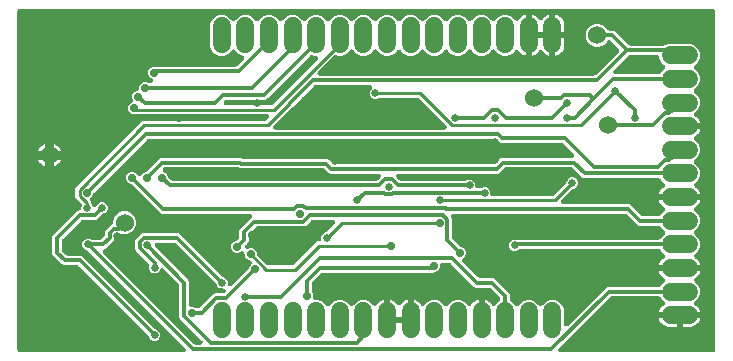
<source format=gbr>
G04 EAGLE Gerber RS-274X export*
G75*
%MOMM*%
%FSLAX34Y34*%
%LPD*%
%INBottom Copper*%
%IPPOS*%
%AMOC8*
5,1,8,0,0,1.08239X$1,22.5*%
G01*
%ADD10C,1.524000*%
%ADD11C,1.524000*%
%ADD12C,0.654800*%
%ADD13C,0.711200*%
%ADD14C,0.304800*%
%ADD15C,0.228600*%

G36*
X144956Y4574D02*
X144956Y4574D01*
X144965Y4573D01*
X145159Y4594D01*
X145348Y4613D01*
X145356Y4615D01*
X145365Y4616D01*
X145550Y4675D01*
X145733Y4731D01*
X145741Y4735D01*
X145749Y4738D01*
X145918Y4831D01*
X146087Y4923D01*
X146094Y4928D01*
X146102Y4933D01*
X146249Y5057D01*
X146396Y5180D01*
X146402Y5187D01*
X146409Y5193D01*
X146528Y5345D01*
X146649Y5494D01*
X146653Y5502D01*
X146658Y5509D01*
X146746Y5682D01*
X146834Y5851D01*
X146836Y5860D01*
X146841Y5868D01*
X146892Y6054D01*
X146945Y6238D01*
X146946Y6247D01*
X146949Y6256D01*
X146963Y6449D01*
X146978Y6640D01*
X146977Y6648D01*
X146978Y6657D01*
X146954Y6850D01*
X146931Y7039D01*
X146929Y7048D01*
X146928Y7057D01*
X146866Y7239D01*
X146807Y7422D01*
X146802Y7430D01*
X146799Y7438D01*
X146703Y7605D01*
X146609Y7773D01*
X146603Y7780D01*
X146598Y7787D01*
X146384Y8040D01*
X63551Y90873D01*
X63527Y90893D01*
X63506Y90917D01*
X63371Y91021D01*
X63239Y91128D01*
X63212Y91143D01*
X63187Y91162D01*
X62892Y91314D01*
X61493Y91893D01*
X60143Y93243D01*
X59412Y95007D01*
X59412Y96916D01*
X60143Y98679D01*
X61493Y100029D01*
X63257Y100760D01*
X65166Y100760D01*
X66564Y100181D01*
X66578Y100176D01*
X66585Y100173D01*
X66598Y100170D01*
X66622Y100158D01*
X66787Y100113D01*
X66950Y100064D01*
X66981Y100061D01*
X67011Y100053D01*
X67342Y100026D01*
X74386Y100026D01*
X74413Y100029D01*
X74439Y100027D01*
X74613Y100049D01*
X74787Y100066D01*
X74812Y100074D01*
X74839Y100077D01*
X75005Y100133D01*
X75172Y100184D01*
X75195Y100197D01*
X75221Y100205D01*
X75372Y100293D01*
X75526Y100376D01*
X75546Y100393D01*
X75569Y100406D01*
X75822Y100621D01*
X77918Y102717D01*
X77935Y102737D01*
X77956Y102755D01*
X78063Y102893D01*
X78173Y103028D01*
X78186Y103052D01*
X78202Y103073D01*
X78280Y103230D01*
X78362Y103384D01*
X78370Y103409D01*
X78382Y103434D01*
X78427Y103603D01*
X78477Y103770D01*
X78479Y103796D01*
X78486Y103822D01*
X78513Y104153D01*
X78513Y106297D01*
X79132Y107791D01*
X83979Y112638D01*
X84343Y112789D01*
X84363Y112799D01*
X84384Y112806D01*
X84540Y112895D01*
X84698Y112979D01*
X84715Y112993D01*
X84735Y113004D01*
X84871Y113121D01*
X85009Y113235D01*
X85023Y113253D01*
X85040Y113267D01*
X85149Y113408D01*
X85262Y113548D01*
X85273Y113568D01*
X85286Y113585D01*
X85366Y113746D01*
X85449Y113905D01*
X85456Y113926D01*
X85466Y113946D01*
X85512Y114119D01*
X85562Y114291D01*
X85564Y114313D01*
X85570Y114335D01*
X85597Y114666D01*
X85597Y116220D01*
X87067Y119768D01*
X89782Y122483D01*
X93330Y123953D01*
X97170Y123953D01*
X100718Y122483D01*
X103433Y119768D01*
X104903Y116220D01*
X104903Y112380D01*
X103433Y108832D01*
X100718Y106117D01*
X97170Y104647D01*
X93330Y104647D01*
X92338Y105058D01*
X92313Y105066D01*
X92289Y105078D01*
X92120Y105124D01*
X91953Y105175D01*
X91926Y105177D01*
X91900Y105184D01*
X91726Y105196D01*
X91552Y105213D01*
X91525Y105210D01*
X91499Y105212D01*
X91326Y105189D01*
X91151Y105171D01*
X91126Y105163D01*
X91099Y105160D01*
X90999Y105127D01*
X88806Y105127D01*
X88780Y105125D01*
X88753Y105127D01*
X88579Y105105D01*
X88406Y105087D01*
X88380Y105080D01*
X88354Y105076D01*
X88188Y105021D01*
X88021Y104969D01*
X87997Y104956D01*
X87972Y104948D01*
X87820Y104861D01*
X87667Y104777D01*
X87646Y104760D01*
X87623Y104747D01*
X87370Y104532D01*
X87238Y104400D01*
X87221Y104379D01*
X87200Y104362D01*
X87093Y104223D01*
X86983Y104088D01*
X86970Y104065D01*
X86954Y104044D01*
X86876Y103887D01*
X86794Y103733D01*
X86786Y103707D01*
X86774Y103683D01*
X86729Y103514D01*
X86679Y103347D01*
X86677Y103320D01*
X86670Y103294D01*
X86643Y102964D01*
X86643Y100819D01*
X86024Y99326D01*
X79214Y92515D01*
X77915Y91977D01*
X77904Y91971D01*
X77891Y91967D01*
X77726Y91876D01*
X77560Y91787D01*
X77550Y91779D01*
X77538Y91772D01*
X77396Y91651D01*
X77250Y91531D01*
X77242Y91520D01*
X77231Y91512D01*
X77115Y91364D01*
X76996Y91218D01*
X76990Y91206D01*
X76982Y91196D01*
X76896Y91027D01*
X76809Y90862D01*
X76806Y90849D01*
X76799Y90837D01*
X76749Y90655D01*
X76696Y90475D01*
X76695Y90462D01*
X76691Y90449D01*
X76678Y90260D01*
X76662Y90074D01*
X76663Y90061D01*
X76662Y90048D01*
X76686Y89859D01*
X76707Y89674D01*
X76711Y89661D01*
X76712Y89648D01*
X76772Y89469D01*
X76830Y89291D01*
X76836Y89279D01*
X76841Y89266D01*
X76935Y89103D01*
X77026Y88939D01*
X77035Y88929D01*
X77042Y88918D01*
X77256Y88665D01*
X154149Y11772D01*
X154170Y11755D01*
X154187Y11734D01*
X154325Y11627D01*
X154461Y11517D01*
X154484Y11504D01*
X154505Y11488D01*
X154662Y11410D01*
X154816Y11328D01*
X154842Y11320D01*
X154866Y11308D01*
X155035Y11263D01*
X155202Y11213D01*
X155229Y11211D01*
X155255Y11204D01*
X155585Y11177D01*
X159332Y11177D01*
X159340Y11178D01*
X159349Y11177D01*
X159543Y11198D01*
X159732Y11217D01*
X159741Y11219D01*
X159750Y11220D01*
X159935Y11279D01*
X160117Y11335D01*
X160125Y11339D01*
X160133Y11342D01*
X160303Y11435D01*
X160471Y11527D01*
X160478Y11532D01*
X160486Y11537D01*
X160633Y11661D01*
X160780Y11784D01*
X160786Y11791D01*
X160793Y11797D01*
X160912Y11949D01*
X161033Y12098D01*
X161037Y12106D01*
X161042Y12113D01*
X161130Y12286D01*
X161218Y12455D01*
X161221Y12464D01*
X161225Y12472D01*
X161276Y12658D01*
X161330Y12842D01*
X161330Y12851D01*
X161333Y12860D01*
X161347Y13053D01*
X161362Y13244D01*
X161361Y13252D01*
X161362Y13261D01*
X161338Y13454D01*
X161316Y13643D01*
X161313Y13652D01*
X161312Y13661D01*
X161250Y13844D01*
X161191Y14026D01*
X161186Y14034D01*
X161183Y14042D01*
X161087Y14209D01*
X160993Y14377D01*
X160987Y14384D01*
X160983Y14391D01*
X160768Y14644D01*
X142350Y33062D01*
X141731Y34556D01*
X141731Y61229D01*
X141729Y61256D01*
X141731Y61282D01*
X141709Y61456D01*
X141691Y61630D01*
X141684Y61655D01*
X141680Y61682D01*
X141625Y61847D01*
X141573Y62014D01*
X141560Y62038D01*
X141552Y62063D01*
X141465Y62215D01*
X141381Y62369D01*
X141364Y62389D01*
X141351Y62412D01*
X141136Y62665D01*
X128508Y75293D01*
X128498Y75302D01*
X128489Y75312D01*
X128342Y75429D01*
X128197Y75548D01*
X128185Y75555D01*
X128175Y75563D01*
X128008Y75649D01*
X127841Y75737D01*
X127828Y75741D01*
X127816Y75747D01*
X127636Y75798D01*
X127455Y75852D01*
X127442Y75853D01*
X127429Y75856D01*
X127243Y75871D01*
X127054Y75888D01*
X127041Y75887D01*
X127028Y75888D01*
X126843Y75865D01*
X126654Y75845D01*
X126641Y75841D01*
X126628Y75839D01*
X126451Y75780D01*
X126270Y75723D01*
X126258Y75717D01*
X126246Y75712D01*
X126083Y75619D01*
X125918Y75528D01*
X125908Y75520D01*
X125896Y75513D01*
X125754Y75389D01*
X125611Y75268D01*
X125603Y75257D01*
X125593Y75249D01*
X125478Y75099D01*
X125361Y74952D01*
X125355Y74940D01*
X125347Y74929D01*
X125196Y74634D01*
X124718Y73482D01*
X123368Y72132D01*
X121605Y71401D01*
X119695Y71401D01*
X117932Y72132D01*
X116582Y73482D01*
X115851Y75245D01*
X115851Y77155D01*
X115875Y77212D01*
X115882Y77234D01*
X115892Y77254D01*
X115940Y77427D01*
X115992Y77598D01*
X115994Y77620D01*
X116000Y77641D01*
X116013Y77821D01*
X116030Y77999D01*
X116028Y78021D01*
X116029Y78043D01*
X116007Y78221D01*
X115988Y78399D01*
X115982Y78420D01*
X115979Y78442D01*
X115922Y78612D01*
X115868Y78783D01*
X115858Y78803D01*
X115851Y78824D01*
X115761Y78980D01*
X115675Y79137D01*
X115661Y79154D01*
X115650Y79173D01*
X115435Y79426D01*
X104532Y90329D01*
X103913Y91823D01*
X103913Y98677D01*
X104532Y100171D01*
X109379Y105018D01*
X110873Y105637D01*
X140537Y105637D01*
X142030Y105018D01*
X178461Y68588D01*
X178485Y68568D01*
X178505Y68545D01*
X178640Y68441D01*
X178772Y68333D01*
X178800Y68318D01*
X178824Y68299D01*
X179120Y68148D01*
X180518Y67568D01*
X181868Y66218D01*
X182599Y64455D01*
X182599Y62441D01*
X182600Y62432D01*
X182599Y62423D01*
X182620Y62230D01*
X182639Y62040D01*
X182641Y62032D01*
X182642Y62023D01*
X182701Y61838D01*
X182757Y61655D01*
X182761Y61648D01*
X182764Y61639D01*
X182857Y61471D01*
X182949Y61301D01*
X182954Y61295D01*
X182959Y61287D01*
X183083Y61140D01*
X183206Y60992D01*
X183213Y60987D01*
X183219Y60980D01*
X183371Y60860D01*
X183520Y60740D01*
X183528Y60736D01*
X183535Y60730D01*
X183708Y60642D01*
X183877Y60554D01*
X183886Y60552D01*
X183894Y60548D01*
X184080Y60496D01*
X184264Y60443D01*
X184273Y60442D01*
X184282Y60440D01*
X184475Y60426D01*
X184666Y60410D01*
X184674Y60411D01*
X184683Y60410D01*
X184876Y60435D01*
X185065Y60457D01*
X185074Y60460D01*
X185083Y60461D01*
X185265Y60522D01*
X185448Y60582D01*
X185456Y60586D01*
X185464Y60589D01*
X185631Y60685D01*
X185799Y60780D01*
X185806Y60785D01*
X185813Y60790D01*
X186066Y61005D01*
X200131Y75069D01*
X200151Y75094D01*
X200174Y75114D01*
X200278Y75249D01*
X200386Y75381D01*
X200401Y75408D01*
X200420Y75433D01*
X200571Y75728D01*
X201433Y77808D01*
X202527Y78903D01*
X202539Y78916D01*
X202552Y78928D01*
X202667Y79073D01*
X202783Y79214D01*
X202791Y79230D01*
X202802Y79244D01*
X202885Y79408D01*
X202971Y79570D01*
X202976Y79587D01*
X202984Y79603D01*
X203034Y79780D01*
X203086Y79956D01*
X203088Y79974D01*
X203092Y79991D01*
X203106Y80174D01*
X203122Y80357D01*
X203120Y80375D01*
X203122Y80392D01*
X203099Y80574D01*
X203079Y80757D01*
X203074Y80774D01*
X203071Y80792D01*
X203013Y80965D01*
X202957Y81141D01*
X202949Y81157D01*
X202943Y81173D01*
X202852Y81332D01*
X202763Y81493D01*
X202751Y81507D01*
X202742Y81522D01*
X202527Y81775D01*
X202372Y81930D01*
X202352Y81947D01*
X202334Y81968D01*
X202196Y82075D01*
X202061Y82186D01*
X202037Y82198D01*
X202016Y82214D01*
X201859Y82293D01*
X201705Y82374D01*
X201680Y82382D01*
X201655Y82394D01*
X201486Y82439D01*
X201319Y82489D01*
X201293Y82491D01*
X201267Y82498D01*
X200936Y82525D01*
X200895Y82525D01*
X199028Y83299D01*
X197599Y84728D01*
X196825Y86595D01*
X196825Y88216D01*
X196825Y88225D01*
X196825Y88234D01*
X196805Y88425D01*
X196786Y88617D01*
X196783Y88625D01*
X196782Y88634D01*
X196724Y88818D01*
X196667Y89002D01*
X196663Y89010D01*
X196660Y89018D01*
X196567Y89187D01*
X196476Y89356D01*
X196470Y89363D01*
X196466Y89371D01*
X196340Y89518D01*
X196218Y89665D01*
X196211Y89671D01*
X196205Y89678D01*
X196053Y89798D01*
X195904Y89917D01*
X195896Y89922D01*
X195889Y89927D01*
X195717Y90015D01*
X195547Y90103D01*
X195538Y90105D01*
X195530Y90110D01*
X195345Y90161D01*
X195160Y90214D01*
X195151Y90215D01*
X195142Y90218D01*
X194951Y90232D01*
X194759Y90247D01*
X194750Y90246D01*
X194741Y90247D01*
X194548Y90223D01*
X194359Y90200D01*
X194350Y90198D01*
X194341Y90196D01*
X194159Y90135D01*
X193976Y90076D01*
X193968Y90071D01*
X193960Y90068D01*
X193793Y89973D01*
X193625Y89878D01*
X193619Y89872D01*
X193611Y89867D01*
X193385Y89676D01*
X191511Y88899D01*
X189489Y88899D01*
X187622Y89673D01*
X186193Y91102D01*
X185419Y92969D01*
X185419Y94991D01*
X186193Y96858D01*
X187622Y98287D01*
X189702Y99149D01*
X189729Y99163D01*
X189759Y99173D01*
X189906Y99258D01*
X190056Y99339D01*
X190081Y99359D01*
X190108Y99374D01*
X190361Y99589D01*
X191936Y101165D01*
X191953Y101185D01*
X191974Y101203D01*
X192081Y101341D01*
X192191Y101476D01*
X192204Y101500D01*
X192220Y101521D01*
X192298Y101677D01*
X192380Y101832D01*
X192388Y101858D01*
X192400Y101882D01*
X192445Y102050D01*
X192495Y102218D01*
X192497Y102244D01*
X192504Y102270D01*
X192531Y102601D01*
X192531Y107684D01*
X193150Y109178D01*
X201305Y117333D01*
X202551Y118579D01*
X202556Y118586D01*
X202563Y118591D01*
X202684Y118741D01*
X202806Y118890D01*
X202810Y118898D01*
X202816Y118905D01*
X202904Y119075D01*
X202995Y119246D01*
X202997Y119255D01*
X203001Y119262D01*
X203054Y119447D01*
X203109Y119632D01*
X203110Y119641D01*
X203113Y119649D01*
X203128Y119840D01*
X203146Y120033D01*
X203145Y120042D01*
X203145Y120051D01*
X203123Y120240D01*
X203102Y120433D01*
X203100Y120442D01*
X203099Y120450D01*
X203039Y120632D01*
X202981Y120817D01*
X202976Y120825D01*
X202974Y120833D01*
X202879Y121000D01*
X202786Y121169D01*
X202780Y121176D01*
X202776Y121184D01*
X202651Y121328D01*
X202525Y121476D01*
X202518Y121482D01*
X202513Y121489D01*
X202362Y121605D01*
X202210Y121726D01*
X202202Y121730D01*
X202195Y121735D01*
X202024Y121820D01*
X201851Y121908D01*
X201842Y121911D01*
X201834Y121915D01*
X201648Y121964D01*
X201463Y122016D01*
X201454Y122017D01*
X201445Y122019D01*
X201115Y122046D01*
X127080Y122046D01*
X125587Y122665D01*
X124157Y124094D01*
X101461Y146791D01*
X101436Y146811D01*
X101416Y146834D01*
X101281Y146938D01*
X101149Y147046D01*
X101122Y147061D01*
X101097Y147080D01*
X100802Y147231D01*
X98722Y148093D01*
X97293Y149522D01*
X96519Y151389D01*
X96519Y153411D01*
X97293Y155278D01*
X98722Y156707D01*
X100589Y157481D01*
X102611Y157481D01*
X104478Y156707D01*
X105907Y155278D01*
X106073Y154877D01*
X106078Y154869D01*
X106080Y154860D01*
X106172Y154692D01*
X106264Y154522D01*
X106269Y154515D01*
X106274Y154507D01*
X106397Y154360D01*
X106520Y154212D01*
X106527Y154206D01*
X106533Y154199D01*
X106684Y154078D01*
X106833Y153958D01*
X106841Y153954D01*
X106848Y153948D01*
X107020Y153860D01*
X107189Y153771D01*
X107198Y153768D01*
X107206Y153764D01*
X107391Y153712D01*
X107576Y153658D01*
X107584Y153657D01*
X107593Y153655D01*
X107785Y153640D01*
X107977Y153623D01*
X107986Y153624D01*
X107995Y153623D01*
X108187Y153647D01*
X108377Y153668D01*
X108385Y153671D01*
X108394Y153672D01*
X108577Y153733D01*
X108760Y153791D01*
X108768Y153796D01*
X108776Y153799D01*
X108943Y153894D01*
X109112Y153988D01*
X109118Y153994D01*
X109126Y153998D01*
X109271Y154124D01*
X109417Y154250D01*
X109423Y154257D01*
X109430Y154263D01*
X109547Y154415D01*
X109666Y154567D01*
X109670Y154575D01*
X109675Y154582D01*
X109827Y154877D01*
X109993Y155278D01*
X111422Y156707D01*
X113502Y157569D01*
X113529Y157583D01*
X113559Y157593D01*
X113706Y157678D01*
X113856Y157759D01*
X113880Y157779D01*
X113908Y157794D01*
X114161Y158009D01*
X123522Y167371D01*
X124952Y168800D01*
X126445Y169419D01*
X194044Y169419D01*
X195878Y168659D01*
X195908Y168650D01*
X195936Y168636D01*
X196101Y168592D01*
X196264Y168543D01*
X196295Y168540D01*
X196325Y168531D01*
X196655Y168504D01*
X266848Y168504D01*
X268342Y167886D01*
X269771Y166457D01*
X269771Y166456D01*
X271520Y164708D01*
X271541Y164691D01*
X271558Y164670D01*
X271696Y164564D01*
X271832Y164453D01*
X271855Y164440D01*
X271876Y164424D01*
X272033Y164346D01*
X272187Y164264D01*
X272213Y164256D01*
X272237Y164244D01*
X272406Y164199D01*
X272573Y164149D01*
X272600Y164147D01*
X272626Y164140D01*
X272956Y164113D01*
X407764Y164113D01*
X407790Y164115D01*
X407817Y164113D01*
X407991Y164135D01*
X408164Y164153D01*
X408190Y164160D01*
X408216Y164164D01*
X408382Y164219D01*
X408549Y164271D01*
X408573Y164284D01*
X408598Y164292D01*
X408750Y164379D01*
X408903Y164463D01*
X408924Y164480D01*
X408947Y164493D01*
X409200Y164708D01*
X413292Y168800D01*
X414786Y169419D01*
X473979Y169419D01*
X473988Y169420D01*
X473997Y169419D01*
X474189Y169440D01*
X474380Y169459D01*
X474388Y169461D01*
X474397Y169462D01*
X474579Y169520D01*
X474765Y169577D01*
X474772Y169581D01*
X474781Y169584D01*
X474949Y169677D01*
X475119Y169769D01*
X475125Y169774D01*
X475133Y169779D01*
X475281Y169904D01*
X475428Y170026D01*
X475433Y170033D01*
X475440Y170039D01*
X475560Y170190D01*
X475680Y170340D01*
X475684Y170348D01*
X475690Y170355D01*
X475777Y170526D01*
X475866Y170697D01*
X475868Y170706D01*
X475872Y170714D01*
X475924Y170899D01*
X475977Y171084D01*
X475978Y171093D01*
X475980Y171102D01*
X475994Y171293D01*
X476010Y171486D01*
X476009Y171494D01*
X476010Y171503D01*
X475985Y171694D01*
X475963Y171885D01*
X475960Y171894D01*
X475959Y171903D01*
X475898Y172084D01*
X475838Y172268D01*
X475834Y172276D01*
X475831Y172284D01*
X475736Y172450D01*
X475640Y172619D01*
X475634Y172626D01*
X475630Y172633D01*
X475415Y172886D01*
X474268Y174033D01*
X466881Y181421D01*
X466860Y181438D01*
X466843Y181458D01*
X466705Y181565D01*
X466569Y181676D01*
X466546Y181688D01*
X466525Y181705D01*
X466368Y181783D01*
X466214Y181864D01*
X466188Y181872D01*
X466164Y181884D01*
X465995Y181929D01*
X465828Y181979D01*
X465801Y181982D01*
X465775Y181989D01*
X465445Y182016D01*
X413872Y182016D01*
X412378Y182634D01*
X410949Y184064D01*
X410470Y184542D01*
X410449Y184559D01*
X410432Y184580D01*
X410294Y184687D01*
X410158Y184797D01*
X410135Y184810D01*
X410114Y184826D01*
X409957Y184904D01*
X409803Y184986D01*
X409777Y184994D01*
X409753Y185006D01*
X409584Y185051D01*
X409417Y185101D01*
X409390Y185103D01*
X409364Y185110D01*
X409034Y185137D01*
X115527Y185137D01*
X115500Y185135D01*
X115474Y185137D01*
X115300Y185115D01*
X115126Y185097D01*
X115101Y185090D01*
X115074Y185086D01*
X114909Y185031D01*
X114742Y184979D01*
X114718Y184966D01*
X114693Y184958D01*
X114541Y184871D01*
X114387Y184787D01*
X114367Y184770D01*
X114344Y184757D01*
X114091Y184542D01*
X69109Y139561D01*
X69089Y139536D01*
X69066Y139516D01*
X68962Y139381D01*
X68854Y139249D01*
X68839Y139222D01*
X68820Y139197D01*
X68669Y138902D01*
X67807Y136822D01*
X66733Y135748D01*
X66722Y135734D01*
X66708Y135723D01*
X66594Y135578D01*
X66478Y135437D01*
X66470Y135421D01*
X66459Y135407D01*
X66376Y135244D01*
X66290Y135081D01*
X66285Y135064D01*
X66276Y135048D01*
X66227Y134871D01*
X66175Y134695D01*
X66173Y134677D01*
X66168Y134660D01*
X66155Y134477D01*
X66138Y134294D01*
X66140Y134276D01*
X66139Y134258D01*
X66162Y134077D01*
X66182Y133894D01*
X66187Y133877D01*
X66190Y133859D01*
X66248Y133686D01*
X66303Y133510D01*
X66312Y133494D01*
X66318Y133477D01*
X66409Y133319D01*
X66498Y133158D01*
X66510Y133144D01*
X66519Y133128D01*
X66733Y132875D01*
X67184Y132425D01*
X67184Y130944D01*
X67186Y130918D01*
X67184Y130891D01*
X67206Y130717D01*
X67224Y130543D01*
X67231Y130518D01*
X67235Y130491D01*
X67290Y130326D01*
X67342Y130159D01*
X67355Y130135D01*
X67363Y130110D01*
X67450Y129958D01*
X67529Y129813D01*
X67973Y128740D01*
X67978Y128732D01*
X67980Y128724D01*
X68073Y128553D01*
X68164Y128385D01*
X68169Y128378D01*
X68174Y128370D01*
X68299Y128221D01*
X68420Y128075D01*
X68427Y128069D01*
X68433Y128062D01*
X68583Y127942D01*
X68733Y127821D01*
X68741Y127817D01*
X68748Y127811D01*
X68918Y127724D01*
X69089Y127634D01*
X69098Y127631D01*
X69106Y127627D01*
X69290Y127575D01*
X69476Y127521D01*
X69485Y127520D01*
X69493Y127518D01*
X69684Y127503D01*
X69877Y127486D01*
X69886Y127487D01*
X69894Y127487D01*
X70086Y127510D01*
X70277Y127531D01*
X70285Y127534D01*
X70294Y127535D01*
X70476Y127595D01*
X70660Y127655D01*
X70668Y127659D01*
X70676Y127662D01*
X70842Y127756D01*
X71012Y127851D01*
X71018Y127857D01*
X71026Y127861D01*
X71170Y127987D01*
X71317Y128113D01*
X71323Y128120D01*
X71330Y128126D01*
X71447Y128278D01*
X71566Y128430D01*
X71570Y128438D01*
X71575Y128445D01*
X71727Y128740D01*
X72132Y129718D01*
X73482Y131068D01*
X75245Y131799D01*
X77155Y131799D01*
X78918Y131068D01*
X80268Y129718D01*
X80999Y127955D01*
X80999Y126045D01*
X80268Y124282D01*
X78918Y122932D01*
X77520Y122352D01*
X77492Y122338D01*
X77462Y122328D01*
X77315Y122243D01*
X77165Y122162D01*
X77141Y122142D01*
X77114Y122127D01*
X76861Y121912D01*
X72152Y117204D01*
X70659Y116585D01*
X59675Y116585D01*
X59648Y116583D01*
X59622Y116585D01*
X59448Y116563D01*
X59274Y116545D01*
X59249Y116538D01*
X59222Y116534D01*
X59057Y116479D01*
X58890Y116427D01*
X58866Y116414D01*
X58841Y116406D01*
X58689Y116319D01*
X58535Y116235D01*
X58515Y116218D01*
X58492Y116205D01*
X58239Y115990D01*
X42760Y100511D01*
X42743Y100491D01*
X42722Y100473D01*
X42615Y100335D01*
X42505Y100200D01*
X42492Y100176D01*
X42476Y100155D01*
X42398Y99998D01*
X42316Y99844D01*
X42308Y99819D01*
X42296Y99794D01*
X42251Y99625D01*
X42201Y99458D01*
X42199Y99432D01*
X42192Y99406D01*
X42165Y99075D01*
X42165Y91425D01*
X42167Y91398D01*
X42165Y91372D01*
X42187Y91198D01*
X42205Y91024D01*
X42212Y90999D01*
X42216Y90972D01*
X42272Y90807D01*
X42323Y90640D01*
X42336Y90616D01*
X42344Y90591D01*
X42431Y90439D01*
X42515Y90285D01*
X42532Y90265D01*
X42545Y90242D01*
X42760Y89989D01*
X45539Y87210D01*
X45559Y87193D01*
X45577Y87172D01*
X45715Y87065D01*
X45850Y86955D01*
X45874Y86942D01*
X45895Y86926D01*
X46052Y86848D01*
X46206Y86766D01*
X46231Y86758D01*
X46256Y86746D01*
X46425Y86701D01*
X46592Y86651D01*
X46618Y86649D01*
X46644Y86642D01*
X46975Y86615D01*
X57959Y86615D01*
X59452Y85996D01*
X60882Y84567D01*
X121311Y24138D01*
X121335Y24118D01*
X121355Y24095D01*
X121490Y23991D01*
X121622Y23883D01*
X121650Y23868D01*
X121674Y23849D01*
X121970Y23698D01*
X123368Y23118D01*
X124718Y21768D01*
X125449Y20005D01*
X125449Y18095D01*
X124718Y16332D01*
X123368Y14982D01*
X121605Y14251D01*
X119695Y14251D01*
X117932Y14982D01*
X116582Y16332D01*
X116002Y17730D01*
X115988Y17758D01*
X115978Y17788D01*
X115893Y17935D01*
X115812Y18085D01*
X115792Y18109D01*
X115777Y18136D01*
X115562Y18389D01*
X56061Y77890D01*
X56041Y77907D01*
X56023Y77928D01*
X55885Y78035D01*
X55750Y78145D01*
X55726Y78158D01*
X55705Y78174D01*
X55548Y78252D01*
X55394Y78334D01*
X55369Y78342D01*
X55344Y78354D01*
X55175Y78399D01*
X55008Y78449D01*
X54982Y78451D01*
X54956Y78458D01*
X54625Y78485D01*
X43641Y78485D01*
X42148Y79104D01*
X34654Y86598D01*
X34035Y88091D01*
X34035Y102409D01*
X34654Y103902D01*
X54848Y124096D01*
X56341Y124715D01*
X56670Y124715D01*
X56688Y124717D01*
X56706Y124715D01*
X56888Y124736D01*
X57071Y124755D01*
X57088Y124760D01*
X57105Y124762D01*
X57280Y124819D01*
X57456Y124873D01*
X57471Y124881D01*
X57488Y124887D01*
X57648Y124977D01*
X57810Y125065D01*
X57823Y125076D01*
X57839Y125085D01*
X57978Y125205D01*
X58119Y125322D01*
X58130Y125336D01*
X58144Y125348D01*
X58256Y125493D01*
X58371Y125636D01*
X58379Y125652D01*
X58390Y125666D01*
X58472Y125831D01*
X58557Y125993D01*
X58562Y126010D01*
X58570Y126026D01*
X58617Y126205D01*
X58668Y126380D01*
X58670Y126398D01*
X58674Y126415D01*
X58701Y126746D01*
X58701Y127955D01*
X58924Y128492D01*
X58930Y128514D01*
X58941Y128534D01*
X58989Y128707D01*
X59040Y128878D01*
X59043Y128900D01*
X59049Y128921D01*
X59062Y129101D01*
X59079Y129279D01*
X59076Y129301D01*
X59078Y129323D01*
X59055Y129501D01*
X59037Y129679D01*
X59030Y129700D01*
X59028Y129722D01*
X58971Y129892D01*
X58917Y130063D01*
X58906Y130083D01*
X58899Y130104D01*
X58810Y130259D01*
X58724Y130417D01*
X58710Y130434D01*
X58698Y130453D01*
X58484Y130706D01*
X53593Y135596D01*
X53593Y143804D01*
X110450Y200661D01*
X214135Y200661D01*
X214161Y200663D01*
X214188Y200661D01*
X214362Y200683D01*
X214535Y200701D01*
X214561Y200708D01*
X214588Y200712D01*
X214753Y200768D01*
X214920Y200819D01*
X214944Y200831D01*
X214969Y200840D01*
X215121Y200927D01*
X215274Y201011D01*
X215295Y201028D01*
X215318Y201041D01*
X215571Y201256D01*
X217123Y202808D01*
X217129Y202815D01*
X217136Y202820D01*
X217257Y202971D01*
X217378Y203119D01*
X217382Y203127D01*
X217388Y203134D01*
X217476Y203304D01*
X217567Y203475D01*
X217569Y203484D01*
X217573Y203491D01*
X217626Y203675D01*
X217682Y203861D01*
X217682Y203870D01*
X217685Y203878D01*
X217701Y204069D01*
X217718Y204262D01*
X217717Y204271D01*
X217718Y204280D01*
X217696Y204469D01*
X217675Y204662D01*
X217672Y204671D01*
X217671Y204679D01*
X217611Y204861D01*
X217553Y205046D01*
X217549Y205054D01*
X217546Y205062D01*
X217452Y205229D01*
X217358Y205398D01*
X217352Y205405D01*
X217348Y205413D01*
X217223Y205558D01*
X217098Y205705D01*
X217091Y205711D01*
X217085Y205718D01*
X216934Y205834D01*
X216782Y205955D01*
X216774Y205959D01*
X216767Y205964D01*
X216596Y206049D01*
X216423Y206137D01*
X216414Y206140D01*
X216406Y206144D01*
X216221Y206193D01*
X216035Y206245D01*
X216026Y206246D01*
X216018Y206248D01*
X215687Y206275D01*
X105042Y206275D01*
X105011Y206272D01*
X104980Y206274D01*
X104812Y206252D01*
X104642Y206235D01*
X104612Y206226D01*
X104581Y206222D01*
X104550Y206212D01*
X102383Y206212D01*
X102301Y206237D01*
X102270Y206240D01*
X102240Y206248D01*
X101950Y206272D01*
X101934Y206290D01*
X101799Y206394D01*
X101667Y206501D01*
X101640Y206516D01*
X101615Y206535D01*
X101320Y206687D01*
X100598Y206986D01*
X99168Y208415D01*
X98395Y210282D01*
X98395Y212304D01*
X99168Y214171D01*
X100598Y215600D01*
X101078Y215799D01*
X101094Y215808D01*
X101111Y215813D01*
X101272Y215903D01*
X101433Y215990D01*
X101447Y216001D01*
X101463Y216010D01*
X101602Y216129D01*
X101744Y216246D01*
X101755Y216260D01*
X101769Y216272D01*
X101882Y216417D01*
X101997Y216559D01*
X102006Y216574D01*
X102017Y216589D01*
X102099Y216753D01*
X102185Y216915D01*
X102190Y216932D01*
X102198Y216948D01*
X102246Y217125D01*
X102298Y217302D01*
X102299Y217319D01*
X102304Y217337D01*
X102316Y217520D01*
X102332Y217703D01*
X102330Y217720D01*
X102331Y217738D01*
X102308Y217921D01*
X102287Y218103D01*
X102282Y218120D01*
X102279Y218138D01*
X102178Y218453D01*
X101564Y219934D01*
X101564Y221956D01*
X102338Y223823D01*
X103767Y225252D01*
X105634Y226026D01*
X105791Y226026D01*
X105809Y226028D01*
X105827Y226026D01*
X106009Y226048D01*
X106192Y226066D01*
X106209Y226071D01*
X106226Y226073D01*
X106401Y226130D01*
X106577Y226184D01*
X106592Y226192D01*
X106609Y226198D01*
X106769Y226288D01*
X106931Y226376D01*
X106944Y226387D01*
X106960Y226396D01*
X107099Y226516D01*
X107240Y226633D01*
X107251Y226647D01*
X107265Y226659D01*
X107377Y226804D01*
X107492Y226947D01*
X107500Y226963D01*
X107511Y226977D01*
X107593Y227142D01*
X107678Y227304D01*
X107683Y227321D01*
X107691Y227338D01*
X107738Y227516D01*
X107789Y227691D01*
X107791Y227709D01*
X107795Y227726D01*
X107822Y228057D01*
X107822Y229348D01*
X108596Y231215D01*
X110025Y232644D01*
X111892Y233418D01*
X113914Y233418D01*
X115052Y232946D01*
X115082Y232937D01*
X115110Y232923D01*
X115274Y232879D01*
X115437Y232830D01*
X115468Y232827D01*
X115499Y232819D01*
X115829Y232792D01*
X117222Y232792D01*
X117227Y232792D01*
X117231Y232792D01*
X117426Y232812D01*
X117623Y232832D01*
X117627Y232833D01*
X117632Y232833D01*
X117818Y232892D01*
X118008Y232950D01*
X118012Y232952D01*
X118016Y232953D01*
X118188Y233047D01*
X118362Y233142D01*
X118365Y233144D01*
X118369Y233147D01*
X118522Y233275D01*
X118671Y233399D01*
X118674Y233403D01*
X118678Y233406D01*
X118801Y233561D01*
X118924Y233713D01*
X118926Y233717D01*
X118928Y233721D01*
X119019Y233898D01*
X119109Y234070D01*
X119110Y234075D01*
X119112Y234079D01*
X119167Y234270D01*
X119221Y234457D01*
X119221Y234462D01*
X119222Y234466D01*
X119237Y234661D01*
X119253Y234859D01*
X119253Y234863D01*
X119253Y234867D01*
X119230Y235062D01*
X119206Y235258D01*
X119205Y235263D01*
X119205Y235267D01*
X119143Y235454D01*
X119082Y235641D01*
X119079Y235645D01*
X119078Y235649D01*
X118980Y235821D01*
X118884Y235992D01*
X118881Y235995D01*
X118879Y235999D01*
X118749Y236147D01*
X118621Y236296D01*
X118617Y236299D01*
X118614Y236303D01*
X118458Y236422D01*
X118302Y236543D01*
X118298Y236545D01*
X118295Y236548D01*
X118000Y236700D01*
X117292Y236993D01*
X115863Y238422D01*
X115089Y240289D01*
X115089Y242311D01*
X115863Y244178D01*
X117292Y245607D01*
X119159Y246381D01*
X119614Y246381D01*
X119645Y246384D01*
X119676Y246382D01*
X119845Y246404D01*
X120015Y246421D01*
X120045Y246430D01*
X120076Y246434D01*
X120392Y246535D01*
X120631Y246635D01*
X189245Y246635D01*
X189272Y246637D01*
X189298Y246635D01*
X189472Y246657D01*
X189646Y246675D01*
X189671Y246682D01*
X189698Y246686D01*
X189863Y246741D01*
X190030Y246793D01*
X190054Y246806D01*
X190079Y246814D01*
X190231Y246901D01*
X190385Y246985D01*
X190405Y247002D01*
X190428Y247015D01*
X190681Y247230D01*
X196011Y252559D01*
X196019Y252569D01*
X196029Y252578D01*
X196146Y252725D01*
X196266Y252870D01*
X196272Y252882D01*
X196280Y252893D01*
X196366Y253060D01*
X196454Y253226D01*
X196458Y253239D01*
X196464Y253251D01*
X196515Y253431D01*
X196569Y253612D01*
X196570Y253625D01*
X196574Y253638D01*
X196588Y253824D01*
X196605Y254013D01*
X196604Y254026D01*
X196605Y254040D01*
X196583Y254224D01*
X196562Y254413D01*
X196558Y254426D01*
X196556Y254439D01*
X196498Y254617D01*
X196441Y254797D01*
X196434Y254809D01*
X196430Y254822D01*
X196336Y254986D01*
X196246Y255149D01*
X196237Y255160D01*
X196230Y255171D01*
X196107Y255313D01*
X195985Y255456D01*
X195975Y255465D01*
X195966Y255475D01*
X195817Y255590D01*
X195669Y255706D01*
X195657Y255712D01*
X195647Y255720D01*
X195352Y255872D01*
X192032Y257247D01*
X189279Y260000D01*
X189278Y260002D01*
X189186Y260173D01*
X189181Y260180D01*
X189176Y260188D01*
X189052Y260336D01*
X188930Y260483D01*
X188923Y260489D01*
X188917Y260496D01*
X188766Y260616D01*
X188617Y260737D01*
X188609Y260741D01*
X188602Y260747D01*
X188431Y260834D01*
X188261Y260924D01*
X188252Y260926D01*
X188244Y260930D01*
X188060Y260983D01*
X187874Y261037D01*
X187865Y261038D01*
X187857Y261040D01*
X187665Y261055D01*
X187473Y261072D01*
X187464Y261071D01*
X187455Y261071D01*
X187264Y261048D01*
X187073Y261026D01*
X187065Y261024D01*
X187056Y261023D01*
X186874Y260962D01*
X186690Y260903D01*
X186682Y260899D01*
X186673Y260896D01*
X186507Y260801D01*
X186338Y260707D01*
X186332Y260701D01*
X186324Y260696D01*
X186178Y260570D01*
X186033Y260445D01*
X186027Y260438D01*
X186020Y260432D01*
X185902Y260279D01*
X185784Y260128D01*
X185780Y260120D01*
X185775Y260113D01*
X185713Y259992D01*
X182968Y257247D01*
X180657Y256290D01*
X179420Y255777D01*
X175580Y255777D01*
X172032Y257247D01*
X169317Y259962D01*
X167847Y263510D01*
X167847Y282590D01*
X169317Y286138D01*
X172032Y288853D01*
X175580Y290323D01*
X179420Y290323D01*
X182968Y288853D01*
X185721Y286100D01*
X185723Y286096D01*
X185813Y285928D01*
X185819Y285921D01*
X185824Y285913D01*
X185949Y285763D01*
X186070Y285617D01*
X186077Y285611D01*
X186083Y285604D01*
X186233Y285484D01*
X186382Y285363D01*
X186390Y285359D01*
X186397Y285354D01*
X186570Y285265D01*
X186739Y285176D01*
X186747Y285174D01*
X186756Y285170D01*
X186942Y285117D01*
X187125Y285063D01*
X187134Y285062D01*
X187143Y285060D01*
X187333Y285045D01*
X187526Y285028D01*
X187536Y285029D01*
X187544Y285029D01*
X187734Y285052D01*
X187926Y285074D01*
X187935Y285076D01*
X187944Y285077D01*
X188126Y285138D01*
X188310Y285197D01*
X188318Y285201D01*
X188326Y285204D01*
X188493Y285299D01*
X188661Y285393D01*
X188668Y285399D01*
X188676Y285403D01*
X188820Y285529D01*
X188967Y285655D01*
X188973Y285662D01*
X188980Y285668D01*
X189097Y285821D01*
X189215Y285972D01*
X189219Y285980D01*
X189225Y285987D01*
X189287Y286108D01*
X192032Y288853D01*
X195580Y290323D01*
X199420Y290323D01*
X202968Y288853D01*
X205721Y286100D01*
X205723Y286096D01*
X205813Y285928D01*
X205819Y285921D01*
X205824Y285913D01*
X205949Y285763D01*
X206070Y285617D01*
X206077Y285611D01*
X206083Y285604D01*
X206233Y285484D01*
X206382Y285363D01*
X206390Y285359D01*
X206397Y285354D01*
X206570Y285265D01*
X206739Y285176D01*
X206747Y285174D01*
X206756Y285170D01*
X206942Y285117D01*
X207125Y285063D01*
X207134Y285062D01*
X207143Y285060D01*
X207333Y285045D01*
X207526Y285028D01*
X207536Y285029D01*
X207544Y285029D01*
X207734Y285052D01*
X207926Y285074D01*
X207935Y285076D01*
X207944Y285077D01*
X208126Y285138D01*
X208310Y285197D01*
X208318Y285201D01*
X208326Y285204D01*
X208493Y285299D01*
X208661Y285393D01*
X208668Y285399D01*
X208676Y285403D01*
X208820Y285529D01*
X208967Y285655D01*
X208973Y285662D01*
X208980Y285668D01*
X209097Y285821D01*
X209215Y285972D01*
X209219Y285980D01*
X209225Y285987D01*
X209287Y286108D01*
X212032Y288853D01*
X215580Y290323D01*
X219420Y290323D01*
X222968Y288853D01*
X225721Y286100D01*
X225723Y286096D01*
X225813Y285928D01*
X225819Y285921D01*
X225824Y285913D01*
X225949Y285763D01*
X226070Y285617D01*
X226077Y285611D01*
X226083Y285604D01*
X226233Y285484D01*
X226382Y285363D01*
X226390Y285359D01*
X226397Y285354D01*
X226570Y285265D01*
X226739Y285176D01*
X226747Y285174D01*
X226756Y285170D01*
X226942Y285117D01*
X227125Y285063D01*
X227134Y285062D01*
X227143Y285060D01*
X227333Y285045D01*
X227526Y285028D01*
X227536Y285029D01*
X227544Y285029D01*
X227734Y285052D01*
X227926Y285074D01*
X227935Y285076D01*
X227944Y285077D01*
X228126Y285138D01*
X228310Y285197D01*
X228318Y285201D01*
X228326Y285204D01*
X228493Y285299D01*
X228661Y285393D01*
X228668Y285399D01*
X228676Y285403D01*
X228820Y285529D01*
X228967Y285655D01*
X228973Y285662D01*
X228980Y285668D01*
X229097Y285821D01*
X229215Y285972D01*
X229219Y285980D01*
X229225Y285987D01*
X229287Y286108D01*
X232032Y288853D01*
X235580Y290323D01*
X239420Y290323D01*
X242968Y288853D01*
X245721Y286100D01*
X245723Y286096D01*
X245813Y285928D01*
X245819Y285921D01*
X245824Y285913D01*
X245949Y285763D01*
X246070Y285617D01*
X246077Y285611D01*
X246083Y285604D01*
X246233Y285484D01*
X246382Y285363D01*
X246390Y285359D01*
X246397Y285354D01*
X246570Y285265D01*
X246739Y285176D01*
X246747Y285174D01*
X246756Y285170D01*
X246942Y285117D01*
X247125Y285063D01*
X247134Y285062D01*
X247143Y285060D01*
X247333Y285045D01*
X247526Y285028D01*
X247536Y285029D01*
X247544Y285029D01*
X247734Y285052D01*
X247926Y285074D01*
X247935Y285076D01*
X247944Y285077D01*
X248126Y285138D01*
X248310Y285197D01*
X248318Y285201D01*
X248326Y285204D01*
X248493Y285299D01*
X248661Y285393D01*
X248668Y285399D01*
X248676Y285403D01*
X248820Y285529D01*
X248967Y285655D01*
X248973Y285662D01*
X248980Y285668D01*
X249097Y285821D01*
X249215Y285972D01*
X249219Y285980D01*
X249225Y285987D01*
X249287Y286108D01*
X252032Y288853D01*
X255580Y290323D01*
X259420Y290323D01*
X262968Y288853D01*
X265721Y286100D01*
X265723Y286096D01*
X265813Y285928D01*
X265819Y285921D01*
X265824Y285913D01*
X265949Y285763D01*
X266070Y285617D01*
X266077Y285611D01*
X266083Y285604D01*
X266233Y285484D01*
X266382Y285363D01*
X266390Y285359D01*
X266397Y285354D01*
X266570Y285265D01*
X266739Y285176D01*
X266747Y285174D01*
X266756Y285170D01*
X266942Y285117D01*
X267125Y285063D01*
X267134Y285062D01*
X267143Y285060D01*
X267333Y285045D01*
X267526Y285028D01*
X267536Y285029D01*
X267544Y285029D01*
X267734Y285052D01*
X267926Y285074D01*
X267935Y285076D01*
X267944Y285077D01*
X268126Y285138D01*
X268310Y285197D01*
X268318Y285201D01*
X268326Y285204D01*
X268493Y285299D01*
X268661Y285393D01*
X268668Y285399D01*
X268676Y285403D01*
X268820Y285529D01*
X268967Y285655D01*
X268973Y285662D01*
X268980Y285668D01*
X269097Y285821D01*
X269215Y285972D01*
X269219Y285980D01*
X269225Y285987D01*
X269287Y286108D01*
X272032Y288853D01*
X275580Y290323D01*
X279420Y290323D01*
X282968Y288853D01*
X285721Y286100D01*
X285723Y286096D01*
X285813Y285928D01*
X285819Y285921D01*
X285824Y285913D01*
X285949Y285763D01*
X286070Y285617D01*
X286077Y285611D01*
X286083Y285604D01*
X286233Y285484D01*
X286382Y285363D01*
X286390Y285359D01*
X286397Y285354D01*
X286570Y285265D01*
X286739Y285176D01*
X286747Y285174D01*
X286756Y285170D01*
X286942Y285117D01*
X287125Y285063D01*
X287134Y285062D01*
X287143Y285060D01*
X287333Y285045D01*
X287526Y285028D01*
X287536Y285029D01*
X287544Y285029D01*
X287734Y285052D01*
X287926Y285074D01*
X287935Y285076D01*
X287944Y285077D01*
X288126Y285138D01*
X288310Y285197D01*
X288318Y285201D01*
X288326Y285204D01*
X288493Y285299D01*
X288661Y285393D01*
X288668Y285399D01*
X288676Y285403D01*
X288820Y285529D01*
X288967Y285655D01*
X288973Y285662D01*
X288980Y285668D01*
X289097Y285821D01*
X289215Y285972D01*
X289219Y285980D01*
X289225Y285987D01*
X289287Y286108D01*
X292032Y288853D01*
X295580Y290323D01*
X299420Y290323D01*
X302968Y288853D01*
X305721Y286100D01*
X305723Y286096D01*
X305813Y285928D01*
X305819Y285921D01*
X305824Y285913D01*
X305949Y285763D01*
X306070Y285617D01*
X306077Y285611D01*
X306083Y285604D01*
X306233Y285484D01*
X306382Y285363D01*
X306390Y285359D01*
X306397Y285354D01*
X306570Y285265D01*
X306739Y285176D01*
X306747Y285174D01*
X306756Y285170D01*
X306942Y285117D01*
X307125Y285063D01*
X307134Y285062D01*
X307143Y285060D01*
X307333Y285045D01*
X307526Y285028D01*
X307536Y285029D01*
X307544Y285029D01*
X307734Y285052D01*
X307926Y285074D01*
X307935Y285076D01*
X307944Y285077D01*
X308126Y285138D01*
X308310Y285197D01*
X308318Y285201D01*
X308326Y285204D01*
X308493Y285299D01*
X308661Y285393D01*
X308668Y285399D01*
X308676Y285403D01*
X308820Y285529D01*
X308967Y285655D01*
X308973Y285662D01*
X308980Y285668D01*
X309097Y285821D01*
X309215Y285972D01*
X309219Y285980D01*
X309225Y285987D01*
X309287Y286108D01*
X312032Y288853D01*
X315580Y290323D01*
X319420Y290323D01*
X322968Y288853D01*
X325721Y286100D01*
X325723Y286096D01*
X325813Y285928D01*
X325819Y285921D01*
X325824Y285913D01*
X325949Y285763D01*
X326070Y285617D01*
X326077Y285611D01*
X326083Y285604D01*
X326233Y285484D01*
X326382Y285363D01*
X326390Y285359D01*
X326397Y285354D01*
X326570Y285265D01*
X326739Y285176D01*
X326747Y285174D01*
X326756Y285170D01*
X326942Y285117D01*
X327125Y285063D01*
X327134Y285062D01*
X327143Y285060D01*
X327333Y285045D01*
X327526Y285028D01*
X327536Y285029D01*
X327544Y285029D01*
X327734Y285052D01*
X327926Y285074D01*
X327935Y285076D01*
X327944Y285077D01*
X328126Y285138D01*
X328310Y285197D01*
X328318Y285201D01*
X328326Y285204D01*
X328493Y285299D01*
X328661Y285393D01*
X328668Y285399D01*
X328676Y285403D01*
X328820Y285529D01*
X328967Y285655D01*
X328973Y285662D01*
X328980Y285668D01*
X329097Y285821D01*
X329215Y285972D01*
X329219Y285980D01*
X329225Y285987D01*
X329287Y286108D01*
X332032Y288853D01*
X335580Y290323D01*
X339420Y290323D01*
X342968Y288853D01*
X345721Y286100D01*
X345723Y286096D01*
X345813Y285928D01*
X345819Y285921D01*
X345824Y285913D01*
X345949Y285763D01*
X346070Y285617D01*
X346077Y285611D01*
X346083Y285604D01*
X346233Y285484D01*
X346382Y285363D01*
X346390Y285359D01*
X346397Y285354D01*
X346570Y285265D01*
X346739Y285176D01*
X346747Y285174D01*
X346756Y285170D01*
X346942Y285117D01*
X347125Y285063D01*
X347134Y285062D01*
X347143Y285060D01*
X347333Y285045D01*
X347526Y285028D01*
X347536Y285029D01*
X347544Y285029D01*
X347734Y285052D01*
X347926Y285074D01*
X347935Y285076D01*
X347944Y285077D01*
X348126Y285138D01*
X348310Y285197D01*
X348318Y285201D01*
X348326Y285204D01*
X348493Y285299D01*
X348661Y285393D01*
X348668Y285399D01*
X348676Y285403D01*
X348820Y285529D01*
X348967Y285655D01*
X348973Y285662D01*
X348980Y285668D01*
X349097Y285821D01*
X349215Y285972D01*
X349219Y285980D01*
X349225Y285987D01*
X349287Y286108D01*
X352032Y288853D01*
X355580Y290323D01*
X359420Y290323D01*
X362968Y288853D01*
X365721Y286100D01*
X365723Y286096D01*
X365813Y285928D01*
X365819Y285921D01*
X365824Y285913D01*
X365949Y285763D01*
X366070Y285617D01*
X366077Y285611D01*
X366083Y285604D01*
X366233Y285484D01*
X366382Y285363D01*
X366390Y285359D01*
X366397Y285354D01*
X366570Y285265D01*
X366739Y285176D01*
X366747Y285174D01*
X366756Y285170D01*
X366942Y285117D01*
X367125Y285063D01*
X367134Y285062D01*
X367143Y285060D01*
X367333Y285045D01*
X367526Y285028D01*
X367536Y285029D01*
X367544Y285029D01*
X367734Y285052D01*
X367926Y285074D01*
X367935Y285076D01*
X367944Y285077D01*
X368126Y285138D01*
X368310Y285197D01*
X368318Y285201D01*
X368326Y285204D01*
X368493Y285299D01*
X368661Y285393D01*
X368668Y285399D01*
X368676Y285403D01*
X368820Y285529D01*
X368967Y285655D01*
X368973Y285662D01*
X368980Y285668D01*
X369097Y285821D01*
X369215Y285972D01*
X369219Y285980D01*
X369225Y285987D01*
X369287Y286108D01*
X372032Y288853D01*
X375580Y290323D01*
X379420Y290323D01*
X382968Y288853D01*
X385721Y286100D01*
X385723Y286096D01*
X385813Y285928D01*
X385819Y285921D01*
X385824Y285913D01*
X385949Y285763D01*
X386070Y285617D01*
X386077Y285611D01*
X386083Y285604D01*
X386233Y285484D01*
X386382Y285363D01*
X386390Y285359D01*
X386397Y285354D01*
X386570Y285265D01*
X386739Y285176D01*
X386747Y285174D01*
X386756Y285170D01*
X386942Y285117D01*
X387125Y285063D01*
X387134Y285062D01*
X387143Y285060D01*
X387333Y285045D01*
X387526Y285028D01*
X387536Y285029D01*
X387544Y285029D01*
X387734Y285052D01*
X387926Y285074D01*
X387935Y285076D01*
X387944Y285077D01*
X388126Y285138D01*
X388310Y285197D01*
X388318Y285201D01*
X388326Y285204D01*
X388493Y285299D01*
X388661Y285393D01*
X388668Y285399D01*
X388676Y285403D01*
X388820Y285529D01*
X388967Y285655D01*
X388973Y285662D01*
X388980Y285668D01*
X389097Y285821D01*
X389215Y285972D01*
X389219Y285980D01*
X389225Y285987D01*
X389287Y286108D01*
X392032Y288853D01*
X395580Y290323D01*
X399420Y290323D01*
X402968Y288853D01*
X405721Y286100D01*
X405723Y286096D01*
X405813Y285928D01*
X405819Y285921D01*
X405824Y285913D01*
X405949Y285763D01*
X406070Y285617D01*
X406077Y285611D01*
X406083Y285604D01*
X406233Y285484D01*
X406382Y285363D01*
X406390Y285359D01*
X406397Y285354D01*
X406570Y285265D01*
X406739Y285176D01*
X406747Y285174D01*
X406756Y285170D01*
X406942Y285117D01*
X407125Y285063D01*
X407134Y285062D01*
X407143Y285060D01*
X407333Y285045D01*
X407526Y285028D01*
X407536Y285029D01*
X407544Y285029D01*
X407734Y285052D01*
X407926Y285074D01*
X407935Y285076D01*
X407944Y285077D01*
X408126Y285138D01*
X408310Y285197D01*
X408318Y285201D01*
X408326Y285204D01*
X408493Y285299D01*
X408661Y285393D01*
X408668Y285399D01*
X408676Y285403D01*
X408820Y285529D01*
X408967Y285655D01*
X408973Y285662D01*
X408980Y285668D01*
X409097Y285821D01*
X409215Y285972D01*
X409219Y285980D01*
X409225Y285987D01*
X409287Y286108D01*
X412032Y288853D01*
X415580Y290323D01*
X419420Y290323D01*
X422968Y288853D01*
X425872Y285949D01*
X426009Y285836D01*
X426144Y285721D01*
X426165Y285709D01*
X426184Y285694D01*
X426340Y285611D01*
X426495Y285524D01*
X426518Y285516D01*
X426540Y285505D01*
X426709Y285454D01*
X426878Y285400D01*
X426902Y285397D01*
X426925Y285390D01*
X427102Y285374D01*
X427278Y285354D01*
X427302Y285356D01*
X427326Y285354D01*
X427502Y285373D01*
X427679Y285388D01*
X427702Y285395D01*
X427727Y285397D01*
X427895Y285451D01*
X428066Y285500D01*
X428087Y285511D01*
X428111Y285519D01*
X428265Y285604D01*
X428423Y285686D01*
X428442Y285702D01*
X428463Y285714D01*
X428598Y285828D01*
X428736Y285939D01*
X428753Y285960D01*
X428770Y285974D01*
X428821Y286038D01*
X428952Y286191D01*
X429750Y287289D01*
X430881Y288420D01*
X432175Y289360D01*
X433600Y290086D01*
X434961Y290529D01*
X434961Y273558D01*
X434962Y273540D01*
X434961Y273523D01*
X434982Y273340D01*
X435001Y273158D01*
X435006Y273141D01*
X435008Y273123D01*
X435033Y273045D01*
X434994Y272908D01*
X434992Y272890D01*
X434988Y272873D01*
X434961Y272542D01*
X434961Y255571D01*
X433600Y256014D01*
X432175Y256740D01*
X430881Y257680D01*
X429750Y258811D01*
X428952Y259909D01*
X428834Y260041D01*
X428720Y260176D01*
X428701Y260191D01*
X428684Y260210D01*
X428542Y260316D01*
X428404Y260426D01*
X428382Y260437D01*
X428362Y260452D01*
X428203Y260528D01*
X428045Y260608D01*
X428021Y260615D01*
X427999Y260625D01*
X427828Y260669D01*
X427657Y260716D01*
X427632Y260718D01*
X427609Y260724D01*
X427433Y260733D01*
X427255Y260746D01*
X427231Y260743D01*
X427207Y260744D01*
X427032Y260717D01*
X426856Y260695D01*
X426833Y260687D01*
X426809Y260684D01*
X426642Y260623D01*
X426474Y260567D01*
X426453Y260555D01*
X426430Y260546D01*
X426279Y260454D01*
X426125Y260366D01*
X426105Y260348D01*
X426086Y260337D01*
X426026Y260282D01*
X425872Y260151D01*
X422968Y257247D01*
X420657Y256290D01*
X419420Y255777D01*
X415580Y255777D01*
X412032Y257247D01*
X409279Y260000D01*
X409278Y260002D01*
X409186Y260173D01*
X409181Y260180D01*
X409176Y260188D01*
X409052Y260336D01*
X408930Y260483D01*
X408923Y260489D01*
X408917Y260496D01*
X408766Y260616D01*
X408617Y260737D01*
X408609Y260741D01*
X408602Y260747D01*
X408431Y260834D01*
X408261Y260924D01*
X408252Y260926D01*
X408244Y260930D01*
X408060Y260983D01*
X407874Y261037D01*
X407865Y261038D01*
X407857Y261040D01*
X407665Y261055D01*
X407473Y261072D01*
X407464Y261071D01*
X407455Y261071D01*
X407264Y261048D01*
X407073Y261026D01*
X407065Y261024D01*
X407056Y261023D01*
X406874Y260962D01*
X406690Y260903D01*
X406682Y260899D01*
X406673Y260896D01*
X406507Y260801D01*
X406338Y260707D01*
X406332Y260701D01*
X406324Y260696D01*
X406178Y260570D01*
X406033Y260445D01*
X406027Y260438D01*
X406020Y260432D01*
X405902Y260279D01*
X405784Y260128D01*
X405780Y260120D01*
X405775Y260113D01*
X405713Y259992D01*
X402968Y257247D01*
X400657Y256290D01*
X399420Y255777D01*
X395580Y255777D01*
X392032Y257247D01*
X389279Y260000D01*
X389278Y260002D01*
X389186Y260173D01*
X389181Y260180D01*
X389176Y260188D01*
X389052Y260336D01*
X388930Y260483D01*
X388923Y260489D01*
X388917Y260496D01*
X388766Y260616D01*
X388617Y260737D01*
X388609Y260741D01*
X388602Y260747D01*
X388431Y260834D01*
X388261Y260924D01*
X388252Y260926D01*
X388244Y260930D01*
X388060Y260983D01*
X387874Y261037D01*
X387865Y261038D01*
X387857Y261040D01*
X387665Y261055D01*
X387473Y261072D01*
X387464Y261071D01*
X387455Y261071D01*
X387264Y261048D01*
X387073Y261026D01*
X387065Y261024D01*
X387056Y261023D01*
X386874Y260962D01*
X386690Y260903D01*
X386682Y260899D01*
X386673Y260896D01*
X386507Y260801D01*
X386338Y260707D01*
X386332Y260701D01*
X386324Y260696D01*
X386178Y260570D01*
X386033Y260445D01*
X386027Y260438D01*
X386020Y260432D01*
X385902Y260279D01*
X385784Y260128D01*
X385780Y260120D01*
X385775Y260113D01*
X385713Y259992D01*
X382968Y257247D01*
X380657Y256290D01*
X379420Y255777D01*
X375580Y255777D01*
X372032Y257247D01*
X369279Y260000D01*
X369278Y260002D01*
X369186Y260173D01*
X369181Y260180D01*
X369176Y260188D01*
X369052Y260336D01*
X368930Y260483D01*
X368923Y260489D01*
X368917Y260496D01*
X368766Y260616D01*
X368617Y260737D01*
X368609Y260741D01*
X368602Y260747D01*
X368431Y260834D01*
X368261Y260924D01*
X368252Y260926D01*
X368244Y260930D01*
X368060Y260983D01*
X367874Y261037D01*
X367865Y261038D01*
X367857Y261040D01*
X367665Y261055D01*
X367473Y261072D01*
X367464Y261071D01*
X367455Y261071D01*
X367264Y261048D01*
X367073Y261026D01*
X367065Y261024D01*
X367056Y261023D01*
X366874Y260962D01*
X366690Y260903D01*
X366682Y260899D01*
X366673Y260896D01*
X366507Y260801D01*
X366338Y260707D01*
X366332Y260701D01*
X366324Y260696D01*
X366178Y260570D01*
X366033Y260445D01*
X366027Y260438D01*
X366020Y260432D01*
X365902Y260279D01*
X365784Y260128D01*
X365780Y260120D01*
X365775Y260113D01*
X365713Y259992D01*
X362968Y257247D01*
X360657Y256290D01*
X359420Y255777D01*
X355580Y255777D01*
X352032Y257247D01*
X349279Y260000D01*
X349278Y260002D01*
X349186Y260173D01*
X349181Y260180D01*
X349176Y260188D01*
X349052Y260336D01*
X348930Y260483D01*
X348923Y260489D01*
X348917Y260496D01*
X348766Y260616D01*
X348617Y260737D01*
X348609Y260741D01*
X348602Y260747D01*
X348431Y260834D01*
X348261Y260924D01*
X348252Y260926D01*
X348244Y260930D01*
X348060Y260983D01*
X347874Y261037D01*
X347865Y261038D01*
X347857Y261040D01*
X347665Y261055D01*
X347473Y261072D01*
X347464Y261071D01*
X347455Y261071D01*
X347264Y261048D01*
X347073Y261026D01*
X347065Y261024D01*
X347056Y261023D01*
X346874Y260962D01*
X346690Y260903D01*
X346682Y260899D01*
X346673Y260896D01*
X346507Y260801D01*
X346338Y260707D01*
X346332Y260701D01*
X346324Y260696D01*
X346178Y260570D01*
X346033Y260445D01*
X346027Y260438D01*
X346020Y260432D01*
X345902Y260279D01*
X345784Y260128D01*
X345780Y260120D01*
X345775Y260113D01*
X345713Y259992D01*
X342968Y257247D01*
X340657Y256290D01*
X339420Y255777D01*
X335580Y255777D01*
X332032Y257247D01*
X329279Y260000D01*
X329278Y260002D01*
X329186Y260173D01*
X329181Y260180D01*
X329176Y260188D01*
X329052Y260336D01*
X328930Y260483D01*
X328923Y260489D01*
X328917Y260496D01*
X328766Y260616D01*
X328617Y260737D01*
X328609Y260741D01*
X328602Y260747D01*
X328431Y260834D01*
X328261Y260924D01*
X328252Y260926D01*
X328244Y260930D01*
X328060Y260983D01*
X327874Y261037D01*
X327865Y261038D01*
X327857Y261040D01*
X327665Y261055D01*
X327473Y261072D01*
X327464Y261071D01*
X327455Y261071D01*
X327264Y261048D01*
X327073Y261026D01*
X327065Y261024D01*
X327056Y261023D01*
X326874Y260962D01*
X326690Y260903D01*
X326682Y260899D01*
X326673Y260896D01*
X326507Y260801D01*
X326338Y260707D01*
X326332Y260701D01*
X326324Y260696D01*
X326178Y260570D01*
X326033Y260445D01*
X326027Y260438D01*
X326020Y260432D01*
X325902Y260279D01*
X325784Y260128D01*
X325780Y260120D01*
X325775Y260113D01*
X325713Y259992D01*
X322968Y257247D01*
X320657Y256290D01*
X319420Y255777D01*
X315580Y255777D01*
X312032Y257247D01*
X309279Y260000D01*
X309278Y260002D01*
X309186Y260173D01*
X309181Y260180D01*
X309176Y260188D01*
X309052Y260336D01*
X308930Y260483D01*
X308923Y260489D01*
X308917Y260496D01*
X308766Y260616D01*
X308617Y260737D01*
X308609Y260741D01*
X308602Y260747D01*
X308431Y260834D01*
X308261Y260924D01*
X308252Y260926D01*
X308244Y260930D01*
X308060Y260983D01*
X307874Y261037D01*
X307865Y261038D01*
X307857Y261040D01*
X307665Y261055D01*
X307473Y261072D01*
X307464Y261071D01*
X307455Y261071D01*
X307264Y261048D01*
X307073Y261026D01*
X307065Y261024D01*
X307056Y261023D01*
X306874Y260962D01*
X306690Y260903D01*
X306682Y260899D01*
X306673Y260896D01*
X306507Y260801D01*
X306338Y260707D01*
X306332Y260701D01*
X306324Y260696D01*
X306178Y260570D01*
X306033Y260445D01*
X306027Y260438D01*
X306020Y260432D01*
X305902Y260279D01*
X305784Y260128D01*
X305780Y260120D01*
X305775Y260113D01*
X305713Y259992D01*
X302968Y257247D01*
X300657Y256290D01*
X299420Y255777D01*
X295580Y255777D01*
X292032Y257247D01*
X289279Y260000D01*
X289278Y260002D01*
X289186Y260173D01*
X289181Y260180D01*
X289176Y260188D01*
X289052Y260336D01*
X288930Y260483D01*
X288923Y260489D01*
X288917Y260496D01*
X288766Y260616D01*
X288617Y260737D01*
X288609Y260741D01*
X288602Y260747D01*
X288431Y260834D01*
X288261Y260924D01*
X288252Y260926D01*
X288244Y260930D01*
X288060Y260983D01*
X287874Y261037D01*
X287865Y261038D01*
X287857Y261040D01*
X287665Y261055D01*
X287473Y261072D01*
X287464Y261071D01*
X287455Y261071D01*
X287264Y261048D01*
X287073Y261026D01*
X287065Y261024D01*
X287056Y261023D01*
X286874Y260962D01*
X286690Y260903D01*
X286682Y260899D01*
X286673Y260896D01*
X286507Y260801D01*
X286338Y260707D01*
X286332Y260701D01*
X286324Y260696D01*
X286178Y260570D01*
X286033Y260445D01*
X286027Y260438D01*
X286020Y260432D01*
X285902Y260279D01*
X285784Y260128D01*
X285780Y260120D01*
X285775Y260113D01*
X285713Y259992D01*
X282968Y257247D01*
X280657Y256290D01*
X279420Y255777D01*
X275580Y255777D01*
X274597Y256184D01*
X274576Y256191D01*
X274556Y256201D01*
X274384Y256249D01*
X274212Y256301D01*
X274190Y256303D01*
X274168Y256309D01*
X273989Y256322D01*
X273811Y256339D01*
X273789Y256337D01*
X273767Y256338D01*
X273588Y256316D01*
X273411Y256297D01*
X273389Y256291D01*
X273367Y256288D01*
X273197Y256231D01*
X273026Y256177D01*
X273007Y256167D01*
X272985Y256160D01*
X272830Y256070D01*
X272673Y255984D01*
X272656Y255970D01*
X272637Y255959D01*
X272384Y255744D01*
X259122Y242482D01*
X259116Y242475D01*
X259109Y242470D01*
X258989Y242320D01*
X258867Y242171D01*
X258863Y242163D01*
X258857Y242156D01*
X258768Y241985D01*
X258678Y241815D01*
X258676Y241807D01*
X258672Y241799D01*
X258618Y241613D01*
X258563Y241429D01*
X258563Y241420D01*
X258560Y241412D01*
X258544Y241220D01*
X258527Y241028D01*
X258528Y241019D01*
X258527Y241010D01*
X258549Y240821D01*
X258570Y240628D01*
X258573Y240619D01*
X258574Y240611D01*
X258634Y240429D01*
X258692Y240244D01*
X258696Y240236D01*
X258699Y240228D01*
X258794Y240059D01*
X258887Y239892D01*
X258892Y239885D01*
X258897Y239877D01*
X259023Y239731D01*
X259147Y239585D01*
X259154Y239579D01*
X259160Y239572D01*
X259311Y239455D01*
X259463Y239335D01*
X259471Y239331D01*
X259478Y239326D01*
X259650Y239240D01*
X259822Y239153D01*
X259831Y239150D01*
X259839Y239146D01*
X260025Y239096D01*
X260210Y239045D01*
X260219Y239044D01*
X260227Y239042D01*
X260558Y239015D01*
X492775Y239015D01*
X492802Y239017D01*
X492828Y239015D01*
X493002Y239037D01*
X493176Y239055D01*
X493201Y239062D01*
X493228Y239066D01*
X493393Y239121D01*
X493560Y239173D01*
X493584Y239186D01*
X493609Y239194D01*
X493761Y239281D01*
X493915Y239365D01*
X493935Y239382D01*
X493958Y239395D01*
X494211Y239610D01*
X513515Y258914D01*
X513527Y258928D01*
X513540Y258939D01*
X513654Y259083D01*
X513770Y259225D01*
X513779Y259241D01*
X513790Y259255D01*
X513873Y259419D01*
X513959Y259581D01*
X513964Y259598D01*
X513972Y259614D01*
X514022Y259791D01*
X514074Y259967D01*
X514075Y259985D01*
X514080Y260002D01*
X514094Y260185D01*
X514110Y260368D01*
X514108Y260386D01*
X514110Y260403D01*
X514087Y260585D01*
X514067Y260768D01*
X514061Y260785D01*
X514059Y260803D01*
X514001Y260977D01*
X513945Y261152D01*
X513937Y261168D01*
X513931Y261184D01*
X513839Y261344D01*
X513750Y261504D01*
X513739Y261518D01*
X513730Y261533D01*
X513515Y261786D01*
X506911Y268390D01*
X506891Y268407D01*
X506873Y268428D01*
X506735Y268535D01*
X506600Y268645D01*
X506576Y268658D01*
X506555Y268674D01*
X506398Y268752D01*
X506244Y268834D01*
X506219Y268842D01*
X506194Y268854D01*
X506025Y268899D01*
X505858Y268949D01*
X505832Y268951D01*
X505806Y268958D01*
X505475Y268985D01*
X505422Y268985D01*
X505399Y268983D01*
X505377Y268985D01*
X505200Y268963D01*
X505021Y268945D01*
X505000Y268939D01*
X504977Y268936D01*
X504808Y268880D01*
X504636Y268827D01*
X504616Y268817D01*
X504595Y268810D01*
X504440Y268721D01*
X504282Y268635D01*
X504265Y268621D01*
X504246Y268610D01*
X504111Y268493D01*
X503973Y268378D01*
X503959Y268360D01*
X503942Y268346D01*
X503833Y268204D01*
X503720Y268064D01*
X503710Y268044D01*
X503697Y268026D01*
X503545Y267731D01*
X503483Y267582D01*
X500768Y264867D01*
X497220Y263397D01*
X493380Y263397D01*
X489832Y264867D01*
X487117Y267582D01*
X485647Y271130D01*
X485647Y274970D01*
X487117Y278518D01*
X489832Y281233D01*
X493380Y282703D01*
X497220Y282703D01*
X500768Y281233D01*
X503483Y278518D01*
X503545Y278369D01*
X503555Y278349D01*
X503562Y278328D01*
X503651Y278172D01*
X503735Y278014D01*
X503749Y277997D01*
X503760Y277977D01*
X503877Y277842D01*
X503992Y277703D01*
X504009Y277689D01*
X504023Y277672D01*
X504165Y277563D01*
X504304Y277450D01*
X504324Y277439D01*
X504342Y277426D01*
X504502Y277346D01*
X504661Y277263D01*
X504682Y277256D01*
X504702Y277246D01*
X504875Y277200D01*
X505047Y277150D01*
X505069Y277148D01*
X505091Y277142D01*
X505422Y277115D01*
X508809Y277115D01*
X510302Y276496D01*
X521789Y265010D01*
X521809Y264993D01*
X521827Y264972D01*
X521965Y264865D01*
X522100Y264755D01*
X522124Y264742D01*
X522145Y264726D01*
X522302Y264648D01*
X522456Y264566D01*
X522481Y264558D01*
X522506Y264546D01*
X522675Y264501D01*
X522842Y264451D01*
X522868Y264449D01*
X522894Y264442D01*
X523225Y264415D01*
X552096Y264415D01*
X552127Y264418D01*
X552159Y264416D01*
X552328Y264438D01*
X552497Y264455D01*
X552527Y264464D01*
X552558Y264468D01*
X552874Y264569D01*
X555610Y265703D01*
X574690Y265703D01*
X578238Y264233D01*
X580953Y261518D01*
X582423Y257970D01*
X582423Y254130D01*
X580953Y250582D01*
X578200Y247829D01*
X578197Y247827D01*
X578027Y247736D01*
X578020Y247731D01*
X578012Y247726D01*
X577864Y247602D01*
X577717Y247480D01*
X577711Y247473D01*
X577704Y247467D01*
X577584Y247316D01*
X577463Y247167D01*
X577459Y247159D01*
X577453Y247152D01*
X577365Y246979D01*
X577276Y246811D01*
X577274Y246802D01*
X577270Y246794D01*
X577217Y246610D01*
X577163Y246424D01*
X577162Y246415D01*
X577160Y246407D01*
X577145Y246215D01*
X577128Y246023D01*
X577129Y246014D01*
X577129Y246005D01*
X577152Y245814D01*
X577174Y245623D01*
X577176Y245615D01*
X577177Y245606D01*
X577238Y245424D01*
X577297Y245240D01*
X577301Y245232D01*
X577304Y245223D01*
X577399Y245057D01*
X577493Y244888D01*
X577499Y244882D01*
X577504Y244874D01*
X577630Y244728D01*
X577755Y244583D01*
X577762Y244577D01*
X577768Y244570D01*
X577921Y244452D01*
X578072Y244334D01*
X578080Y244330D01*
X578087Y244325D01*
X578208Y244263D01*
X580953Y241518D01*
X582423Y237970D01*
X582423Y234130D01*
X580953Y230582D01*
X578200Y227829D01*
X578197Y227827D01*
X578027Y227736D01*
X578020Y227731D01*
X578012Y227726D01*
X577864Y227602D01*
X577717Y227480D01*
X577711Y227473D01*
X577704Y227467D01*
X577584Y227316D01*
X577463Y227167D01*
X577459Y227159D01*
X577453Y227152D01*
X577365Y226981D01*
X577276Y226811D01*
X577274Y226802D01*
X577270Y226794D01*
X577217Y226608D01*
X577163Y226424D01*
X577162Y226415D01*
X577160Y226407D01*
X577145Y226215D01*
X577128Y226023D01*
X577129Y226014D01*
X577129Y226005D01*
X577152Y225813D01*
X577174Y225623D01*
X577176Y225615D01*
X577177Y225606D01*
X577239Y225421D01*
X577297Y225240D01*
X577301Y225232D01*
X577304Y225223D01*
X577399Y225057D01*
X577493Y224888D01*
X577499Y224882D01*
X577504Y224874D01*
X577630Y224728D01*
X577755Y224583D01*
X577762Y224577D01*
X577768Y224570D01*
X577921Y224452D01*
X578072Y224334D01*
X578080Y224330D01*
X578087Y224325D01*
X578208Y224263D01*
X580953Y221518D01*
X582423Y217970D01*
X582423Y214130D01*
X580953Y210582D01*
X578049Y207678D01*
X577936Y207541D01*
X577821Y207406D01*
X577809Y207385D01*
X577794Y207366D01*
X577711Y207210D01*
X577624Y207055D01*
X577616Y207032D01*
X577605Y207010D01*
X577554Y206841D01*
X577500Y206672D01*
X577497Y206648D01*
X577490Y206625D01*
X577474Y206447D01*
X577454Y206272D01*
X577456Y206248D01*
X577454Y206224D01*
X577473Y206048D01*
X577488Y205871D01*
X577495Y205848D01*
X577497Y205823D01*
X577551Y205655D01*
X577600Y205484D01*
X577611Y205463D01*
X577619Y205439D01*
X577704Y205285D01*
X577786Y205127D01*
X577802Y205108D01*
X577814Y205087D01*
X577928Y204952D01*
X578039Y204814D01*
X578060Y204797D01*
X578074Y204780D01*
X578138Y204729D01*
X578291Y204598D01*
X579389Y203800D01*
X580520Y202669D01*
X581460Y201375D01*
X582186Y199950D01*
X582629Y198589D01*
X565658Y198589D01*
X565640Y198587D01*
X565623Y198589D01*
X565440Y198568D01*
X565258Y198549D01*
X565241Y198544D01*
X565223Y198542D01*
X565048Y198485D01*
X564873Y198431D01*
X564857Y198423D01*
X564840Y198417D01*
X564680Y198327D01*
X564519Y198239D01*
X564505Y198228D01*
X564489Y198219D01*
X564350Y198099D01*
X564209Y197982D01*
X564198Y197968D01*
X564185Y197956D01*
X564072Y197811D01*
X563957Y197668D01*
X563949Y197652D01*
X563938Y197638D01*
X563856Y197473D01*
X563772Y197311D01*
X563767Y197294D01*
X563759Y197278D01*
X563711Y197099D01*
X563660Y196924D01*
X563659Y196906D01*
X563654Y196889D01*
X563627Y196558D01*
X563627Y195542D01*
X563629Y195524D01*
X563627Y195506D01*
X563649Y195324D01*
X563667Y195141D01*
X563672Y195124D01*
X563674Y195107D01*
X563731Y194932D01*
X563785Y194756D01*
X563793Y194741D01*
X563799Y194724D01*
X563889Y194564D01*
X563977Y194402D01*
X563988Y194389D01*
X563997Y194373D01*
X564117Y194234D01*
X564235Y194093D01*
X564248Y194082D01*
X564260Y194068D01*
X564405Y193956D01*
X564548Y193841D01*
X564564Y193833D01*
X564578Y193822D01*
X564743Y193740D01*
X564906Y193655D01*
X564923Y193650D01*
X564939Y193642D01*
X565117Y193594D01*
X565292Y193544D01*
X565310Y193542D01*
X565327Y193538D01*
X565658Y193511D01*
X582629Y193511D01*
X582186Y192150D01*
X581460Y190725D01*
X580520Y189431D01*
X579389Y188300D01*
X578291Y187502D01*
X578159Y187384D01*
X578024Y187270D01*
X578009Y187251D01*
X577990Y187234D01*
X577884Y187092D01*
X577774Y186954D01*
X577763Y186932D01*
X577748Y186912D01*
X577672Y186753D01*
X577592Y186595D01*
X577585Y186571D01*
X577575Y186549D01*
X577531Y186378D01*
X577484Y186207D01*
X577482Y186182D01*
X577476Y186159D01*
X577467Y185983D01*
X577454Y185805D01*
X577457Y185781D01*
X577456Y185757D01*
X577483Y185582D01*
X577505Y185406D01*
X577513Y185383D01*
X577516Y185359D01*
X577577Y185192D01*
X577633Y185024D01*
X577645Y185003D01*
X577654Y184980D01*
X577746Y184829D01*
X577834Y184675D01*
X577852Y184655D01*
X577863Y184636D01*
X577918Y184576D01*
X578049Y184422D01*
X580953Y181518D01*
X582423Y177970D01*
X582423Y174130D01*
X580953Y170582D01*
X578200Y167829D01*
X578196Y167827D01*
X578028Y167737D01*
X578021Y167731D01*
X578013Y167726D01*
X577865Y167602D01*
X577717Y167480D01*
X577711Y167473D01*
X577704Y167467D01*
X577584Y167317D01*
X577463Y167168D01*
X577459Y167160D01*
X577454Y167153D01*
X577365Y166980D01*
X577276Y166811D01*
X577274Y166803D01*
X577270Y166794D01*
X577217Y166608D01*
X577163Y166425D01*
X577162Y166416D01*
X577160Y166407D01*
X577145Y166217D01*
X577128Y166024D01*
X577129Y166014D01*
X577129Y166006D01*
X577152Y165816D01*
X577174Y165624D01*
X577176Y165615D01*
X577177Y165606D01*
X577238Y165424D01*
X577297Y165240D01*
X577301Y165232D01*
X577304Y165224D01*
X577399Y165057D01*
X577493Y164889D01*
X577499Y164882D01*
X577503Y164874D01*
X577629Y164730D01*
X577755Y164583D01*
X577762Y164577D01*
X577768Y164570D01*
X577921Y164453D01*
X578072Y164335D01*
X578080Y164331D01*
X578087Y164325D01*
X578208Y164263D01*
X580953Y161518D01*
X582423Y157970D01*
X582423Y154130D01*
X580953Y150582D01*
X578049Y147678D01*
X577937Y147541D01*
X577821Y147406D01*
X577809Y147385D01*
X577794Y147366D01*
X577711Y147210D01*
X577624Y147055D01*
X577616Y147032D01*
X577605Y147010D01*
X577555Y146841D01*
X577500Y146672D01*
X577497Y146648D01*
X577490Y146625D01*
X577474Y146448D01*
X577454Y146272D01*
X577456Y146248D01*
X577454Y146224D01*
X577473Y146047D01*
X577488Y145871D01*
X577495Y145848D01*
X577497Y145823D01*
X577551Y145654D01*
X577600Y145484D01*
X577611Y145463D01*
X577619Y145439D01*
X577704Y145284D01*
X577786Y145127D01*
X577802Y145108D01*
X577814Y145087D01*
X577928Y144952D01*
X578039Y144814D01*
X578060Y144797D01*
X578074Y144780D01*
X578138Y144729D01*
X578291Y144598D01*
X579389Y143800D01*
X580520Y142669D01*
X581460Y141375D01*
X582186Y139950D01*
X582629Y138589D01*
X565658Y138589D01*
X565640Y138587D01*
X565623Y138589D01*
X565440Y138568D01*
X565258Y138549D01*
X565241Y138544D01*
X565223Y138542D01*
X565145Y138517D01*
X565008Y138556D01*
X564990Y138558D01*
X564973Y138562D01*
X564642Y138589D01*
X547671Y138589D01*
X548114Y139950D01*
X548840Y141375D01*
X549780Y142669D01*
X550911Y143800D01*
X552009Y144598D01*
X552141Y144716D01*
X552276Y144830D01*
X552291Y144850D01*
X552310Y144866D01*
X552416Y145007D01*
X552526Y145146D01*
X552537Y145168D01*
X552552Y145188D01*
X552628Y145347D01*
X552708Y145505D01*
X552715Y145529D01*
X552725Y145551D01*
X552769Y145722D01*
X552816Y145893D01*
X552818Y145918D01*
X552824Y145941D01*
X552833Y146117D01*
X552846Y146295D01*
X552842Y146319D01*
X552844Y146343D01*
X552817Y146518D01*
X552795Y146694D01*
X552787Y146717D01*
X552784Y146741D01*
X552723Y146908D01*
X552667Y147076D01*
X552655Y147097D01*
X552646Y147120D01*
X552554Y147271D01*
X552466Y147425D01*
X552448Y147445D01*
X552437Y147464D01*
X552382Y147524D01*
X552251Y147678D01*
X549347Y150582D01*
X549285Y150731D01*
X549275Y150751D01*
X549268Y150772D01*
X549179Y150928D01*
X549095Y151086D01*
X549081Y151103D01*
X549070Y151123D01*
X548953Y151258D01*
X548838Y151397D01*
X548821Y151411D01*
X548807Y151428D01*
X548665Y151537D01*
X548526Y151650D01*
X548506Y151661D01*
X548488Y151674D01*
X548328Y151754D01*
X548169Y151837D01*
X548148Y151844D01*
X548128Y151854D01*
X547955Y151900D01*
X547783Y151950D01*
X547761Y151952D01*
X547739Y151958D01*
X547408Y151985D01*
X484491Y151985D01*
X482998Y152604D01*
X474907Y160694D01*
X474887Y160711D01*
X474869Y160732D01*
X474731Y160839D01*
X474596Y160949D01*
X474572Y160962D01*
X474551Y160978D01*
X474394Y161056D01*
X474240Y161138D01*
X474215Y161146D01*
X474190Y161158D01*
X474021Y161203D01*
X473854Y161253D01*
X473828Y161255D01*
X473802Y161262D01*
X473471Y161289D01*
X418120Y161289D01*
X418093Y161287D01*
X418066Y161289D01*
X417893Y161267D01*
X417719Y161249D01*
X417694Y161242D01*
X417667Y161238D01*
X417501Y161183D01*
X417334Y161131D01*
X417311Y161118D01*
X417285Y161110D01*
X417134Y161023D01*
X416980Y160939D01*
X416960Y160922D01*
X416936Y160909D01*
X416683Y160694D01*
X412591Y156602D01*
X411097Y155983D01*
X327160Y155983D01*
X327151Y155982D01*
X327142Y155983D01*
X326950Y155962D01*
X326759Y155943D01*
X326750Y155941D01*
X326742Y155940D01*
X326559Y155882D01*
X326374Y155825D01*
X326366Y155821D01*
X326358Y155818D01*
X326189Y155725D01*
X326020Y155633D01*
X326013Y155628D01*
X326005Y155623D01*
X325858Y155498D01*
X325711Y155376D01*
X325705Y155369D01*
X325698Y155363D01*
X325579Y155211D01*
X325459Y155062D01*
X325454Y155054D01*
X325449Y155047D01*
X325361Y154874D01*
X325273Y154705D01*
X325271Y154696D01*
X325266Y154688D01*
X325215Y154502D01*
X325162Y154318D01*
X325161Y154309D01*
X325158Y154300D01*
X325144Y154108D01*
X325129Y153916D01*
X325130Y153908D01*
X325129Y153899D01*
X325154Y153704D01*
X325176Y153517D01*
X325178Y153508D01*
X325180Y153499D01*
X325241Y153315D01*
X325300Y153134D01*
X325305Y153126D01*
X325308Y153118D01*
X325403Y152952D01*
X325498Y152783D01*
X325504Y152776D01*
X325509Y152769D01*
X325723Y152516D01*
X327529Y150710D01*
X327550Y150693D01*
X327568Y150672D01*
X327705Y150566D01*
X327841Y150455D01*
X327865Y150442D01*
X327886Y150426D01*
X328042Y150348D01*
X328197Y150266D01*
X328222Y150258D01*
X328246Y150246D01*
X328415Y150201D01*
X328583Y150151D01*
X328609Y150149D01*
X328635Y150142D01*
X328966Y150115D01*
X384219Y150115D01*
X384250Y150118D01*
X384282Y150116D01*
X384451Y150138D01*
X384620Y150155D01*
X384650Y150164D01*
X384681Y150168D01*
X384997Y150269D01*
X386395Y150849D01*
X388305Y150849D01*
X390068Y150118D01*
X391418Y148768D01*
X392149Y147005D01*
X392149Y145796D01*
X392151Y145778D01*
X392149Y145760D01*
X392170Y145578D01*
X392189Y145395D01*
X392194Y145378D01*
X392196Y145361D01*
X392253Y145186D01*
X392307Y145010D01*
X392315Y144995D01*
X392321Y144978D01*
X392411Y144818D01*
X392499Y144656D01*
X392510Y144643D01*
X392519Y144627D01*
X392639Y144488D01*
X392756Y144347D01*
X392770Y144336D01*
X392782Y144322D01*
X392927Y144210D01*
X393070Y144095D01*
X393086Y144087D01*
X393100Y144076D01*
X393265Y143994D01*
X393427Y143909D01*
X393444Y143904D01*
X393460Y143896D01*
X393639Y143849D01*
X393814Y143798D01*
X393832Y143796D01*
X393849Y143792D01*
X394180Y143765D01*
X396919Y143765D01*
X396950Y143768D01*
X396982Y143766D01*
X397151Y143788D01*
X397320Y143805D01*
X397350Y143814D01*
X397381Y143818D01*
X397697Y143919D01*
X399095Y144499D01*
X401005Y144499D01*
X402768Y143768D01*
X404118Y142418D01*
X404849Y140655D01*
X404849Y139065D01*
X404851Y139047D01*
X404849Y139029D01*
X404870Y138847D01*
X404889Y138664D01*
X404894Y138647D01*
X404896Y138630D01*
X404953Y138455D01*
X405007Y138279D01*
X405015Y138264D01*
X405021Y138247D01*
X405111Y138087D01*
X405199Y137925D01*
X405210Y137912D01*
X405219Y137896D01*
X405339Y137757D01*
X405456Y137616D01*
X405470Y137605D01*
X405482Y137591D01*
X405627Y137479D01*
X405770Y137364D01*
X405786Y137356D01*
X405800Y137345D01*
X405965Y137263D01*
X406127Y137178D01*
X406144Y137173D01*
X406160Y137165D01*
X406339Y137118D01*
X406514Y137067D01*
X406532Y137065D01*
X406549Y137061D01*
X406880Y137034D01*
X457423Y137034D01*
X457450Y137036D01*
X457477Y137034D01*
X457651Y137056D01*
X457824Y137074D01*
X457850Y137081D01*
X457876Y137085D01*
X458042Y137140D01*
X458209Y137192D01*
X458233Y137205D01*
X458258Y137213D01*
X458410Y137300D01*
X458563Y137384D01*
X458583Y137401D01*
X458607Y137414D01*
X458860Y137629D01*
X468977Y147746D01*
X468994Y147766D01*
X469014Y147784D01*
X469121Y147922D01*
X469232Y148057D01*
X469244Y148081D01*
X469261Y148102D01*
X469339Y148259D01*
X469420Y148413D01*
X469428Y148438D01*
X469440Y148462D01*
X469485Y148632D01*
X469532Y148790D01*
X470302Y150648D01*
X471652Y151998D01*
X473416Y152728D01*
X475325Y152728D01*
X477089Y151998D01*
X478439Y150648D01*
X479169Y148884D01*
X479169Y146975D01*
X478439Y145211D01*
X477089Y143861D01*
X475231Y143092D01*
X475222Y143091D01*
X475196Y143083D01*
X475170Y143080D01*
X475004Y143024D01*
X474837Y142973D01*
X474813Y142960D01*
X474788Y142952D01*
X474636Y142864D01*
X474483Y142781D01*
X474463Y142764D01*
X474439Y142751D01*
X474186Y142536D01*
X465294Y133643D01*
X465288Y133636D01*
X465281Y133631D01*
X465161Y133481D01*
X465038Y133332D01*
X465034Y133324D01*
X465029Y133317D01*
X464940Y133145D01*
X464850Y132976D01*
X464847Y132967D01*
X464843Y132960D01*
X464790Y132775D01*
X464735Y132590D01*
X464734Y132581D01*
X464732Y132573D01*
X464716Y132381D01*
X464699Y132189D01*
X464700Y132180D01*
X464699Y132171D01*
X464721Y131980D01*
X464742Y131789D01*
X464745Y131780D01*
X464746Y131772D01*
X464805Y131590D01*
X464864Y131405D01*
X464868Y131397D01*
X464871Y131389D01*
X464966Y131219D01*
X465058Y131053D01*
X465064Y131046D01*
X465069Y131038D01*
X465195Y130892D01*
X465319Y130746D01*
X465326Y130740D01*
X465332Y130733D01*
X465483Y130616D01*
X465635Y130496D01*
X465643Y130492D01*
X465650Y130487D01*
X465822Y130401D01*
X465994Y130314D01*
X466002Y130311D01*
X466010Y130307D01*
X466197Y130257D01*
X466382Y130206D01*
X466391Y130205D01*
X466399Y130203D01*
X466730Y130176D01*
X522398Y130176D01*
X523891Y129557D01*
X532739Y120710D01*
X532759Y120693D01*
X532777Y120672D01*
X532915Y120565D01*
X533050Y120455D01*
X533074Y120442D01*
X533095Y120426D01*
X533252Y120348D01*
X533406Y120266D01*
X533431Y120258D01*
X533456Y120246D01*
X533625Y120201D01*
X533792Y120151D01*
X533818Y120149D01*
X533844Y120142D01*
X534175Y120115D01*
X547408Y120115D01*
X547431Y120117D01*
X547453Y120115D01*
X547630Y120137D01*
X547809Y120155D01*
X547830Y120161D01*
X547853Y120164D01*
X548022Y120220D01*
X548194Y120273D01*
X548214Y120283D01*
X548235Y120290D01*
X548390Y120379D01*
X548548Y120465D01*
X548565Y120479D01*
X548584Y120490D01*
X548719Y120607D01*
X548857Y120722D01*
X548871Y120740D01*
X548888Y120754D01*
X548997Y120896D01*
X549110Y121036D01*
X549120Y121056D01*
X549133Y121074D01*
X549285Y121369D01*
X549347Y121518D01*
X552251Y124422D01*
X552363Y124559D01*
X552479Y124694D01*
X552491Y124715D01*
X552506Y124734D01*
X552589Y124890D01*
X552676Y125045D01*
X552684Y125068D01*
X552695Y125090D01*
X552745Y125259D01*
X552800Y125428D01*
X552803Y125452D01*
X552810Y125475D01*
X552826Y125652D01*
X552846Y125828D01*
X552844Y125852D01*
X552846Y125876D01*
X552827Y126053D01*
X552812Y126229D01*
X552805Y126252D01*
X552803Y126277D01*
X552749Y126446D01*
X552700Y126616D01*
X552689Y126637D01*
X552681Y126661D01*
X552596Y126816D01*
X552514Y126973D01*
X552498Y126992D01*
X552486Y127013D01*
X552372Y127148D01*
X552261Y127286D01*
X552240Y127303D01*
X552226Y127320D01*
X552162Y127371D01*
X552009Y127502D01*
X550911Y128300D01*
X549780Y129431D01*
X548840Y130725D01*
X548114Y132150D01*
X547671Y133511D01*
X564642Y133511D01*
X564660Y133512D01*
X564677Y133511D01*
X564860Y133532D01*
X565042Y133551D01*
X565059Y133556D01*
X565077Y133558D01*
X565155Y133583D01*
X565292Y133544D01*
X565310Y133542D01*
X565327Y133538D01*
X565658Y133511D01*
X582629Y133511D01*
X582186Y132150D01*
X581460Y130725D01*
X580520Y129431D01*
X579389Y128300D01*
X578291Y127502D01*
X578159Y127384D01*
X578024Y127270D01*
X578009Y127250D01*
X577990Y127234D01*
X577884Y127093D01*
X577774Y126954D01*
X577763Y126932D01*
X577748Y126912D01*
X577672Y126753D01*
X577592Y126595D01*
X577585Y126571D01*
X577575Y126549D01*
X577531Y126378D01*
X577484Y126207D01*
X577482Y126182D01*
X577476Y126159D01*
X577467Y125983D01*
X577454Y125805D01*
X577458Y125781D01*
X577456Y125757D01*
X577483Y125582D01*
X577505Y125406D01*
X577513Y125383D01*
X577516Y125359D01*
X577577Y125192D01*
X577633Y125024D01*
X577645Y125003D01*
X577654Y124980D01*
X577746Y124829D01*
X577834Y124675D01*
X577852Y124655D01*
X577863Y124636D01*
X577918Y124576D01*
X578049Y124422D01*
X580953Y121518D01*
X582423Y117970D01*
X582423Y114130D01*
X580953Y110582D01*
X578200Y107829D01*
X578197Y107828D01*
X578027Y107736D01*
X578020Y107731D01*
X578013Y107726D01*
X577866Y107603D01*
X577717Y107480D01*
X577711Y107473D01*
X577704Y107467D01*
X577585Y107317D01*
X577463Y107167D01*
X577459Y107159D01*
X577453Y107152D01*
X577365Y106979D01*
X577276Y106811D01*
X577274Y106802D01*
X577270Y106794D01*
X577217Y106609D01*
X577163Y106424D01*
X577162Y106415D01*
X577160Y106407D01*
X577145Y106215D01*
X577129Y106023D01*
X577130Y106014D01*
X577129Y106005D01*
X577152Y105815D01*
X577174Y105623D01*
X577176Y105615D01*
X577178Y105606D01*
X577237Y105425D01*
X577297Y105240D01*
X577301Y105232D01*
X577304Y105224D01*
X577399Y105057D01*
X577493Y104888D01*
X577499Y104882D01*
X577504Y104874D01*
X577630Y104729D01*
X577755Y104583D01*
X577762Y104577D01*
X577768Y104570D01*
X577921Y104453D01*
X578072Y104334D01*
X578080Y104330D01*
X578087Y104325D01*
X578208Y104263D01*
X580953Y101518D01*
X582423Y97970D01*
X582423Y94130D01*
X580953Y90582D01*
X578049Y87678D01*
X577937Y87541D01*
X577821Y87406D01*
X577809Y87385D01*
X577794Y87366D01*
X577711Y87210D01*
X577624Y87055D01*
X577616Y87032D01*
X577605Y87010D01*
X577555Y86841D01*
X577500Y86672D01*
X577497Y86648D01*
X577490Y86625D01*
X577474Y86448D01*
X577454Y86272D01*
X577456Y86248D01*
X577454Y86224D01*
X577473Y86047D01*
X577488Y85871D01*
X577495Y85848D01*
X577497Y85823D01*
X577551Y85654D01*
X577600Y85484D01*
X577611Y85463D01*
X577619Y85439D01*
X577704Y85284D01*
X577786Y85127D01*
X577802Y85108D01*
X577814Y85087D01*
X577928Y84952D01*
X578039Y84814D01*
X578060Y84797D01*
X578074Y84780D01*
X578138Y84729D01*
X578291Y84598D01*
X579389Y83800D01*
X580520Y82669D01*
X581460Y81375D01*
X582186Y79950D01*
X582629Y78589D01*
X565658Y78589D01*
X565640Y78587D01*
X565623Y78589D01*
X565440Y78568D01*
X565258Y78549D01*
X565241Y78544D01*
X565223Y78542D01*
X565145Y78517D01*
X565008Y78556D01*
X564990Y78558D01*
X564973Y78562D01*
X564642Y78589D01*
X547671Y78589D01*
X548114Y79950D01*
X548840Y81375D01*
X549780Y82669D01*
X550911Y83800D01*
X552009Y84598D01*
X552141Y84716D01*
X552276Y84830D01*
X552291Y84850D01*
X552310Y84866D01*
X552416Y85007D01*
X552526Y85146D01*
X552537Y85168D01*
X552552Y85188D01*
X552628Y85347D01*
X552708Y85505D01*
X552715Y85529D01*
X552725Y85551D01*
X552769Y85722D01*
X552816Y85893D01*
X552818Y85918D01*
X552824Y85941D01*
X552833Y86117D01*
X552846Y86295D01*
X552842Y86319D01*
X552844Y86343D01*
X552817Y86518D01*
X552795Y86694D01*
X552787Y86717D01*
X552784Y86741D01*
X552723Y86908D01*
X552667Y87076D01*
X552655Y87097D01*
X552646Y87120D01*
X552554Y87271D01*
X552466Y87425D01*
X552448Y87445D01*
X552437Y87464D01*
X552382Y87524D01*
X552251Y87678D01*
X549347Y90582D01*
X549285Y90731D01*
X549275Y90751D01*
X549268Y90772D01*
X549179Y90928D01*
X549095Y91086D01*
X549081Y91103D01*
X549070Y91123D01*
X548953Y91258D01*
X548838Y91397D01*
X548821Y91411D01*
X548807Y91428D01*
X548665Y91537D01*
X548526Y91650D01*
X548506Y91661D01*
X548488Y91674D01*
X548328Y91754D01*
X548169Y91837D01*
X548148Y91844D01*
X548128Y91854D01*
X547955Y91900D01*
X547783Y91950D01*
X547761Y91952D01*
X547739Y91958D01*
X547408Y91985D01*
X429813Y91985D01*
X429787Y91983D01*
X429760Y91985D01*
X429586Y91963D01*
X429412Y91945D01*
X429387Y91938D01*
X429360Y91934D01*
X429195Y91879D01*
X429028Y91827D01*
X429004Y91814D01*
X428979Y91806D01*
X428827Y91719D01*
X428674Y91635D01*
X428653Y91618D01*
X428630Y91605D01*
X428377Y91390D01*
X428168Y91182D01*
X426405Y90451D01*
X424495Y90451D01*
X422732Y91182D01*
X421382Y92532D01*
X420651Y94295D01*
X420651Y96205D01*
X421382Y97968D01*
X422732Y99318D01*
X424495Y100049D01*
X424878Y100049D01*
X424909Y100052D01*
X424941Y100050D01*
X425109Y100072D01*
X425279Y100089D01*
X425309Y100098D01*
X425340Y100102D01*
X425380Y100115D01*
X547408Y100115D01*
X547431Y100117D01*
X547453Y100115D01*
X547630Y100137D01*
X547809Y100155D01*
X547830Y100161D01*
X547853Y100164D01*
X548022Y100220D01*
X548194Y100273D01*
X548214Y100283D01*
X548235Y100290D01*
X548390Y100379D01*
X548548Y100465D01*
X548565Y100479D01*
X548584Y100490D01*
X548719Y100607D01*
X548857Y100722D01*
X548871Y100740D01*
X548888Y100754D01*
X548997Y100896D01*
X549110Y101036D01*
X549120Y101056D01*
X549133Y101074D01*
X549285Y101369D01*
X549347Y101518D01*
X552100Y104271D01*
X552104Y104273D01*
X552272Y104363D01*
X552279Y104369D01*
X552287Y104373D01*
X552435Y104498D01*
X552583Y104620D01*
X552589Y104627D01*
X552595Y104633D01*
X552715Y104783D01*
X552837Y104932D01*
X552841Y104940D01*
X552846Y104947D01*
X552934Y105118D01*
X553024Y105289D01*
X553026Y105298D01*
X553030Y105306D01*
X553082Y105489D01*
X553137Y105675D01*
X553138Y105684D01*
X553140Y105693D01*
X553155Y105885D01*
X553171Y106076D01*
X553170Y106085D01*
X553171Y106094D01*
X553148Y106285D01*
X553126Y106477D01*
X553124Y106485D01*
X553123Y106494D01*
X553062Y106676D01*
X553003Y106860D01*
X552999Y106868D01*
X552996Y106876D01*
X552901Y107043D01*
X552807Y107211D01*
X552801Y107218D01*
X552797Y107226D01*
X552671Y107371D01*
X552545Y107517D01*
X552538Y107523D01*
X552532Y107530D01*
X552380Y107646D01*
X552228Y107765D01*
X552220Y107770D01*
X552213Y107775D01*
X552092Y107837D01*
X549347Y110582D01*
X549285Y110731D01*
X549275Y110751D01*
X549268Y110772D01*
X549179Y110928D01*
X549095Y111086D01*
X549081Y111103D01*
X549070Y111123D01*
X548953Y111258D01*
X548838Y111397D01*
X548821Y111411D01*
X548807Y111428D01*
X548665Y111537D01*
X548526Y111650D01*
X548506Y111661D01*
X548488Y111674D01*
X548328Y111754D01*
X548169Y111837D01*
X548148Y111844D01*
X548128Y111854D01*
X547955Y111900D01*
X547783Y111950D01*
X547761Y111952D01*
X547739Y111958D01*
X547408Y111985D01*
X530841Y111985D01*
X529348Y112604D01*
X520500Y121451D01*
X520480Y121468D01*
X520462Y121489D01*
X520324Y121596D01*
X520189Y121706D01*
X520165Y121719D01*
X520144Y121735D01*
X519987Y121813D01*
X519833Y121895D01*
X519808Y121903D01*
X519783Y121915D01*
X519614Y121960D01*
X519447Y122010D01*
X519421Y122012D01*
X519395Y122019D01*
X519064Y122046D01*
X373918Y122046D01*
X373905Y122045D01*
X373891Y122046D01*
X373705Y122025D01*
X373517Y122006D01*
X373505Y122002D01*
X373491Y122001D01*
X373313Y121944D01*
X373133Y121888D01*
X373121Y121882D01*
X373108Y121878D01*
X372944Y121786D01*
X372779Y121696D01*
X372768Y121688D01*
X372757Y121681D01*
X372613Y121559D01*
X372469Y121439D01*
X372461Y121428D01*
X372451Y121420D01*
X372334Y121271D01*
X372217Y121125D01*
X372211Y121113D01*
X372202Y121103D01*
X372118Y120933D01*
X372031Y120768D01*
X372028Y120755D01*
X372022Y120743D01*
X371972Y120560D01*
X371920Y120381D01*
X371919Y120367D01*
X371915Y120354D01*
X371902Y120166D01*
X371887Y119979D01*
X371889Y119966D01*
X371888Y119953D01*
X371912Y119764D01*
X371934Y119580D01*
X371938Y119567D01*
X371940Y119554D01*
X372041Y119238D01*
X372619Y117844D01*
X372619Y102021D01*
X372621Y101994D01*
X372619Y101968D01*
X372641Y101794D01*
X372659Y101620D01*
X372666Y101595D01*
X372670Y101568D01*
X372725Y101403D01*
X372777Y101236D01*
X372790Y101212D01*
X372798Y101187D01*
X372885Y101035D01*
X372969Y100881D01*
X372986Y100861D01*
X372999Y100838D01*
X373214Y100585D01*
X379289Y94509D01*
X379314Y94489D01*
X379334Y94466D01*
X379469Y94362D01*
X379601Y94254D01*
X379628Y94239D01*
X379653Y94220D01*
X379948Y94069D01*
X382028Y93207D01*
X383457Y91778D01*
X384231Y89911D01*
X384231Y87889D01*
X383457Y86022D01*
X381972Y84537D01*
X381885Y84490D01*
X381875Y84482D01*
X381863Y84475D01*
X381720Y84354D01*
X381575Y84234D01*
X381566Y84224D01*
X381556Y84215D01*
X381440Y84067D01*
X381321Y83921D01*
X381315Y83909D01*
X381306Y83899D01*
X381221Y83732D01*
X381134Y83565D01*
X381130Y83552D01*
X381124Y83540D01*
X381073Y83358D01*
X381021Y83178D01*
X381020Y83165D01*
X381016Y83152D01*
X381002Y82963D01*
X380986Y82777D01*
X380988Y82764D01*
X380987Y82751D01*
X381010Y82563D01*
X381031Y82377D01*
X381035Y82364D01*
X381037Y82351D01*
X381097Y82173D01*
X381154Y81994D01*
X381161Y81982D01*
X381165Y81969D01*
X381259Y81807D01*
X381351Y81642D01*
X381359Y81632D01*
X381366Y81621D01*
X381581Y81368D01*
X394789Y68160D01*
X394809Y68143D01*
X394827Y68122D01*
X394965Y68015D01*
X395100Y67905D01*
X395124Y67892D01*
X395145Y67876D01*
X395302Y67798D01*
X395456Y67716D01*
X395481Y67708D01*
X395506Y67696D01*
X395675Y67651D01*
X395842Y67601D01*
X395868Y67599D01*
X395894Y67592D01*
X396225Y67565D01*
X407209Y67565D01*
X408702Y66946D01*
X420946Y54702D01*
X421565Y53209D01*
X421565Y49492D01*
X421567Y49469D01*
X421565Y49447D01*
X421587Y49270D01*
X421605Y49091D01*
X421611Y49070D01*
X421614Y49047D01*
X421670Y48878D01*
X421723Y48706D01*
X421733Y48686D01*
X421740Y48665D01*
X421829Y48510D01*
X421915Y48352D01*
X421929Y48335D01*
X421940Y48316D01*
X422057Y48181D01*
X422172Y48043D01*
X422190Y48029D01*
X422204Y48012D01*
X422346Y47903D01*
X422486Y47790D01*
X422506Y47780D01*
X422524Y47767D01*
X422819Y47615D01*
X422968Y47553D01*
X425721Y44800D01*
X425723Y44796D01*
X425813Y44628D01*
X425819Y44621D01*
X425824Y44613D01*
X425949Y44463D01*
X426070Y44317D01*
X426077Y44311D01*
X426083Y44304D01*
X426233Y44184D01*
X426382Y44063D01*
X426390Y44059D01*
X426397Y44054D01*
X426570Y43965D01*
X426739Y43876D01*
X426747Y43874D01*
X426756Y43870D01*
X426942Y43817D01*
X427125Y43763D01*
X427134Y43762D01*
X427143Y43760D01*
X427333Y43745D01*
X427526Y43728D01*
X427536Y43729D01*
X427544Y43729D01*
X427734Y43752D01*
X427926Y43774D01*
X427935Y43776D01*
X427944Y43777D01*
X428126Y43838D01*
X428310Y43897D01*
X428318Y43901D01*
X428326Y43904D01*
X428493Y43999D01*
X428661Y44093D01*
X428668Y44099D01*
X428676Y44103D01*
X428820Y44229D01*
X428967Y44355D01*
X428973Y44362D01*
X428980Y44368D01*
X429097Y44521D01*
X429215Y44672D01*
X429219Y44680D01*
X429225Y44687D01*
X429287Y44808D01*
X432032Y47553D01*
X435580Y49023D01*
X439420Y49023D01*
X442968Y47553D01*
X445721Y44800D01*
X445723Y44796D01*
X445813Y44628D01*
X445819Y44621D01*
X445824Y44613D01*
X445949Y44463D01*
X446070Y44317D01*
X446077Y44311D01*
X446083Y44304D01*
X446233Y44184D01*
X446382Y44063D01*
X446390Y44059D01*
X446397Y44054D01*
X446570Y43965D01*
X446739Y43876D01*
X446747Y43874D01*
X446756Y43870D01*
X446942Y43817D01*
X447125Y43763D01*
X447134Y43762D01*
X447143Y43760D01*
X447333Y43745D01*
X447526Y43728D01*
X447536Y43729D01*
X447544Y43729D01*
X447734Y43752D01*
X447926Y43774D01*
X447935Y43776D01*
X447944Y43777D01*
X448126Y43838D01*
X448310Y43897D01*
X448318Y43901D01*
X448326Y43904D01*
X448493Y43999D01*
X448661Y44093D01*
X448668Y44099D01*
X448676Y44103D01*
X448820Y44229D01*
X448967Y44355D01*
X448973Y44362D01*
X448980Y44368D01*
X449097Y44521D01*
X449215Y44672D01*
X449219Y44680D01*
X449225Y44687D01*
X449287Y44808D01*
X452032Y47553D01*
X455580Y49023D01*
X459420Y49023D01*
X462968Y47553D01*
X465683Y44838D01*
X467153Y41290D01*
X467153Y28630D01*
X467154Y28621D01*
X467153Y28612D01*
X467174Y28419D01*
X467193Y28229D01*
X467195Y28221D01*
X467196Y28212D01*
X467255Y28026D01*
X467311Y27844D01*
X467315Y27836D01*
X467318Y27828D01*
X467411Y27659D01*
X467503Y27490D01*
X467508Y27483D01*
X467513Y27475D01*
X467637Y27328D01*
X467760Y27181D01*
X467767Y27175D01*
X467773Y27168D01*
X467925Y27048D01*
X468074Y26929D01*
X468082Y26924D01*
X468089Y26919D01*
X468262Y26831D01*
X468431Y26743D01*
X468440Y26741D01*
X468448Y26736D01*
X468634Y26685D01*
X468818Y26632D01*
X468827Y26631D01*
X468836Y26628D01*
X469029Y26614D01*
X469220Y26599D01*
X469228Y26600D01*
X469237Y26599D01*
X469430Y26623D01*
X469619Y26646D01*
X469628Y26648D01*
X469637Y26650D01*
X469819Y26711D01*
X470002Y26770D01*
X470010Y26775D01*
X470018Y26778D01*
X470185Y26874D01*
X470353Y26968D01*
X470360Y26974D01*
X470367Y26979D01*
X470620Y27193D01*
X502923Y59496D01*
X504417Y60115D01*
X547408Y60115D01*
X547431Y60117D01*
X547453Y60115D01*
X547630Y60137D01*
X547809Y60155D01*
X547830Y60161D01*
X547853Y60164D01*
X548022Y60220D01*
X548194Y60273D01*
X548214Y60283D01*
X548235Y60290D01*
X548390Y60379D01*
X548548Y60465D01*
X548565Y60479D01*
X548584Y60490D01*
X548719Y60607D01*
X548857Y60722D01*
X548871Y60740D01*
X548888Y60754D01*
X548997Y60896D01*
X549110Y61036D01*
X549120Y61056D01*
X549133Y61074D01*
X549285Y61369D01*
X549347Y61518D01*
X552251Y64422D01*
X552364Y64559D01*
X552479Y64694D01*
X552491Y64715D01*
X552506Y64734D01*
X552589Y64890D01*
X552676Y65045D01*
X552684Y65068D01*
X552695Y65090D01*
X552745Y65259D01*
X552800Y65428D01*
X552803Y65452D01*
X552810Y65475D01*
X552826Y65652D01*
X552846Y65828D01*
X552844Y65852D01*
X552846Y65876D01*
X552827Y66052D01*
X552812Y66229D01*
X552805Y66252D01*
X552803Y66277D01*
X552749Y66445D01*
X552700Y66616D01*
X552689Y66637D01*
X552681Y66661D01*
X552596Y66815D01*
X552514Y66973D01*
X552498Y66991D01*
X552486Y67013D01*
X552372Y67148D01*
X552261Y67286D01*
X552240Y67303D01*
X552226Y67320D01*
X552162Y67371D01*
X552009Y67502D01*
X550911Y68300D01*
X549780Y69431D01*
X548840Y70725D01*
X548114Y72150D01*
X547671Y73511D01*
X564642Y73511D01*
X564660Y73512D01*
X564677Y73511D01*
X564860Y73532D01*
X565042Y73551D01*
X565059Y73556D01*
X565077Y73558D01*
X565155Y73583D01*
X565292Y73544D01*
X565310Y73542D01*
X565327Y73538D01*
X565658Y73511D01*
X582629Y73511D01*
X582186Y72150D01*
X581460Y70725D01*
X580520Y69431D01*
X579389Y68300D01*
X578291Y67502D01*
X578159Y67384D01*
X578024Y67270D01*
X578009Y67250D01*
X577990Y67234D01*
X577884Y67092D01*
X577774Y66954D01*
X577763Y66932D01*
X577748Y66912D01*
X577672Y66753D01*
X577592Y66595D01*
X577585Y66571D01*
X577575Y66549D01*
X577531Y66378D01*
X577484Y66207D01*
X577482Y66182D01*
X577476Y66159D01*
X577467Y65983D01*
X577454Y65805D01*
X577457Y65781D01*
X577456Y65757D01*
X577483Y65582D01*
X577505Y65406D01*
X577513Y65383D01*
X577516Y65359D01*
X577577Y65192D01*
X577633Y65024D01*
X577645Y65003D01*
X577654Y64980D01*
X577746Y64829D01*
X577834Y64675D01*
X577852Y64655D01*
X577863Y64636D01*
X577918Y64576D01*
X578049Y64422D01*
X580953Y61518D01*
X582423Y57970D01*
X582423Y54130D01*
X580953Y50582D01*
X578049Y47678D01*
X577936Y47541D01*
X577821Y47406D01*
X577809Y47385D01*
X577794Y47366D01*
X577711Y47210D01*
X577624Y47055D01*
X577616Y47032D01*
X577605Y47010D01*
X577554Y46841D01*
X577500Y46672D01*
X577497Y46648D01*
X577490Y46625D01*
X577474Y46448D01*
X577454Y46272D01*
X577456Y46248D01*
X577454Y46224D01*
X577473Y46048D01*
X577488Y45871D01*
X577495Y45848D01*
X577497Y45823D01*
X577551Y45655D01*
X577600Y45484D01*
X577611Y45463D01*
X577619Y45439D01*
X577704Y45285D01*
X577786Y45127D01*
X577802Y45108D01*
X577814Y45087D01*
X577928Y44952D01*
X578039Y44814D01*
X578060Y44797D01*
X578074Y44780D01*
X578138Y44729D01*
X578291Y44598D01*
X579389Y43800D01*
X580520Y42669D01*
X581460Y41375D01*
X582186Y39950D01*
X582629Y38589D01*
X565658Y38589D01*
X565640Y38587D01*
X565623Y38589D01*
X565440Y38568D01*
X565258Y38549D01*
X565241Y38544D01*
X565223Y38542D01*
X565145Y38517D01*
X565008Y38556D01*
X564990Y38558D01*
X564973Y38562D01*
X564642Y38589D01*
X547671Y38589D01*
X548114Y39950D01*
X548840Y41375D01*
X549780Y42669D01*
X550911Y43800D01*
X552009Y44598D01*
X552141Y44716D01*
X552276Y44830D01*
X552291Y44849D01*
X552310Y44866D01*
X552416Y45008D01*
X552526Y45146D01*
X552537Y45168D01*
X552552Y45188D01*
X552628Y45347D01*
X552708Y45505D01*
X552715Y45529D01*
X552725Y45551D01*
X552769Y45722D01*
X552816Y45893D01*
X552818Y45918D01*
X552824Y45941D01*
X552833Y46117D01*
X552846Y46295D01*
X552843Y46319D01*
X552844Y46343D01*
X552817Y46518D01*
X552795Y46694D01*
X552787Y46717D01*
X552784Y46741D01*
X552723Y46908D01*
X552667Y47076D01*
X552655Y47097D01*
X552646Y47120D01*
X552554Y47271D01*
X552466Y47425D01*
X552448Y47445D01*
X552437Y47464D01*
X552382Y47524D01*
X552251Y47678D01*
X549347Y50582D01*
X549285Y50731D01*
X549275Y50751D01*
X549268Y50772D01*
X549179Y50928D01*
X549095Y51086D01*
X549081Y51103D01*
X549070Y51123D01*
X548953Y51258D01*
X548838Y51397D01*
X548821Y51411D01*
X548807Y51428D01*
X548665Y51537D01*
X548526Y51650D01*
X548506Y51661D01*
X548488Y51674D01*
X548328Y51754D01*
X548169Y51837D01*
X548148Y51844D01*
X548128Y51854D01*
X547955Y51900D01*
X547783Y51950D01*
X547761Y51952D01*
X547739Y51958D01*
X547408Y51985D01*
X507750Y51985D01*
X507724Y51983D01*
X507697Y51985D01*
X507523Y51963D01*
X507350Y51945D01*
X507324Y51938D01*
X507298Y51934D01*
X507132Y51879D01*
X506965Y51827D01*
X506941Y51814D01*
X506916Y51806D01*
X506764Y51719D01*
X506611Y51635D01*
X506590Y51618D01*
X506567Y51605D01*
X506314Y51390D01*
X462964Y8040D01*
X462958Y8033D01*
X462951Y8028D01*
X462831Y7878D01*
X462709Y7729D01*
X462705Y7721D01*
X462699Y7714D01*
X462610Y7543D01*
X462520Y7373D01*
X462518Y7365D01*
X462514Y7357D01*
X462460Y7171D01*
X462406Y6987D01*
X462405Y6978D01*
X462402Y6970D01*
X462387Y6778D01*
X462369Y6586D01*
X462370Y6577D01*
X462369Y6568D01*
X462392Y6379D01*
X462413Y6186D01*
X462415Y6177D01*
X462416Y6169D01*
X462476Y5987D01*
X462534Y5802D01*
X462538Y5794D01*
X462541Y5786D01*
X462636Y5617D01*
X462729Y5450D01*
X462735Y5443D01*
X462739Y5435D01*
X462865Y5289D01*
X462989Y5143D01*
X462996Y5137D01*
X463002Y5130D01*
X463154Y5013D01*
X463305Y4893D01*
X463313Y4889D01*
X463320Y4884D01*
X463492Y4798D01*
X463664Y4711D01*
X463673Y4708D01*
X463681Y4704D01*
X463867Y4654D01*
X464052Y4603D01*
X464061Y4602D01*
X464070Y4600D01*
X464400Y4573D01*
X593396Y4573D01*
X593414Y4575D01*
X593432Y4573D01*
X593614Y4594D01*
X593797Y4613D01*
X593814Y4618D01*
X593831Y4620D01*
X594006Y4677D01*
X594182Y4731D01*
X594197Y4739D01*
X594214Y4745D01*
X594374Y4835D01*
X594536Y4923D01*
X594549Y4934D01*
X594565Y4943D01*
X594704Y5063D01*
X594845Y5180D01*
X594856Y5194D01*
X594870Y5206D01*
X594982Y5351D01*
X595097Y5494D01*
X595105Y5510D01*
X595116Y5524D01*
X595198Y5689D01*
X595283Y5851D01*
X595288Y5868D01*
X595296Y5884D01*
X595343Y6063D01*
X595394Y6238D01*
X595396Y6256D01*
X595400Y6273D01*
X595427Y6604D01*
X595427Y293396D01*
X595425Y293414D01*
X595427Y293432D01*
X595406Y293614D01*
X595387Y293797D01*
X595382Y293814D01*
X595380Y293831D01*
X595323Y294006D01*
X595269Y294182D01*
X595261Y294197D01*
X595255Y294214D01*
X595165Y294374D01*
X595077Y294536D01*
X595066Y294549D01*
X595057Y294565D01*
X594937Y294704D01*
X594820Y294845D01*
X594806Y294856D01*
X594794Y294870D01*
X594649Y294982D01*
X594506Y295097D01*
X594490Y295105D01*
X594476Y295116D01*
X594311Y295198D01*
X594149Y295283D01*
X594132Y295288D01*
X594116Y295296D01*
X593937Y295343D01*
X593762Y295394D01*
X593744Y295396D01*
X593727Y295400D01*
X593396Y295427D01*
X6604Y295427D01*
X6586Y295425D01*
X6568Y295427D01*
X6386Y295406D01*
X6203Y295387D01*
X6186Y295382D01*
X6169Y295380D01*
X5994Y295323D01*
X5818Y295269D01*
X5803Y295261D01*
X5786Y295255D01*
X5626Y295165D01*
X5464Y295077D01*
X5451Y295066D01*
X5435Y295057D01*
X5296Y294937D01*
X5155Y294820D01*
X5144Y294806D01*
X5130Y294794D01*
X5018Y294649D01*
X4903Y294506D01*
X4895Y294490D01*
X4884Y294476D01*
X4802Y294311D01*
X4717Y294149D01*
X4712Y294132D01*
X4704Y294116D01*
X4657Y293937D01*
X4606Y293762D01*
X4604Y293744D01*
X4600Y293727D01*
X4573Y293396D01*
X4573Y6604D01*
X4575Y6586D01*
X4573Y6568D01*
X4594Y6386D01*
X4613Y6203D01*
X4618Y6186D01*
X4620Y6169D01*
X4677Y5994D01*
X4731Y5818D01*
X4739Y5803D01*
X4745Y5786D01*
X4835Y5626D01*
X4923Y5464D01*
X4934Y5451D01*
X4943Y5435D01*
X5063Y5296D01*
X5180Y5155D01*
X5194Y5144D01*
X5206Y5130D01*
X5351Y5018D01*
X5494Y4903D01*
X5510Y4895D01*
X5524Y4884D01*
X5689Y4802D01*
X5851Y4717D01*
X5868Y4712D01*
X5884Y4704D01*
X6063Y4657D01*
X6238Y4606D01*
X6256Y4604D01*
X6273Y4600D01*
X6604Y4573D01*
X144947Y4573D01*
X144956Y4574D01*
G37*
G36*
X337010Y29212D02*
X337010Y29212D01*
X337027Y29211D01*
X337210Y29232D01*
X337392Y29251D01*
X337409Y29256D01*
X337427Y29258D01*
X337602Y29315D01*
X337777Y29369D01*
X337793Y29377D01*
X337810Y29383D01*
X337970Y29473D01*
X338131Y29560D01*
X338145Y29572D01*
X338161Y29581D01*
X338299Y29700D01*
X338441Y29818D01*
X338452Y29832D01*
X338465Y29844D01*
X338578Y29989D01*
X338693Y30132D01*
X338701Y30148D01*
X338712Y30162D01*
X338794Y30327D01*
X338834Y30403D01*
X338986Y30489D01*
X339148Y30577D01*
X339161Y30588D01*
X339177Y30597D01*
X339316Y30717D01*
X339457Y30835D01*
X339468Y30848D01*
X339482Y30860D01*
X339594Y31005D01*
X339709Y31148D01*
X339717Y31164D01*
X339728Y31178D01*
X339810Y31343D01*
X339895Y31506D01*
X339900Y31523D01*
X339908Y31539D01*
X339955Y31717D01*
X340006Y31892D01*
X340008Y31910D01*
X340012Y31927D01*
X340039Y32258D01*
X340039Y49229D01*
X341400Y48786D01*
X342825Y48060D01*
X344119Y47120D01*
X345250Y45989D01*
X346048Y44891D01*
X346166Y44759D01*
X346280Y44624D01*
X346299Y44609D01*
X346316Y44590D01*
X346458Y44484D01*
X346596Y44374D01*
X346618Y44363D01*
X346638Y44348D01*
X346797Y44272D01*
X346955Y44192D01*
X346979Y44185D01*
X347001Y44175D01*
X347172Y44131D01*
X347343Y44084D01*
X347368Y44082D01*
X347391Y44076D01*
X347567Y44067D01*
X347745Y44054D01*
X347769Y44057D01*
X347793Y44056D01*
X347968Y44083D01*
X348144Y44105D01*
X348167Y44113D01*
X348191Y44116D01*
X348358Y44177D01*
X348526Y44233D01*
X348547Y44245D01*
X348570Y44254D01*
X348721Y44346D01*
X348875Y44434D01*
X348895Y44452D01*
X348914Y44463D01*
X348974Y44518D01*
X349128Y44649D01*
X352032Y47553D01*
X355580Y49023D01*
X359420Y49023D01*
X362968Y47553D01*
X365721Y44800D01*
X365723Y44796D01*
X365813Y44628D01*
X365819Y44621D01*
X365824Y44613D01*
X365949Y44463D01*
X366070Y44317D01*
X366077Y44311D01*
X366083Y44304D01*
X366233Y44184D01*
X366382Y44063D01*
X366390Y44059D01*
X366397Y44054D01*
X366570Y43965D01*
X366739Y43876D01*
X366747Y43874D01*
X366756Y43870D01*
X366942Y43817D01*
X367125Y43763D01*
X367134Y43762D01*
X367143Y43760D01*
X367333Y43745D01*
X367526Y43728D01*
X367536Y43729D01*
X367544Y43729D01*
X367734Y43752D01*
X367926Y43774D01*
X367935Y43776D01*
X367944Y43777D01*
X368126Y43838D01*
X368310Y43897D01*
X368318Y43901D01*
X368326Y43904D01*
X368493Y43999D01*
X368661Y44093D01*
X368668Y44099D01*
X368676Y44103D01*
X368820Y44229D01*
X368967Y44355D01*
X368973Y44362D01*
X368980Y44368D01*
X369097Y44521D01*
X369215Y44672D01*
X369219Y44680D01*
X369225Y44687D01*
X369287Y44808D01*
X372032Y47553D01*
X375580Y49023D01*
X379420Y49023D01*
X382968Y47553D01*
X385872Y44649D01*
X386009Y44536D01*
X386144Y44421D01*
X386165Y44409D01*
X386184Y44394D01*
X386340Y44311D01*
X386495Y44224D01*
X386518Y44216D01*
X386540Y44205D01*
X386709Y44154D01*
X386878Y44100D01*
X386902Y44097D01*
X386925Y44090D01*
X387102Y44074D01*
X387278Y44054D01*
X387302Y44056D01*
X387326Y44054D01*
X387502Y44073D01*
X387679Y44088D01*
X387702Y44095D01*
X387727Y44097D01*
X387895Y44151D01*
X388066Y44200D01*
X388087Y44211D01*
X388111Y44219D01*
X388265Y44304D01*
X388423Y44386D01*
X388442Y44402D01*
X388463Y44414D01*
X388598Y44528D01*
X388736Y44639D01*
X388753Y44660D01*
X388770Y44674D01*
X388821Y44738D01*
X388952Y44891D01*
X389750Y45989D01*
X390881Y47120D01*
X392175Y48060D01*
X393600Y48786D01*
X394961Y49229D01*
X394961Y32258D01*
X394962Y32240D01*
X394961Y32223D01*
X394982Y32040D01*
X395001Y31858D01*
X395006Y31841D01*
X395008Y31823D01*
X395065Y31648D01*
X395119Y31473D01*
X395127Y31457D01*
X395133Y31440D01*
X395223Y31280D01*
X395310Y31119D01*
X395322Y31105D01*
X395331Y31089D01*
X395451Y30950D01*
X395568Y30809D01*
X395582Y30798D01*
X395594Y30785D01*
X395739Y30672D01*
X395882Y30557D01*
X395898Y30549D01*
X395912Y30538D01*
X396077Y30456D01*
X396239Y30372D01*
X396256Y30367D01*
X396272Y30359D01*
X396451Y30311D01*
X396626Y30260D01*
X396644Y30259D01*
X396661Y30254D01*
X396992Y30227D01*
X398008Y30227D01*
X398026Y30229D01*
X398044Y30227D01*
X398226Y30249D01*
X398409Y30267D01*
X398426Y30272D01*
X398443Y30274D01*
X398618Y30331D01*
X398794Y30385D01*
X398809Y30393D01*
X398826Y30399D01*
X398986Y30489D01*
X399148Y30577D01*
X399161Y30588D01*
X399177Y30597D01*
X399316Y30717D01*
X399457Y30835D01*
X399468Y30848D01*
X399482Y30860D01*
X399594Y31005D01*
X399709Y31148D01*
X399717Y31164D01*
X399728Y31178D01*
X399810Y31343D01*
X399895Y31506D01*
X399900Y31523D01*
X399908Y31539D01*
X399955Y31717D01*
X400006Y31892D01*
X400008Y31910D01*
X400012Y31927D01*
X400039Y32258D01*
X400039Y49229D01*
X401400Y48786D01*
X402825Y48060D01*
X404119Y47120D01*
X405250Y45989D01*
X406048Y44891D01*
X406166Y44759D01*
X406280Y44624D01*
X406299Y44609D01*
X406316Y44590D01*
X406458Y44484D01*
X406596Y44374D01*
X406618Y44363D01*
X406638Y44348D01*
X406797Y44272D01*
X406955Y44192D01*
X406979Y44185D01*
X407001Y44175D01*
X407172Y44131D01*
X407343Y44084D01*
X407368Y44082D01*
X407391Y44076D01*
X407567Y44067D01*
X407745Y44054D01*
X407769Y44057D01*
X407793Y44056D01*
X407968Y44083D01*
X408144Y44105D01*
X408167Y44113D01*
X408191Y44116D01*
X408358Y44177D01*
X408526Y44233D01*
X408547Y44245D01*
X408570Y44254D01*
X408721Y44346D01*
X408875Y44434D01*
X408895Y44452D01*
X408914Y44463D01*
X408974Y44518D01*
X409128Y44649D01*
X412032Y47553D01*
X412181Y47615D01*
X412201Y47625D01*
X412222Y47632D01*
X412378Y47721D01*
X412536Y47805D01*
X412553Y47819D01*
X412573Y47830D01*
X412708Y47947D01*
X412847Y48062D01*
X412861Y48079D01*
X412878Y48093D01*
X412987Y48235D01*
X413100Y48374D01*
X413111Y48394D01*
X413124Y48412D01*
X413204Y48572D01*
X413287Y48731D01*
X413294Y48752D01*
X413304Y48772D01*
X413350Y48945D01*
X413400Y49117D01*
X413402Y49139D01*
X413408Y49161D01*
X413435Y49492D01*
X413435Y49875D01*
X413433Y49902D01*
X413435Y49928D01*
X413413Y50102D01*
X413395Y50276D01*
X413388Y50301D01*
X413384Y50328D01*
X413329Y50493D01*
X413277Y50660D01*
X413264Y50684D01*
X413256Y50709D01*
X413169Y50861D01*
X413085Y51015D01*
X413068Y51035D01*
X413055Y51058D01*
X412840Y51311D01*
X405311Y58840D01*
X405299Y58850D01*
X405292Y58859D01*
X405284Y58865D01*
X405273Y58878D01*
X405135Y58985D01*
X405000Y59095D01*
X404976Y59108D01*
X404955Y59124D01*
X404798Y59202D01*
X404644Y59284D01*
X404619Y59292D01*
X404594Y59304D01*
X404425Y59349D01*
X404258Y59399D01*
X404232Y59401D01*
X404206Y59408D01*
X403875Y59435D01*
X392891Y59435D01*
X391398Y60054D01*
X371813Y79639D01*
X371792Y79656D01*
X371774Y79676D01*
X371636Y79783D01*
X371501Y79894D01*
X371477Y79907D01*
X371456Y79923D01*
X371299Y80001D01*
X371145Y80083D01*
X371120Y80090D01*
X371096Y80102D01*
X370926Y80148D01*
X370759Y80198D01*
X370733Y80200D01*
X370707Y80207D01*
X370376Y80234D01*
X364207Y80234D01*
X364189Y80232D01*
X364171Y80234D01*
X363989Y80212D01*
X363806Y80194D01*
X363789Y80189D01*
X363771Y80187D01*
X363597Y80130D01*
X363421Y80076D01*
X363406Y80067D01*
X363389Y80062D01*
X363228Y79972D01*
X363067Y79884D01*
X363054Y79873D01*
X363038Y79864D01*
X362899Y79744D01*
X362758Y79626D01*
X362747Y79613D01*
X362733Y79601D01*
X362621Y79456D01*
X362506Y79313D01*
X362497Y79297D01*
X362486Y79283D01*
X362404Y79118D01*
X362320Y78955D01*
X362315Y78938D01*
X362307Y78922D01*
X362259Y78744D01*
X362209Y78568D01*
X362207Y78551D01*
X362203Y78533D01*
X362175Y78203D01*
X362175Y76684D01*
X361402Y74817D01*
X359973Y73387D01*
X358105Y72614D01*
X357968Y72614D01*
X357937Y72611D01*
X357906Y72613D01*
X357737Y72591D01*
X357568Y72574D01*
X357538Y72565D01*
X357507Y72561D01*
X357191Y72459D01*
X356409Y72135D01*
X262875Y72135D01*
X262848Y72133D01*
X262822Y72135D01*
X262648Y72113D01*
X262474Y72095D01*
X262449Y72088D01*
X262422Y72084D01*
X262257Y72029D01*
X262090Y71977D01*
X262066Y71964D01*
X262041Y71956D01*
X261889Y71869D01*
X261735Y71785D01*
X261715Y71768D01*
X261692Y71755D01*
X261439Y71540D01*
X254259Y64361D01*
X254242Y64340D01*
X254222Y64323D01*
X254115Y64185D01*
X254004Y64049D01*
X253992Y64026D01*
X253975Y64005D01*
X253897Y63848D01*
X253816Y63694D01*
X253808Y63668D01*
X253796Y63644D01*
X253751Y63475D01*
X253701Y63308D01*
X253698Y63281D01*
X253691Y63255D01*
X253664Y62925D01*
X253664Y56617D01*
X253667Y56586D01*
X253665Y56555D01*
X253687Y56386D01*
X253704Y56217D01*
X253713Y56187D01*
X253717Y56156D01*
X253819Y55840D01*
X254680Y53760D01*
X254680Y51709D01*
X254657Y51626D01*
X254602Y51446D01*
X254601Y51433D01*
X254597Y51420D01*
X254582Y51231D01*
X254564Y51045D01*
X254565Y51032D01*
X254564Y51018D01*
X254586Y50832D01*
X254606Y50645D01*
X254610Y50632D01*
X254611Y50619D01*
X254669Y50440D01*
X254725Y50260D01*
X254732Y50249D01*
X254736Y50236D01*
X254828Y50072D01*
X254919Y49907D01*
X254927Y49897D01*
X254934Y49885D01*
X255057Y49743D01*
X255178Y49599D01*
X255188Y49591D01*
X255197Y49580D01*
X255345Y49466D01*
X255493Y49348D01*
X255505Y49342D01*
X255515Y49334D01*
X255684Y49250D01*
X255851Y49164D01*
X255864Y49160D01*
X255876Y49154D01*
X256058Y49105D01*
X256238Y49054D01*
X256252Y49053D01*
X256265Y49050D01*
X256595Y49023D01*
X259420Y49023D01*
X262968Y47553D01*
X265721Y44800D01*
X265723Y44796D01*
X265813Y44628D01*
X265819Y44621D01*
X265823Y44613D01*
X265949Y44463D01*
X266070Y44317D01*
X266077Y44311D01*
X266083Y44305D01*
X266234Y44184D01*
X266382Y44063D01*
X266390Y44059D01*
X266397Y44054D01*
X266568Y43966D01*
X266739Y43876D01*
X266748Y43874D01*
X266756Y43870D01*
X266939Y43818D01*
X267125Y43763D01*
X267134Y43762D01*
X267143Y43760D01*
X267335Y43745D01*
X267526Y43729D01*
X267535Y43730D01*
X267544Y43729D01*
X267735Y43752D01*
X267927Y43774D01*
X267935Y43776D01*
X267944Y43777D01*
X268126Y43838D01*
X268310Y43897D01*
X268318Y43901D01*
X268326Y43904D01*
X268493Y43999D01*
X268661Y44093D01*
X268668Y44099D01*
X268676Y44103D01*
X268821Y44229D01*
X268967Y44355D01*
X268973Y44362D01*
X268980Y44368D01*
X269096Y44520D01*
X269215Y44672D01*
X269220Y44680D01*
X269225Y44687D01*
X269287Y44808D01*
X272032Y47553D01*
X275580Y49023D01*
X279420Y49023D01*
X282968Y47553D01*
X285721Y44800D01*
X285723Y44796D01*
X285813Y44628D01*
X285819Y44621D01*
X285823Y44613D01*
X285949Y44463D01*
X286070Y44317D01*
X286077Y44311D01*
X286083Y44305D01*
X286234Y44184D01*
X286382Y44063D01*
X286390Y44059D01*
X286397Y44054D01*
X286568Y43966D01*
X286739Y43876D01*
X286748Y43874D01*
X286756Y43870D01*
X286939Y43818D01*
X287125Y43763D01*
X287134Y43762D01*
X287143Y43760D01*
X287335Y43745D01*
X287526Y43729D01*
X287535Y43730D01*
X287544Y43729D01*
X287735Y43752D01*
X287927Y43774D01*
X287935Y43776D01*
X287944Y43777D01*
X288126Y43838D01*
X288310Y43897D01*
X288318Y43901D01*
X288326Y43904D01*
X288493Y43999D01*
X288661Y44093D01*
X288668Y44099D01*
X288676Y44103D01*
X288821Y44229D01*
X288967Y44355D01*
X288973Y44362D01*
X288980Y44368D01*
X289096Y44520D01*
X289215Y44672D01*
X289220Y44680D01*
X289225Y44687D01*
X289287Y44808D01*
X292032Y47553D01*
X295580Y49023D01*
X299420Y49023D01*
X302968Y47553D01*
X305872Y44649D01*
X306009Y44537D01*
X306144Y44421D01*
X306165Y44409D01*
X306184Y44394D01*
X306340Y44311D01*
X306495Y44224D01*
X306518Y44216D01*
X306540Y44205D01*
X306709Y44155D01*
X306878Y44100D01*
X306902Y44097D01*
X306925Y44090D01*
X307102Y44074D01*
X307278Y44054D01*
X307302Y44056D01*
X307326Y44054D01*
X307503Y44073D01*
X307679Y44088D01*
X307702Y44095D01*
X307727Y44097D01*
X307896Y44151D01*
X308066Y44200D01*
X308087Y44211D01*
X308111Y44219D01*
X308266Y44304D01*
X308423Y44386D01*
X308442Y44402D01*
X308463Y44414D01*
X308598Y44528D01*
X308736Y44639D01*
X308753Y44660D01*
X308770Y44674D01*
X308821Y44738D01*
X308952Y44891D01*
X309750Y45989D01*
X310881Y47120D01*
X312175Y48060D01*
X313600Y48786D01*
X314961Y49229D01*
X314961Y32258D01*
X314962Y32240D01*
X314961Y32223D01*
X314982Y32040D01*
X315001Y31858D01*
X315006Y31841D01*
X315008Y31823D01*
X315065Y31648D01*
X315119Y31473D01*
X315127Y31457D01*
X315133Y31440D01*
X315223Y31280D01*
X315310Y31119D01*
X315322Y31105D01*
X315331Y31089D01*
X315451Y30950D01*
X315568Y30809D01*
X315582Y30798D01*
X315594Y30785D01*
X315739Y30672D01*
X315882Y30557D01*
X315898Y30549D01*
X315912Y30538D01*
X316077Y30456D01*
X316153Y30416D01*
X316239Y30264D01*
X316327Y30102D01*
X316338Y30089D01*
X316347Y30073D01*
X316467Y29934D01*
X316585Y29793D01*
X316598Y29782D01*
X316610Y29768D01*
X316755Y29656D01*
X316898Y29541D01*
X316914Y29533D01*
X316928Y29522D01*
X317093Y29440D01*
X317256Y29355D01*
X317273Y29350D01*
X317289Y29342D01*
X317467Y29294D01*
X317642Y29244D01*
X317660Y29242D01*
X317677Y29238D01*
X318008Y29211D01*
X336992Y29211D01*
X337010Y29212D01*
G37*
G36*
X366077Y193268D02*
X366077Y193268D01*
X366086Y193267D01*
X366279Y193288D01*
X366469Y193307D01*
X366477Y193309D01*
X366486Y193310D01*
X366671Y193369D01*
X366853Y193425D01*
X366861Y193429D01*
X366870Y193432D01*
X367038Y193525D01*
X367208Y193617D01*
X367214Y193622D01*
X367222Y193627D01*
X367369Y193751D01*
X367517Y193874D01*
X367522Y193881D01*
X367529Y193887D01*
X367649Y194039D01*
X367769Y194188D01*
X367773Y194196D01*
X367779Y194203D01*
X367867Y194376D01*
X367955Y194545D01*
X367957Y194554D01*
X367961Y194562D01*
X368013Y194748D01*
X368066Y194932D01*
X368067Y194941D01*
X368069Y194950D01*
X368083Y195141D01*
X368099Y195334D01*
X368098Y195342D01*
X368099Y195351D01*
X368074Y195542D01*
X368052Y195733D01*
X368049Y195742D01*
X368048Y195751D01*
X367987Y195933D01*
X367927Y196116D01*
X367923Y196124D01*
X367920Y196132D01*
X367824Y196299D01*
X367729Y196467D01*
X367723Y196474D01*
X367719Y196481D01*
X367504Y196734D01*
X344588Y219650D01*
X344567Y219667D01*
X344550Y219688D01*
X344412Y219795D01*
X344277Y219905D01*
X344253Y219918D01*
X344232Y219934D01*
X344075Y220012D01*
X343921Y220094D01*
X343895Y220102D01*
X343871Y220114D01*
X343702Y220159D01*
X343535Y220209D01*
X343508Y220211D01*
X343483Y220218D01*
X343152Y220245D01*
X311642Y220245D01*
X311616Y220243D01*
X311589Y220245D01*
X311415Y220223D01*
X311242Y220205D01*
X311216Y220198D01*
X311190Y220194D01*
X311024Y220139D01*
X310857Y220087D01*
X310833Y220074D01*
X310808Y220066D01*
X310656Y219979D01*
X310511Y219900D01*
X308653Y219130D01*
X306744Y219130D01*
X304980Y219861D01*
X303630Y221211D01*
X302900Y222974D01*
X302900Y224884D01*
X303630Y226647D01*
X304401Y227418D01*
X304406Y227425D01*
X304413Y227430D01*
X304533Y227579D01*
X304656Y227729D01*
X304660Y227737D01*
X304665Y227744D01*
X304754Y227914D01*
X304844Y228085D01*
X304847Y228094D01*
X304851Y228101D01*
X304904Y228285D01*
X304959Y228471D01*
X304960Y228480D01*
X304962Y228488D01*
X304978Y228679D01*
X304995Y228872D01*
X304995Y228881D01*
X304995Y228890D01*
X304973Y229079D01*
X304952Y229272D01*
X304949Y229281D01*
X304948Y229289D01*
X304889Y229472D01*
X304831Y229656D01*
X304826Y229664D01*
X304823Y229672D01*
X304729Y229839D01*
X304636Y230008D01*
X304630Y230015D01*
X304626Y230023D01*
X304500Y230168D01*
X304375Y230315D01*
X304368Y230321D01*
X304362Y230328D01*
X304211Y230445D01*
X304059Y230565D01*
X304051Y230569D01*
X304044Y230574D01*
X303872Y230660D01*
X303700Y230747D01*
X303692Y230750D01*
X303684Y230754D01*
X303498Y230803D01*
X303313Y230855D01*
X303304Y230856D01*
X303295Y230858D01*
X302964Y230885D01*
X257000Y230885D01*
X256973Y230883D01*
X256947Y230885D01*
X256773Y230863D01*
X256599Y230845D01*
X256574Y230838D01*
X256547Y230834D01*
X256382Y230779D01*
X256215Y230727D01*
X256191Y230714D01*
X256166Y230706D01*
X256014Y230619D01*
X255860Y230535D01*
X255840Y230518D01*
X255817Y230505D01*
X255564Y230290D01*
X237877Y212604D01*
X237331Y212378D01*
X237303Y212363D01*
X237274Y212353D01*
X237126Y212268D01*
X236976Y212188D01*
X236952Y212168D01*
X236925Y212152D01*
X236672Y211937D01*
X221469Y196734D01*
X221463Y196727D01*
X221456Y196722D01*
X221336Y196572D01*
X221214Y196423D01*
X221210Y196415D01*
X221204Y196408D01*
X221116Y196238D01*
X221025Y196067D01*
X221023Y196058D01*
X221019Y196051D01*
X220965Y195866D01*
X220910Y195681D01*
X220910Y195672D01*
X220907Y195664D01*
X220891Y195472D01*
X220874Y195280D01*
X220875Y195271D01*
X220874Y195262D01*
X220896Y195073D01*
X220917Y194880D01*
X220920Y194871D01*
X220921Y194863D01*
X220981Y194681D01*
X221039Y194496D01*
X221043Y194488D01*
X221046Y194480D01*
X221141Y194311D01*
X221234Y194144D01*
X221239Y194137D01*
X221244Y194129D01*
X221370Y193983D01*
X221494Y193837D01*
X221501Y193831D01*
X221507Y193824D01*
X221658Y193707D01*
X221810Y193587D01*
X221818Y193583D01*
X221825Y193578D01*
X221997Y193492D01*
X222169Y193405D01*
X222178Y193402D01*
X222186Y193398D01*
X222372Y193348D01*
X222557Y193297D01*
X222566Y193296D01*
X222574Y193294D01*
X222905Y193267D01*
X366068Y193267D01*
X366077Y193268D01*
G37*
G36*
X237435Y78362D02*
X237435Y78362D01*
X237462Y78360D01*
X237636Y78382D01*
X237809Y78400D01*
X237835Y78407D01*
X237862Y78411D01*
X238027Y78466D01*
X238194Y78518D01*
X238218Y78531D01*
X238243Y78539D01*
X238395Y78626D01*
X238548Y78710D01*
X238569Y78727D01*
X238592Y78740D01*
X238845Y78955D01*
X258599Y98709D01*
X259870Y98709D01*
X259888Y98711D01*
X259906Y98709D01*
X260088Y98731D01*
X260271Y98749D01*
X260288Y98754D01*
X260305Y98756D01*
X260480Y98813D01*
X260656Y98867D01*
X260671Y98876D01*
X260688Y98881D01*
X260848Y98971D01*
X261010Y99059D01*
X261023Y99070D01*
X261039Y99079D01*
X261178Y99199D01*
X261319Y99317D01*
X261330Y99330D01*
X261344Y99342D01*
X261456Y99487D01*
X261571Y99630D01*
X261579Y99646D01*
X261590Y99660D01*
X261672Y99825D01*
X261757Y99988D01*
X261762Y100005D01*
X261770Y100021D01*
X261817Y100199D01*
X261868Y100375D01*
X261870Y100392D01*
X261874Y100410D01*
X261901Y100740D01*
X261901Y102555D01*
X262632Y104318D01*
X263982Y105668D01*
X265840Y106438D01*
X265848Y106439D01*
X265874Y106446D01*
X265901Y106450D01*
X266066Y106505D01*
X266233Y106557D01*
X266257Y106570D01*
X266282Y106578D01*
X266434Y106665D01*
X266587Y106749D01*
X266608Y106766D01*
X266631Y106779D01*
X266884Y106994D01*
X273008Y113118D01*
X273014Y113125D01*
X273021Y113130D01*
X273141Y113280D01*
X273263Y113429D01*
X273267Y113437D01*
X273273Y113444D01*
X273361Y113614D01*
X273452Y113785D01*
X273454Y113794D01*
X273458Y113801D01*
X273512Y113986D01*
X273567Y114171D01*
X273567Y114180D01*
X273570Y114188D01*
X273586Y114380D01*
X273603Y114572D01*
X273602Y114581D01*
X273603Y114590D01*
X273581Y114778D01*
X273560Y114972D01*
X273557Y114981D01*
X273556Y114989D01*
X273496Y115171D01*
X273438Y115356D01*
X273434Y115364D01*
X273431Y115372D01*
X273336Y115541D01*
X273243Y115708D01*
X273238Y115715D01*
X273233Y115723D01*
X273107Y115869D01*
X272983Y116015D01*
X272976Y116021D01*
X272970Y116028D01*
X272819Y116145D01*
X272667Y116265D01*
X272659Y116269D01*
X272652Y116274D01*
X272480Y116360D01*
X272308Y116447D01*
X272299Y116450D01*
X272291Y116454D01*
X272105Y116504D01*
X271920Y116555D01*
X271911Y116556D01*
X271903Y116558D01*
X271572Y116585D01*
X254435Y116585D01*
X254408Y116583D01*
X254381Y116585D01*
X254207Y116563D01*
X254034Y116545D01*
X254008Y116538D01*
X253982Y116534D01*
X253816Y116479D01*
X253649Y116427D01*
X253625Y116414D01*
X253600Y116406D01*
X253448Y116319D01*
X253295Y116235D01*
X253275Y116218D01*
X253251Y116205D01*
X252998Y115990D01*
X248878Y111870D01*
X247384Y111251D01*
X207562Y111251D01*
X207535Y111249D01*
X207508Y111251D01*
X207334Y111229D01*
X207161Y111211D01*
X207135Y111204D01*
X207109Y111200D01*
X206943Y111145D01*
X206776Y111093D01*
X206752Y111080D01*
X206727Y111072D01*
X206575Y110985D01*
X206422Y110901D01*
X206402Y110884D01*
X206378Y110871D01*
X206125Y110656D01*
X201256Y105787D01*
X201239Y105766D01*
X201218Y105749D01*
X201111Y105611D01*
X201001Y105475D01*
X200988Y105452D01*
X200972Y105430D01*
X200894Y105274D01*
X200812Y105120D01*
X200804Y105094D01*
X200792Y105070D01*
X200747Y104901D01*
X200697Y104734D01*
X200695Y104707D01*
X200688Y104681D01*
X200661Y104350D01*
X200661Y99267D01*
X200042Y97774D01*
X198613Y96344D01*
X197976Y95707D01*
X197973Y95704D01*
X197969Y95701D01*
X197847Y95550D01*
X197721Y95396D01*
X197719Y95392D01*
X197716Y95388D01*
X197626Y95218D01*
X197532Y95040D01*
X197531Y95036D01*
X197529Y95032D01*
X197474Y94847D01*
X197417Y94654D01*
X197417Y94650D01*
X197416Y94645D01*
X197399Y94449D01*
X197381Y94253D01*
X197381Y94249D01*
X197381Y94244D01*
X197402Y94054D01*
X197424Y93853D01*
X197426Y93849D01*
X197426Y93844D01*
X197486Y93658D01*
X197546Y93469D01*
X197548Y93465D01*
X197549Y93461D01*
X197646Y93288D01*
X197741Y93117D01*
X197743Y93113D01*
X197746Y93109D01*
X197874Y92960D01*
X198001Y92810D01*
X198005Y92807D01*
X198007Y92804D01*
X198163Y92681D01*
X198317Y92560D01*
X198321Y92558D01*
X198324Y92555D01*
X198503Y92466D01*
X198676Y92378D01*
X198680Y92377D01*
X198684Y92375D01*
X198876Y92322D01*
X199064Y92270D01*
X199068Y92270D01*
X199073Y92268D01*
X199271Y92255D01*
X199465Y92240D01*
X199470Y92241D01*
X199474Y92241D01*
X199671Y92266D01*
X199865Y92291D01*
X199869Y92292D01*
X199873Y92293D01*
X200189Y92394D01*
X200895Y92687D01*
X202917Y92687D01*
X204784Y91913D01*
X206213Y90484D01*
X206987Y88617D01*
X206987Y88576D01*
X206990Y88550D01*
X206988Y88523D01*
X207010Y88349D01*
X207027Y88176D01*
X207035Y88150D01*
X207038Y88124D01*
X207094Y87958D01*
X207145Y87791D01*
X207158Y87767D01*
X207166Y87742D01*
X207254Y87590D01*
X207337Y87437D01*
X207354Y87416D01*
X207367Y87393D01*
X207582Y87140D01*
X215767Y78955D01*
X215788Y78938D01*
X215805Y78917D01*
X215943Y78810D01*
X216079Y78700D01*
X216102Y78687D01*
X216123Y78671D01*
X216280Y78593D01*
X216434Y78511D01*
X216460Y78503D01*
X216484Y78491D01*
X216653Y78446D01*
X216820Y78396D01*
X216847Y78394D01*
X216873Y78387D01*
X217204Y78360D01*
X237409Y78360D01*
X237435Y78362D01*
G37*
G36*
X308601Y150117D02*
X308601Y150117D01*
X308628Y150115D01*
X308801Y150137D01*
X308975Y150155D01*
X309000Y150162D01*
X309027Y150166D01*
X309193Y150222D01*
X309360Y150273D01*
X309383Y150285D01*
X309409Y150294D01*
X309560Y150381D01*
X309714Y150465D01*
X309734Y150482D01*
X309758Y150495D01*
X310011Y150710D01*
X311817Y152516D01*
X311822Y152523D01*
X311829Y152528D01*
X311949Y152678D01*
X312072Y152827D01*
X312076Y152835D01*
X312081Y152842D01*
X312170Y153012D01*
X312260Y153183D01*
X312263Y153192D01*
X312267Y153199D01*
X312320Y153384D01*
X312375Y153569D01*
X312376Y153578D01*
X312378Y153586D01*
X312394Y153775D01*
X312412Y153970D01*
X312411Y153979D01*
X312411Y153988D01*
X312389Y154177D01*
X312368Y154370D01*
X312365Y154379D01*
X312364Y154387D01*
X312305Y154569D01*
X312247Y154754D01*
X312242Y154762D01*
X312240Y154770D01*
X312145Y154937D01*
X312052Y155106D01*
X312046Y155113D01*
X312042Y155121D01*
X311916Y155266D01*
X311791Y155413D01*
X311784Y155419D01*
X311778Y155426D01*
X311628Y155542D01*
X311475Y155663D01*
X311467Y155667D01*
X311460Y155672D01*
X311289Y155758D01*
X311116Y155845D01*
X311108Y155848D01*
X311100Y155852D01*
X310914Y155902D01*
X310729Y155953D01*
X310720Y155954D01*
X310711Y155956D01*
X310380Y155983D01*
X269623Y155983D01*
X268129Y156602D01*
X266700Y158031D01*
X264951Y159780D01*
X264930Y159797D01*
X264913Y159817D01*
X264775Y159924D01*
X264639Y160035D01*
X264616Y160048D01*
X264595Y160064D01*
X264438Y160142D01*
X264284Y160224D01*
X264258Y160231D01*
X264234Y160243D01*
X264065Y160289D01*
X263898Y160338D01*
X263871Y160341D01*
X263845Y160348D01*
X263515Y160375D01*
X193341Y160375D01*
X191507Y161135D01*
X191477Y161144D01*
X191449Y161158D01*
X191285Y161202D01*
X191122Y161251D01*
X191091Y161254D01*
X191061Y161262D01*
X190730Y161289D01*
X129779Y161289D01*
X129753Y161287D01*
X129726Y161289D01*
X129552Y161267D01*
X129378Y161249D01*
X129353Y161242D01*
X129326Y161238D01*
X129161Y161183D01*
X128994Y161131D01*
X128970Y161118D01*
X128945Y161110D01*
X128794Y161023D01*
X128639Y160939D01*
X128619Y160922D01*
X128596Y160909D01*
X128343Y160694D01*
X128123Y160474D01*
X128114Y160464D01*
X128104Y160455D01*
X127987Y160308D01*
X127868Y160163D01*
X127861Y160151D01*
X127853Y160140D01*
X127767Y159973D01*
X127679Y159807D01*
X127675Y159794D01*
X127669Y159782D01*
X127618Y159602D01*
X127564Y159421D01*
X127563Y159408D01*
X127559Y159395D01*
X127545Y159209D01*
X127528Y159020D01*
X127529Y159007D01*
X127528Y158994D01*
X127551Y158808D01*
X127571Y158620D01*
X127575Y158607D01*
X127577Y158594D01*
X127636Y158415D01*
X127693Y158236D01*
X127699Y158224D01*
X127703Y158212D01*
X127796Y158049D01*
X127887Y157884D01*
X127896Y157874D01*
X127903Y157862D01*
X128025Y157721D01*
X128148Y157577D01*
X128159Y157568D01*
X128167Y157558D01*
X128317Y157444D01*
X128464Y157327D01*
X128476Y157321D01*
X128487Y157313D01*
X128782Y157161D01*
X129878Y156707D01*
X131307Y155278D01*
X132169Y153198D01*
X132183Y153171D01*
X132193Y153141D01*
X132278Y152994D01*
X132359Y152844D01*
X132379Y152819D01*
X132394Y152792D01*
X132609Y152539D01*
X134439Y150710D01*
X134459Y150693D01*
X134477Y150672D01*
X134615Y150566D01*
X134750Y150455D01*
X134774Y150442D01*
X134795Y150426D01*
X134951Y150348D01*
X135106Y150266D01*
X135132Y150258D01*
X135156Y150246D01*
X135324Y150201D01*
X135492Y150151D01*
X135518Y150149D01*
X135544Y150142D01*
X135875Y150115D01*
X308574Y150115D01*
X308601Y150117D01*
G37*
G36*
X157926Y42167D02*
X157926Y42167D01*
X157953Y42165D01*
X158127Y42187D01*
X158300Y42205D01*
X158326Y42212D01*
X158352Y42216D01*
X158518Y42271D01*
X158685Y42323D01*
X158709Y42336D01*
X158734Y42344D01*
X158886Y42431D01*
X159039Y42515D01*
X159060Y42532D01*
X159083Y42545D01*
X159336Y42760D01*
X170568Y53992D01*
X172062Y54611D01*
X178831Y54611D01*
X178857Y54613D01*
X178883Y54611D01*
X179058Y54633D01*
X179232Y54651D01*
X179257Y54658D01*
X179283Y54662D01*
X179449Y54717D01*
X179616Y54769D01*
X179640Y54781D01*
X179664Y54790D01*
X179816Y54877D01*
X179971Y54961D01*
X179991Y54977D01*
X180013Y54990D01*
X180266Y55205D01*
X180295Y55233D01*
X180301Y55240D01*
X180308Y55246D01*
X180428Y55396D01*
X180550Y55544D01*
X180554Y55553D01*
X180560Y55560D01*
X180647Y55728D01*
X180739Y55900D01*
X180741Y55909D01*
X180746Y55917D01*
X180798Y56101D01*
X180854Y56286D01*
X180854Y56295D01*
X180857Y56304D01*
X180873Y56496D01*
X180890Y56687D01*
X180889Y56696D01*
X180890Y56706D01*
X180868Y56895D01*
X180847Y57087D01*
X180844Y57096D01*
X180843Y57105D01*
X180784Y57287D01*
X180726Y57471D01*
X180721Y57479D01*
X180718Y57488D01*
X180624Y57655D01*
X180531Y57823D01*
X180525Y57831D01*
X180520Y57839D01*
X180396Y57983D01*
X180271Y58130D01*
X180263Y58136D01*
X180257Y58144D01*
X180106Y58261D01*
X179955Y58380D01*
X179947Y58385D01*
X179939Y58390D01*
X179768Y58476D01*
X179596Y58563D01*
X179587Y58565D01*
X179579Y58570D01*
X179392Y58620D01*
X179208Y58671D01*
X179199Y58672D01*
X179190Y58674D01*
X178859Y58701D01*
X176845Y58701D01*
X175082Y59432D01*
X173732Y60782D01*
X173152Y62180D01*
X173138Y62208D01*
X173128Y62238D01*
X173043Y62385D01*
X172962Y62535D01*
X172942Y62559D01*
X172927Y62586D01*
X172712Y62839D01*
X138639Y96912D01*
X138619Y96929D01*
X138601Y96950D01*
X138463Y97057D01*
X138328Y97167D01*
X138304Y97180D01*
X138283Y97196D01*
X138126Y97274D01*
X137972Y97356D01*
X137947Y97364D01*
X137922Y97376D01*
X137753Y97421D01*
X137586Y97471D01*
X137560Y97473D01*
X137534Y97480D01*
X137203Y97507D01*
X122695Y97507D01*
X122686Y97506D01*
X122677Y97507D01*
X122484Y97486D01*
X122294Y97467D01*
X122286Y97465D01*
X122277Y97464D01*
X122092Y97405D01*
X121909Y97349D01*
X121902Y97345D01*
X121893Y97342D01*
X121725Y97249D01*
X121555Y97157D01*
X121549Y97152D01*
X121541Y97147D01*
X121394Y97023D01*
X121246Y96900D01*
X121241Y96893D01*
X121234Y96887D01*
X121114Y96735D01*
X120994Y96586D01*
X120990Y96578D01*
X120984Y96571D01*
X120896Y96398D01*
X120808Y96229D01*
X120806Y96220D01*
X120802Y96212D01*
X120750Y96026D01*
X120697Y95842D01*
X120696Y95833D01*
X120694Y95824D01*
X120680Y95631D01*
X120664Y95440D01*
X120665Y95432D01*
X120664Y95423D01*
X120689Y95230D01*
X120711Y95041D01*
X120714Y95032D01*
X120715Y95023D01*
X120776Y94841D01*
X120836Y94658D01*
X120840Y94650D01*
X120843Y94642D01*
X120939Y94475D01*
X121034Y94307D01*
X121039Y94300D01*
X121044Y94293D01*
X121259Y94040D01*
X147813Y67486D01*
X149242Y66056D01*
X149861Y64563D01*
X149861Y45212D01*
X149863Y45194D01*
X149861Y45176D01*
X149882Y44994D01*
X149901Y44811D01*
X149906Y44794D01*
X149908Y44777D01*
X149965Y44602D01*
X150019Y44426D01*
X150027Y44411D01*
X150033Y44394D01*
X150124Y44233D01*
X150211Y44072D01*
X150222Y44059D01*
X150231Y44043D01*
X150351Y43904D01*
X150468Y43763D01*
X150482Y43752D01*
X150494Y43738D01*
X150639Y43626D01*
X150782Y43511D01*
X150798Y43503D01*
X150812Y43492D01*
X150977Y43410D01*
X151139Y43325D01*
X151156Y43320D01*
X151172Y43312D01*
X151351Y43265D01*
X151526Y43214D01*
X151544Y43212D01*
X151561Y43208D01*
X151892Y43181D01*
X153411Y43181D01*
X155490Y42319D01*
X155520Y42310D01*
X155548Y42296D01*
X155713Y42252D01*
X155876Y42203D01*
X155907Y42200D01*
X155937Y42192D01*
X156268Y42165D01*
X157900Y42165D01*
X157926Y42167D01*
G37*
G36*
X547431Y240117D02*
X547431Y240117D01*
X547453Y240115D01*
X547630Y240137D01*
X547809Y240155D01*
X547830Y240161D01*
X547853Y240164D01*
X548022Y240220D01*
X548194Y240273D01*
X548214Y240283D01*
X548235Y240290D01*
X548390Y240379D01*
X548548Y240465D01*
X548565Y240479D01*
X548584Y240490D01*
X548719Y240607D01*
X548857Y240722D01*
X548871Y240740D01*
X548888Y240754D01*
X548997Y240896D01*
X549110Y241036D01*
X549120Y241056D01*
X549133Y241074D01*
X549285Y241369D01*
X549347Y241518D01*
X552100Y244271D01*
X552104Y244273D01*
X552272Y244363D01*
X552279Y244369D01*
X552287Y244374D01*
X552435Y244498D01*
X552583Y244620D01*
X552589Y244627D01*
X552596Y244633D01*
X552716Y244783D01*
X552837Y244932D01*
X552841Y244940D01*
X552846Y244947D01*
X552935Y245120D01*
X553024Y245289D01*
X553026Y245297D01*
X553030Y245306D01*
X553083Y245492D01*
X553137Y245675D01*
X553138Y245684D01*
X553140Y245693D01*
X553155Y245883D01*
X553172Y246076D01*
X553171Y246086D01*
X553171Y246094D01*
X553148Y246284D01*
X553126Y246476D01*
X553124Y246485D01*
X553123Y246494D01*
X553062Y246676D01*
X553003Y246860D01*
X552999Y246868D01*
X552996Y246876D01*
X552901Y247043D01*
X552807Y247211D01*
X552801Y247218D01*
X552797Y247226D01*
X552671Y247370D01*
X552545Y247517D01*
X552538Y247523D01*
X552532Y247530D01*
X552379Y247647D01*
X552228Y247765D01*
X552220Y247769D01*
X552213Y247775D01*
X552092Y247837D01*
X549347Y250582D01*
X547877Y254130D01*
X547877Y254254D01*
X547875Y254272D01*
X547877Y254290D01*
X547856Y254472D01*
X547837Y254655D01*
X547832Y254672D01*
X547830Y254689D01*
X547773Y254863D01*
X547719Y255040D01*
X547711Y255055D01*
X547705Y255072D01*
X547615Y255232D01*
X547527Y255394D01*
X547516Y255407D01*
X547507Y255423D01*
X547387Y255562D01*
X547270Y255703D01*
X547256Y255714D01*
X547244Y255728D01*
X547099Y255840D01*
X546956Y255955D01*
X546940Y255963D01*
X546926Y255974D01*
X546761Y256056D01*
X546599Y256141D01*
X546582Y256146D01*
X546566Y256154D01*
X546387Y256201D01*
X546212Y256252D01*
X546194Y256254D01*
X546177Y256258D01*
X545846Y256285D01*
X523225Y256285D01*
X523198Y256283D01*
X523172Y256285D01*
X522998Y256263D01*
X522824Y256245D01*
X522799Y256238D01*
X522772Y256234D01*
X522607Y256179D01*
X522440Y256127D01*
X522416Y256114D01*
X522391Y256106D01*
X522239Y256019D01*
X522085Y255935D01*
X522065Y255918D01*
X522042Y255905D01*
X521789Y255690D01*
X509681Y243582D01*
X509675Y243575D01*
X509668Y243570D01*
X509548Y243420D01*
X509426Y243271D01*
X509421Y243263D01*
X509416Y243256D01*
X509327Y243086D01*
X509237Y242915D01*
X509234Y242906D01*
X509230Y242899D01*
X509177Y242714D01*
X509122Y242529D01*
X509121Y242520D01*
X509119Y242512D01*
X509103Y242320D01*
X509086Y242128D01*
X509087Y242119D01*
X509086Y242110D01*
X509108Y241921D01*
X509129Y241728D01*
X509132Y241719D01*
X509133Y241711D01*
X509192Y241529D01*
X509251Y241344D01*
X509255Y241336D01*
X509258Y241328D01*
X509353Y241159D01*
X509446Y240992D01*
X509451Y240985D01*
X509456Y240977D01*
X509582Y240831D01*
X509706Y240685D01*
X509713Y240679D01*
X509719Y240672D01*
X509870Y240555D01*
X510022Y240435D01*
X510030Y240431D01*
X510037Y240426D01*
X510209Y240340D01*
X510381Y240253D01*
X510389Y240250D01*
X510397Y240246D01*
X510584Y240196D01*
X510769Y240145D01*
X510778Y240144D01*
X510786Y240142D01*
X511117Y240115D01*
X547408Y240115D01*
X547431Y240117D01*
G37*
G36*
X219048Y213645D02*
X219048Y213645D01*
X219075Y213643D01*
X219249Y213665D01*
X219422Y213683D01*
X219448Y213690D01*
X219475Y213694D01*
X219640Y213749D01*
X219807Y213801D01*
X219831Y213814D01*
X219856Y213822D01*
X220008Y213909D01*
X220161Y213993D01*
X220182Y214010D01*
X220205Y214023D01*
X220458Y214238D01*
X258530Y252310D01*
X258536Y252317D01*
X258543Y252322D01*
X258663Y252472D01*
X258785Y252621D01*
X258789Y252629D01*
X258795Y252636D01*
X258884Y252807D01*
X258974Y252977D01*
X258976Y252985D01*
X258980Y252993D01*
X259034Y253179D01*
X259089Y253363D01*
X259089Y253372D01*
X259092Y253380D01*
X259108Y253572D01*
X259125Y253764D01*
X259124Y253773D01*
X259125Y253782D01*
X259103Y253971D01*
X259082Y254164D01*
X259079Y254173D01*
X259078Y254181D01*
X259018Y254363D01*
X258960Y254548D01*
X258956Y254556D01*
X258953Y254564D01*
X258858Y254733D01*
X258765Y254900D01*
X258760Y254907D01*
X258755Y254915D01*
X258629Y255061D01*
X258505Y255207D01*
X258498Y255213D01*
X258492Y255220D01*
X258341Y255337D01*
X258189Y255457D01*
X258181Y255461D01*
X258174Y255466D01*
X258003Y255551D01*
X257830Y255639D01*
X257821Y255642D01*
X257813Y255646D01*
X257627Y255696D01*
X257442Y255747D01*
X257433Y255748D01*
X257425Y255750D01*
X257094Y255777D01*
X255580Y255777D01*
X254533Y256211D01*
X254511Y256217D01*
X254492Y256228D01*
X254318Y256276D01*
X254147Y256327D01*
X254125Y256330D01*
X254104Y256336D01*
X253924Y256349D01*
X253747Y256366D01*
X253725Y256363D01*
X253702Y256365D01*
X253524Y256342D01*
X253346Y256324D01*
X253325Y256317D01*
X253303Y256315D01*
X253133Y256258D01*
X252962Y256204D01*
X252942Y256193D01*
X252921Y256186D01*
X252766Y256097D01*
X252609Y256011D01*
X252592Y255997D01*
X252572Y255985D01*
X252319Y255771D01*
X216754Y220205D01*
X215324Y218776D01*
X213831Y218157D01*
X181516Y218157D01*
X181490Y218155D01*
X181463Y218157D01*
X181289Y218135D01*
X181116Y218117D01*
X181090Y218110D01*
X181064Y218106D01*
X180898Y218051D01*
X180731Y217999D01*
X180707Y217986D01*
X180682Y217978D01*
X180530Y217891D01*
X180377Y217807D01*
X180356Y217790D01*
X180333Y217777D01*
X180080Y217562D01*
X179628Y217110D01*
X179622Y217103D01*
X179615Y217098D01*
X179495Y216948D01*
X179373Y216799D01*
X179369Y216791D01*
X179363Y216784D01*
X179275Y216615D01*
X179184Y216443D01*
X179182Y216434D01*
X179178Y216427D01*
X179125Y216242D01*
X179070Y216057D01*
X179069Y216048D01*
X179066Y216040D01*
X179050Y215847D01*
X179033Y215656D01*
X179034Y215647D01*
X179033Y215638D01*
X179056Y215449D01*
X179077Y215256D01*
X179079Y215247D01*
X179080Y215239D01*
X179140Y215055D01*
X179198Y214872D01*
X179202Y214864D01*
X179205Y214856D01*
X179300Y214688D01*
X179393Y214520D01*
X179399Y214513D01*
X179403Y214505D01*
X179528Y214361D01*
X179653Y214213D01*
X179660Y214207D01*
X179666Y214200D01*
X179817Y214083D01*
X179969Y213963D01*
X179977Y213959D01*
X179984Y213954D01*
X180156Y213868D01*
X180328Y213781D01*
X180337Y213778D01*
X180345Y213774D01*
X180532Y213724D01*
X180716Y213673D01*
X180725Y213672D01*
X180734Y213670D01*
X181064Y213643D01*
X219022Y213643D01*
X219048Y213645D01*
G37*
%LPC*%
G36*
X440039Y275589D02*
X440039Y275589D01*
X440039Y290529D01*
X441400Y290086D01*
X442825Y289360D01*
X444119Y288420D01*
X445250Y287289D01*
X445857Y286454D01*
X445947Y286354D01*
X446030Y286247D01*
X446080Y286203D01*
X446124Y286154D01*
X446232Y286073D01*
X446335Y285984D01*
X446393Y285952D01*
X446446Y285912D01*
X446568Y285854D01*
X446686Y285787D01*
X446750Y285767D01*
X446809Y285738D01*
X446940Y285705D01*
X447069Y285663D01*
X447135Y285656D01*
X447200Y285639D01*
X447335Y285633D01*
X447469Y285617D01*
X447535Y285623D01*
X447602Y285620D01*
X447736Y285640D01*
X447870Y285651D01*
X447934Y285670D01*
X448000Y285680D01*
X448127Y285726D01*
X448257Y285763D01*
X448316Y285794D01*
X448378Y285817D01*
X448494Y285887D01*
X448614Y285950D01*
X448666Y285992D01*
X448722Y286026D01*
X448822Y286118D01*
X448927Y286203D01*
X448977Y286261D01*
X449018Y286299D01*
X449065Y286363D01*
X449143Y286454D01*
X449750Y287289D01*
X450881Y288420D01*
X452175Y289360D01*
X453600Y290086D01*
X454961Y290529D01*
X454961Y275589D01*
X440039Y275589D01*
G37*
%LPD*%
%LPC*%
G36*
X320039Y34289D02*
X320039Y34289D01*
X320039Y49229D01*
X321400Y48786D01*
X322825Y48060D01*
X324119Y47120D01*
X325250Y45989D01*
X325857Y45154D01*
X325947Y45054D01*
X326030Y44947D01*
X326080Y44903D01*
X326124Y44854D01*
X326232Y44773D01*
X326335Y44684D01*
X326393Y44652D01*
X326446Y44612D01*
X326568Y44554D01*
X326686Y44487D01*
X326750Y44467D01*
X326809Y44438D01*
X326940Y44405D01*
X327069Y44363D01*
X327135Y44356D01*
X327200Y44339D01*
X327335Y44333D01*
X327469Y44317D01*
X327535Y44323D01*
X327602Y44320D01*
X327736Y44340D01*
X327870Y44351D01*
X327934Y44370D01*
X328000Y44380D01*
X328127Y44426D01*
X328257Y44463D01*
X328316Y44494D01*
X328378Y44517D01*
X328494Y44587D01*
X328614Y44650D01*
X328666Y44692D01*
X328722Y44726D01*
X328822Y44818D01*
X328927Y44903D01*
X328977Y44961D01*
X329018Y44999D01*
X329065Y45063D01*
X329143Y45154D01*
X329750Y45989D01*
X330881Y47120D01*
X332175Y48060D01*
X333600Y48786D01*
X334961Y49229D01*
X334961Y34289D01*
X320039Y34289D01*
G37*
%LPD*%
%LPC*%
G36*
X453600Y256014D02*
X453600Y256014D01*
X452175Y256740D01*
X450881Y257680D01*
X449750Y258811D01*
X449143Y259646D01*
X449053Y259746D01*
X448970Y259853D01*
X448920Y259897D01*
X448876Y259946D01*
X448767Y260028D01*
X448665Y260116D01*
X448607Y260148D01*
X448554Y260188D01*
X448431Y260247D01*
X448314Y260313D01*
X448251Y260333D01*
X448191Y260362D01*
X448059Y260395D01*
X447931Y260437D01*
X447865Y260444D01*
X447800Y260461D01*
X447665Y260467D01*
X447531Y260483D01*
X447464Y260477D01*
X447398Y260480D01*
X447264Y260460D01*
X447130Y260449D01*
X447066Y260430D01*
X447000Y260420D01*
X446873Y260374D01*
X446743Y260337D01*
X446684Y260306D01*
X446621Y260283D01*
X446506Y260213D01*
X446386Y260150D01*
X446334Y260108D01*
X446277Y260074D01*
X446178Y259982D01*
X446073Y259897D01*
X446023Y259839D01*
X445982Y259801D01*
X445935Y259737D01*
X445857Y259646D01*
X445250Y258811D01*
X444119Y257680D01*
X442825Y256740D01*
X441400Y256014D01*
X440039Y255571D01*
X440039Y270511D01*
X454961Y270511D01*
X454961Y255571D01*
X453600Y256014D01*
G37*
%LPD*%
%LPC*%
G36*
X460039Y275589D02*
X460039Y275589D01*
X460039Y290529D01*
X461400Y290086D01*
X462825Y289360D01*
X464119Y288420D01*
X465250Y287289D01*
X466190Y285995D01*
X466916Y284570D01*
X467411Y283049D01*
X467661Y281470D01*
X467661Y275589D01*
X460039Y275589D01*
G37*
%LPD*%
%LPC*%
G36*
X460039Y270511D02*
X460039Y270511D01*
X467661Y270511D01*
X467661Y264630D01*
X467411Y263051D01*
X466916Y261530D01*
X466190Y260105D01*
X465250Y258811D01*
X464119Y257680D01*
X462825Y256740D01*
X461400Y256014D01*
X460039Y255571D01*
X460039Y270511D01*
G37*
%LPD*%
%LPC*%
G36*
X567689Y25889D02*
X567689Y25889D01*
X567689Y33511D01*
X582629Y33511D01*
X582186Y32150D01*
X581460Y30725D01*
X580520Y29431D01*
X579389Y28300D01*
X578095Y27360D01*
X576670Y26634D01*
X575149Y26139D01*
X573570Y25889D01*
X567689Y25889D01*
G37*
%LPD*%
%LPC*%
G36*
X556730Y25889D02*
X556730Y25889D01*
X555151Y26139D01*
X553630Y26634D01*
X552205Y27360D01*
X550911Y28300D01*
X549780Y29431D01*
X548840Y30725D01*
X548114Y32150D01*
X547671Y33511D01*
X562611Y33511D01*
X562611Y25889D01*
X556730Y25889D01*
G37*
%LPD*%
G36*
X244077Y119383D02*
X244077Y119383D01*
X244104Y119381D01*
X244277Y119403D01*
X244451Y119421D01*
X244477Y119428D01*
X244503Y119432D01*
X244669Y119487D01*
X244836Y119539D01*
X244860Y119552D01*
X244885Y119560D01*
X245036Y119647D01*
X245190Y119731D01*
X245210Y119748D01*
X245234Y119761D01*
X245487Y119976D01*
X245995Y120484D01*
X246006Y120497D01*
X246020Y120509D01*
X246134Y120653D01*
X246250Y120795D01*
X246258Y120811D01*
X246269Y120825D01*
X246353Y120989D01*
X246438Y121151D01*
X246444Y121168D01*
X246452Y121184D01*
X246501Y121360D01*
X246553Y121537D01*
X246555Y121555D01*
X246560Y121572D01*
X246573Y121755D01*
X246590Y121938D01*
X246588Y121955D01*
X246589Y121973D01*
X246566Y122156D01*
X246546Y122338D01*
X246541Y122355D01*
X246539Y122373D01*
X246480Y122547D01*
X246425Y122722D01*
X246416Y122737D01*
X246410Y122754D01*
X246319Y122914D01*
X246230Y123074D01*
X246218Y123088D01*
X246209Y123103D01*
X245995Y123356D01*
X245487Y123864D01*
X245466Y123881D01*
X245449Y123902D01*
X245311Y124009D01*
X245175Y124119D01*
X245152Y124132D01*
X245130Y124148D01*
X244974Y124226D01*
X244820Y124308D01*
X244794Y124316D01*
X244770Y124328D01*
X244601Y124373D01*
X244434Y124423D01*
X244407Y124425D01*
X244381Y124432D01*
X244050Y124459D01*
X243630Y124459D01*
X243603Y124457D01*
X243576Y124459D01*
X243402Y124437D01*
X243229Y124419D01*
X243203Y124412D01*
X243177Y124408D01*
X243011Y124352D01*
X242844Y124301D01*
X242821Y124289D01*
X242795Y124280D01*
X242643Y124193D01*
X242490Y124109D01*
X242469Y124092D01*
X242446Y124079D01*
X242193Y123864D01*
X241177Y122848D01*
X241171Y122841D01*
X241165Y122836D01*
X241045Y122687D01*
X240922Y122537D01*
X240918Y122529D01*
X240912Y122522D01*
X240824Y122352D01*
X240733Y122181D01*
X240731Y122172D01*
X240727Y122165D01*
X240673Y121979D01*
X240619Y121795D01*
X240618Y121786D01*
X240615Y121778D01*
X240600Y121587D01*
X240582Y121394D01*
X240583Y121385D01*
X240583Y121376D01*
X240605Y121187D01*
X240626Y120994D01*
X240628Y120985D01*
X240629Y120977D01*
X240689Y120794D01*
X240747Y120610D01*
X240752Y120602D01*
X240754Y120594D01*
X240849Y120427D01*
X240942Y120258D01*
X240948Y120251D01*
X240952Y120243D01*
X241077Y120098D01*
X241203Y119951D01*
X241210Y119945D01*
X241215Y119938D01*
X241367Y119821D01*
X241518Y119701D01*
X241526Y119697D01*
X241533Y119692D01*
X241705Y119606D01*
X241877Y119519D01*
X241886Y119516D01*
X241894Y119512D01*
X242080Y119463D01*
X242265Y119411D01*
X242274Y119410D01*
X242283Y119408D01*
X242613Y119381D01*
X244050Y119381D01*
X244077Y119383D01*
G37*
%LPC*%
G36*
X35559Y175259D02*
X35559Y175259D01*
X35559Y180896D01*
X35650Y180866D01*
X37075Y180140D01*
X38369Y179200D01*
X39500Y178069D01*
X40440Y176775D01*
X41166Y175350D01*
X41196Y175259D01*
X35559Y175259D01*
G37*
%LPD*%
%LPC*%
G36*
X22304Y175259D02*
X22304Y175259D01*
X22334Y175350D01*
X23060Y176775D01*
X24000Y178069D01*
X25131Y179200D01*
X26425Y180140D01*
X27850Y180866D01*
X27941Y180896D01*
X27941Y175259D01*
X22304Y175259D01*
G37*
%LPD*%
%LPC*%
G36*
X35559Y167641D02*
X35559Y167641D01*
X41196Y167641D01*
X41166Y167550D01*
X40440Y166125D01*
X39500Y164831D01*
X38369Y163700D01*
X37075Y162760D01*
X35650Y162034D01*
X35559Y162004D01*
X35559Y167641D01*
G37*
%LPD*%
%LPC*%
G36*
X27850Y162034D02*
X27850Y162034D01*
X26425Y162760D01*
X25131Y163700D01*
X24000Y164831D01*
X23060Y166125D01*
X22334Y167550D01*
X22304Y167641D01*
X27941Y167641D01*
X27941Y162004D01*
X27850Y162034D01*
G37*
%LPD*%
G36*
X409495Y200944D02*
X409495Y200944D01*
X409504Y200943D01*
X409694Y200964D01*
X409886Y200983D01*
X409895Y200985D01*
X409904Y200986D01*
X410088Y201045D01*
X410271Y201101D01*
X410279Y201105D01*
X410288Y201108D01*
X410457Y201201D01*
X410625Y201293D01*
X410632Y201298D01*
X410640Y201303D01*
X410787Y201428D01*
X410935Y201550D01*
X410940Y201557D01*
X410947Y201563D01*
X411067Y201714D01*
X411187Y201864D01*
X411191Y201872D01*
X411197Y201879D01*
X411284Y202052D01*
X411372Y202221D01*
X411375Y202230D01*
X411379Y202238D01*
X411431Y202424D01*
X411484Y202608D01*
X411485Y202617D01*
X411487Y202626D01*
X411501Y202818D01*
X411517Y203010D01*
X411516Y203018D01*
X411516Y203027D01*
X411492Y203219D01*
X411470Y203409D01*
X411467Y203418D01*
X411466Y203427D01*
X411405Y203608D01*
X411345Y203792D01*
X411340Y203800D01*
X411338Y203808D01*
X411242Y203974D01*
X411147Y204143D01*
X411141Y204150D01*
X411137Y204157D01*
X410922Y204410D01*
X410470Y204862D01*
X410449Y204879D01*
X410432Y204900D01*
X410294Y205006D01*
X410158Y205117D01*
X410135Y205130D01*
X410114Y205146D01*
X409957Y205224D01*
X409803Y205306D01*
X409777Y205314D01*
X409753Y205326D01*
X409584Y205371D01*
X409417Y205421D01*
X409390Y205423D01*
X409364Y205430D01*
X409034Y205457D01*
X408846Y205457D01*
X408820Y205455D01*
X408793Y205457D01*
X408619Y205435D01*
X408446Y205417D01*
X408420Y205410D01*
X408394Y205406D01*
X408228Y205351D01*
X408061Y205299D01*
X408037Y205286D01*
X408012Y205278D01*
X407860Y205191D01*
X407707Y205107D01*
X407686Y205090D01*
X407663Y205077D01*
X407410Y204862D01*
X406958Y204410D01*
X406952Y204403D01*
X406945Y204398D01*
X406825Y204248D01*
X406703Y204099D01*
X406699Y204091D01*
X406693Y204084D01*
X406605Y203915D01*
X406514Y203743D01*
X406512Y203734D01*
X406508Y203727D01*
X406455Y203542D01*
X406400Y203357D01*
X406399Y203348D01*
X406396Y203340D01*
X406380Y203147D01*
X406363Y202956D01*
X406364Y202947D01*
X406363Y202938D01*
X406386Y202749D01*
X406407Y202556D01*
X406409Y202547D01*
X406410Y202539D01*
X406470Y202355D01*
X406528Y202172D01*
X406532Y202164D01*
X406535Y202156D01*
X406630Y201988D01*
X406723Y201820D01*
X406729Y201813D01*
X406733Y201805D01*
X406858Y201661D01*
X406983Y201513D01*
X406990Y201507D01*
X406996Y201500D01*
X407147Y201383D01*
X407299Y201263D01*
X407307Y201259D01*
X407314Y201254D01*
X407486Y201168D01*
X407658Y201081D01*
X407667Y201078D01*
X407675Y201074D01*
X407862Y201024D01*
X408046Y200973D01*
X408055Y200972D01*
X408064Y200970D01*
X408394Y200943D01*
X409486Y200943D01*
X409495Y200944D01*
G37*
G36*
X318890Y142525D02*
X318890Y142525D01*
X318917Y142523D01*
X319091Y142545D01*
X319264Y142563D01*
X319290Y142570D01*
X319316Y142574D01*
X319482Y142630D01*
X319649Y142681D01*
X319673Y142693D01*
X319698Y142702D01*
X319849Y142789D01*
X320003Y142873D01*
X320024Y142890D01*
X320047Y142903D01*
X320300Y143118D01*
X320526Y143344D01*
X320537Y143357D01*
X320551Y143369D01*
X320665Y143513D01*
X320781Y143655D01*
X320789Y143671D01*
X320800Y143685D01*
X320884Y143848D01*
X320970Y144011D01*
X320975Y144028D01*
X320983Y144044D01*
X321032Y144221D01*
X321084Y144397D01*
X321086Y144414D01*
X321091Y144432D01*
X321104Y144615D01*
X321121Y144798D01*
X321119Y144815D01*
X321120Y144833D01*
X321097Y145016D01*
X321077Y145198D01*
X321072Y145215D01*
X321070Y145233D01*
X321011Y145407D01*
X320956Y145582D01*
X320947Y145597D01*
X320942Y145614D01*
X320850Y145774D01*
X320761Y145934D01*
X320750Y145948D01*
X320741Y145963D01*
X320526Y146216D01*
X320300Y146442D01*
X320279Y146459D01*
X320262Y146480D01*
X320124Y146587D01*
X319988Y146697D01*
X319965Y146710D01*
X319944Y146726D01*
X319787Y146804D01*
X319633Y146886D01*
X319607Y146894D01*
X319583Y146906D01*
X319414Y146951D01*
X319247Y147001D01*
X319220Y147003D01*
X319194Y147010D01*
X318864Y147037D01*
X318676Y147037D01*
X318650Y147035D01*
X318623Y147037D01*
X318449Y147015D01*
X318276Y146997D01*
X318250Y146990D01*
X318224Y146986D01*
X318058Y146931D01*
X317891Y146879D01*
X317867Y146866D01*
X317842Y146858D01*
X317690Y146771D01*
X317537Y146687D01*
X317516Y146670D01*
X317493Y146657D01*
X317240Y146442D01*
X317014Y146216D01*
X317003Y146202D01*
X316989Y146191D01*
X316876Y146047D01*
X316759Y145905D01*
X316751Y145889D01*
X316739Y145875D01*
X316656Y145711D01*
X316570Y145549D01*
X316565Y145532D01*
X316557Y145516D01*
X316508Y145339D01*
X316456Y145163D01*
X316454Y145145D01*
X316449Y145128D01*
X316436Y144946D01*
X316419Y144762D01*
X316421Y144744D01*
X316420Y144727D01*
X316443Y144545D01*
X316463Y144362D01*
X316468Y144345D01*
X316470Y144327D01*
X316528Y144154D01*
X316584Y143978D01*
X316593Y143962D01*
X316598Y143945D01*
X316690Y143787D01*
X316779Y143626D01*
X316790Y143612D01*
X316799Y143597D01*
X317014Y143344D01*
X317240Y143118D01*
X317261Y143101D01*
X317278Y143080D01*
X317416Y142974D01*
X317552Y142863D01*
X317575Y142850D01*
X317596Y142834D01*
X317753Y142756D01*
X317907Y142674D01*
X317933Y142666D01*
X317957Y142654D01*
X318126Y142609D01*
X318293Y142559D01*
X318320Y142557D01*
X318346Y142550D01*
X318676Y142523D01*
X318864Y142523D01*
X318890Y142525D01*
G37*
D10*
X177500Y265430D02*
X177500Y280670D01*
X197500Y280670D02*
X197500Y265430D01*
X217500Y265430D02*
X217500Y280670D01*
X237500Y280670D02*
X237500Y265430D01*
X257500Y265430D02*
X257500Y280670D01*
X277500Y280670D02*
X277500Y265430D01*
X297500Y265430D02*
X297500Y280670D01*
X317500Y280670D02*
X317500Y265430D01*
X337500Y265430D02*
X337500Y280670D01*
X357500Y280670D02*
X357500Y265430D01*
X377500Y265430D02*
X377500Y280670D01*
X397500Y280670D02*
X397500Y265430D01*
X417500Y265430D02*
X417500Y280670D01*
X437500Y280670D02*
X437500Y265430D01*
X457500Y265430D02*
X457500Y280670D01*
X177500Y39370D02*
X177500Y24130D01*
X197500Y24130D02*
X197500Y39370D01*
X217500Y39370D02*
X217500Y24130D01*
X237500Y24130D02*
X237500Y39370D01*
X257500Y39370D02*
X257500Y24130D01*
X277500Y24130D02*
X277500Y39370D01*
X297500Y39370D02*
X297500Y24130D01*
X317500Y24130D02*
X317500Y39370D01*
X337500Y39370D02*
X337500Y24130D01*
X357500Y24130D02*
X357500Y39370D01*
X377500Y39370D02*
X377500Y24130D01*
X397500Y24130D02*
X397500Y39370D01*
X417500Y39370D02*
X417500Y24130D01*
X437500Y24130D02*
X437500Y39370D01*
X457500Y39370D02*
X457500Y24130D01*
X557530Y36050D02*
X572770Y36050D01*
X572770Y56050D02*
X557530Y56050D01*
X557530Y76050D02*
X572770Y76050D01*
X572770Y96050D02*
X557530Y96050D01*
X557530Y116050D02*
X572770Y116050D01*
X572770Y136050D02*
X557530Y136050D01*
X557530Y156050D02*
X572770Y156050D01*
X572770Y176050D02*
X557530Y176050D01*
X557530Y196050D02*
X572770Y196050D01*
X572770Y216050D02*
X557530Y216050D01*
X557530Y236050D02*
X572770Y236050D01*
X572770Y256050D02*
X557530Y256050D01*
D11*
X441960Y219710D03*
X504190Y196850D03*
X95250Y114300D03*
X31750Y171450D03*
X495300Y273050D03*
D12*
X123190Y270510D03*
X76200Y260350D03*
X78740Y245110D03*
X57150Y90170D03*
X88900Y102870D03*
X207010Y215900D03*
X273050Y166370D03*
X311150Y171450D03*
X408940Y203200D03*
X408940Y182880D03*
X408940Y167640D03*
X476250Y88900D03*
X447040Y152400D03*
D13*
X158750Y254000D03*
X187960Y156210D03*
X533400Y247650D03*
X243840Y121920D03*
X203200Y104140D03*
X229870Y107950D03*
X238760Y86360D03*
X158750Y62230D03*
X140970Y203200D03*
D12*
X318770Y144780D03*
X247650Y218440D03*
X422910Y109220D03*
X453390Y107950D03*
D13*
X148590Y177800D03*
X138430Y154940D03*
X115570Y175260D03*
X170180Y251460D03*
X287020Y207010D03*
X281940Y179070D03*
X359410Y176530D03*
X374650Y176530D03*
X356870Y200660D03*
X151130Y113030D03*
X104140Y165100D03*
X510540Y118110D03*
X514350Y102870D03*
X514350Y86360D03*
D12*
X510540Y226060D03*
D14*
X527050Y209550D01*
X527050Y203200D01*
D12*
X527050Y203200D03*
X64211Y95961D03*
D14*
X153060Y7112D02*
X456287Y7112D01*
X505225Y56050D02*
X565150Y56050D01*
X505225Y56050D02*
X456287Y7112D01*
X153060Y7112D02*
X64211Y95961D01*
D12*
X307698Y223929D03*
D15*
X372189Y197259D02*
X481739Y197259D01*
X345519Y223929D02*
X307698Y223929D01*
X345519Y223929D02*
X372189Y197259D01*
X481739Y197259D02*
X510540Y226060D01*
D14*
X76911Y95961D02*
X64211Y95961D01*
X76911Y95961D02*
X82578Y101628D01*
X82578Y105489D01*
X86281Y109192D01*
X90142Y109192D01*
X95250Y114300D01*
D12*
X361950Y133350D03*
D15*
X459791Y133350D01*
X474370Y147930D01*
D12*
X474370Y147930D03*
X292100Y133350D03*
D14*
X298450Y139700D01*
D12*
X400050Y139700D03*
D14*
X314909Y139700D02*
X298450Y139700D01*
X314909Y139700D02*
X316151Y138458D01*
X321389Y138458D01*
X322631Y139700D01*
X400050Y139700D01*
D12*
X374650Y203200D03*
D14*
X457200Y203200D02*
X469900Y215900D01*
D12*
X469900Y215900D03*
D14*
X411559Y209522D02*
X406321Y209522D01*
X399999Y203200D02*
X374650Y203200D01*
X417881Y203200D02*
X457200Y203200D01*
X406321Y209522D02*
X399999Y203200D01*
X411559Y209522D02*
X417881Y203200D01*
D12*
X266700Y101600D03*
D15*
X279400Y114300D02*
X361950Y114300D01*
D13*
X361950Y114300D03*
D15*
X279400Y114300D02*
X266700Y101600D01*
D12*
X63500Y127000D03*
D15*
X57277Y137122D02*
X57277Y142278D01*
X216502Y196977D02*
X235575Y216050D01*
X111976Y196977D02*
X57277Y142278D01*
X111976Y196977D02*
X216502Y196977D01*
X63500Y130899D02*
X63500Y127000D01*
X63500Y130899D02*
X57277Y137122D01*
D14*
X235575Y216050D02*
X254475Y234950D01*
X495300Y234950D02*
X520700Y260350D01*
X560850Y260350D01*
X565150Y256050D01*
X495300Y234950D02*
X254475Y234950D01*
X495300Y273050D02*
X508000Y273050D01*
X520700Y260350D01*
D13*
X63500Y139700D03*
D14*
X411559Y189202D02*
X414680Y186080D01*
X411559Y189202D02*
X113002Y189202D01*
X63500Y139700D01*
X414680Y186080D02*
X467970Y186080D01*
X476250Y177800D01*
X478000Y176050D01*
X492412Y161638D01*
X547313Y161638D02*
X552901Y167226D01*
X556326Y167226D01*
X565150Y176050D01*
X547313Y161638D02*
X492412Y161638D01*
D13*
X205740Y74930D03*
X152400Y38100D03*
D14*
X181356Y50546D02*
X205740Y74930D01*
X181356Y50546D02*
X172871Y50546D01*
X160425Y38100D02*
X152400Y38100D01*
X160425Y38100D02*
X172871Y50546D01*
D13*
X103476Y211293D03*
D15*
X103476Y209959D01*
X221389Y209959D01*
X277500Y266070D02*
X277500Y273050D01*
X277500Y266070D02*
X221389Y209959D01*
D13*
X127000Y152400D03*
D14*
X133350Y146050D01*
D12*
X387350Y146050D03*
D14*
X321389Y151102D02*
X316151Y151102D01*
X311099Y146050D02*
X133350Y146050D01*
X326441Y146050D02*
X387350Y146050D01*
X316151Y151102D02*
X311099Y146050D01*
X321389Y151102D02*
X326441Y146050D01*
D12*
X425450Y95250D03*
D14*
X426250Y96050D02*
X565150Y96050D01*
X426250Y96050D02*
X425450Y95250D01*
D13*
X114300Y152400D03*
D14*
X415595Y165354D02*
X475996Y165354D01*
X270431Y160048D02*
X266040Y164440D01*
X270431Y160048D02*
X410289Y160048D01*
X415595Y165354D01*
X194150Y164440D02*
X193236Y165354D01*
X194150Y164440D02*
X266040Y164440D01*
X127254Y165354D02*
X114300Y152400D01*
X127254Y165354D02*
X193236Y165354D01*
X475996Y165354D02*
X485300Y156050D01*
X565150Y156050D01*
X556326Y207226D02*
X565150Y216050D01*
X556326Y207226D02*
X552901Y207226D01*
X542525Y196850D02*
X504190Y196850D01*
X542525Y196850D02*
X552901Y207226D01*
D12*
X469900Y203200D03*
D14*
X476250Y203200D01*
X509100Y236050D02*
X565150Y236050D01*
X492125Y219075D02*
X476250Y203200D01*
X492125Y219075D02*
X509100Y236050D01*
X464769Y219710D02*
X441960Y219710D01*
X464769Y219710D02*
X467281Y222222D01*
X488978Y222222D01*
X492125Y219075D01*
D13*
X101600Y152400D03*
D14*
X367381Y126111D02*
X521589Y126111D01*
X531650Y116050D02*
X565150Y116050D01*
X531650Y116050D02*
X521589Y126111D01*
X127889Y126111D02*
X101600Y152400D01*
X367000Y126492D02*
X367381Y126111D01*
X246576Y128524D02*
X241105Y128524D01*
X238692Y126111D01*
X127889Y126111D01*
X246576Y128524D02*
X248608Y126492D01*
X367000Y126492D01*
D13*
X120170Y241300D03*
D14*
X121440Y242570D02*
X191770Y242570D01*
X121440Y242570D02*
X120170Y241300D01*
X217500Y268300D02*
X217500Y273050D01*
X217500Y268300D02*
X191770Y242570D01*
D13*
X112903Y228337D03*
D14*
X113293Y228727D01*
X203327Y228727D01*
X237500Y262900D02*
X237500Y273050D01*
X237500Y262900D02*
X203327Y228727D01*
D13*
X106645Y220945D03*
D14*
X112165Y215425D01*
X172194Y215425D01*
X257500Y266700D02*
X257500Y273050D01*
X257500Y266700D02*
X213022Y222222D01*
X178991Y222222D02*
X172194Y215425D01*
X178991Y222222D02*
X213022Y222222D01*
D13*
X190500Y93980D03*
X379150Y88900D03*
D14*
X368554Y117036D02*
X364686Y120904D01*
X359215Y120904D01*
X368554Y99496D02*
X379150Y88900D01*
X368554Y99496D02*
X368554Y117036D01*
X359215Y120904D02*
X358961Y120650D01*
X196596Y100076D02*
X190500Y93980D01*
X246576Y115316D02*
X251910Y120650D01*
X196596Y106876D02*
X196596Y100076D01*
X196596Y106876D02*
X205037Y115316D01*
X246576Y115316D01*
X251910Y120650D02*
X358961Y120650D01*
D13*
X201906Y87606D03*
D15*
X260125Y95025D02*
X321085Y95025D01*
D13*
X321085Y95025D03*
D15*
X239776Y74676D02*
X214836Y74676D01*
X239776Y74676D02*
X260125Y95025D01*
X214836Y74676D02*
X201906Y87606D01*
D13*
X249600Y52750D03*
D14*
X249600Y65450D01*
X355600Y76200D02*
X357095Y77695D01*
D13*
X357095Y77695D03*
D14*
X260350Y76200D02*
X249600Y65450D01*
X260350Y76200D02*
X355600Y76200D01*
D12*
X120650Y76200D03*
X177800Y63500D03*
D14*
X107978Y92631D02*
X107978Y97869D01*
X111681Y101572D01*
X120650Y79959D02*
X120650Y76200D01*
X120650Y79959D02*
X107978Y92631D01*
X111681Y101572D02*
X139728Y101572D01*
X177800Y63500D01*
D12*
X196850Y51788D03*
D14*
X228035Y51788D01*
X260546Y84299D01*
X393700Y63500D02*
X406400Y63500D01*
X417500Y52400D01*
X417500Y31750D01*
X372901Y84299D02*
X260546Y84299D01*
X372901Y84299D02*
X393700Y63500D01*
D12*
X114300Y95250D03*
D14*
X145796Y63754D01*
X145796Y35365D01*
X168461Y12700D01*
X292100Y12700D01*
X297500Y18100D01*
X297500Y31750D01*
D12*
X120650Y19050D03*
D14*
X57150Y82550D01*
X44450Y82550D01*
X38100Y88900D01*
X38100Y101600D01*
X57150Y120650D01*
X69850Y120650D01*
X76200Y127000D01*
D12*
X76200Y127000D03*
M02*

</source>
